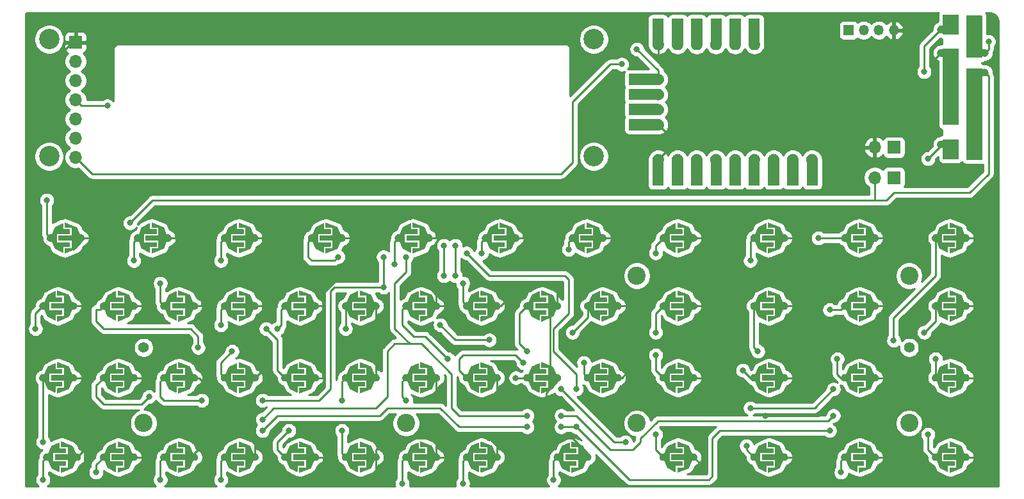
<source format=gtl>
%TF.GenerationSoftware,KiCad,Pcbnew,(5.1.8)-1*%
%TF.CreationDate,2021-11-23T00:18:44+09:00*%
%TF.ProjectId,pc1245,70633132-3435-42e6-9b69-6361645f7063,rev?*%
%TF.SameCoordinates,Original*%
%TF.FileFunction,Copper,L1,Top*%
%TF.FilePolarity,Positive*%
%FSLAX46Y46*%
G04 Gerber Fmt 4.6, Leading zero omitted, Abs format (unit mm)*
G04 Created by KiCad (PCBNEW (5.1.8)-1) date 2021-11-23 00:18:44*
%MOMM*%
%LPD*%
G01*
G04 APERTURE LIST*
%TA.AperFunction,SMDPad,CuDef*%
%ADD10C,0.100000*%
%TD*%
%TA.AperFunction,ComponentPad*%
%ADD11C,0.100000*%
%TD*%
%TA.AperFunction,ComponentPad*%
%ADD12R,1.700000X1.700000*%
%TD*%
%TA.AperFunction,ComponentPad*%
%ADD13O,1.700000X1.700000*%
%TD*%
%TA.AperFunction,ComponentPad*%
%ADD14R,1.350000X1.350000*%
%TD*%
%TA.AperFunction,ComponentPad*%
%ADD15O,1.350000X1.350000*%
%TD*%
%TA.AperFunction,ViaPad*%
%ADD16C,2.400000*%
%TD*%
%TA.AperFunction,ViaPad*%
%ADD17C,1.400000*%
%TD*%
%TA.AperFunction,ViaPad*%
%ADD18C,2.700000*%
%TD*%
%TA.AperFunction,ViaPad*%
%ADD19C,0.800000*%
%TD*%
%TA.AperFunction,Conductor*%
%ADD20C,0.250000*%
%TD*%
%TA.AperFunction,Conductor*%
%ADD21C,0.254000*%
%TD*%
%TA.AperFunction,Conductor*%
%ADD22C,0.100000*%
%TD*%
G04 APERTURE END LIST*
%TA.AperFunction,SMDPad,CuDef*%
D10*
%TO.P,Z,1*%
%TO.N,Net-(SW4-Pad1)*%
G36*
X83606254Y-122050393D02*
G01*
X83615811Y-122052566D01*
X83624762Y-122056562D01*
X83632760Y-122062227D01*
X83639500Y-122069344D01*
X83644721Y-122077639D01*
X83648224Y-122086794D01*
X83650000Y-122100000D01*
X83650000Y-122850000D01*
X84500000Y-122850000D01*
X84509755Y-122850961D01*
X84519134Y-122853806D01*
X84527779Y-122858427D01*
X84535355Y-122864645D01*
X84541573Y-122872221D01*
X84546194Y-122880866D01*
X84549039Y-122890245D01*
X84550000Y-122900000D01*
X84550000Y-123400000D01*
X84549039Y-123409755D01*
X84546194Y-123419134D01*
X84541573Y-123427779D01*
X84535355Y-123435355D01*
X84527779Y-123441573D01*
X84519134Y-123446194D01*
X84509755Y-123449039D01*
X84500000Y-123450000D01*
X82850000Y-123450000D01*
X82850000Y-124550000D01*
X84500000Y-124550000D01*
X84509755Y-124550961D01*
X84519134Y-124553806D01*
X84527779Y-124558427D01*
X84535355Y-124564645D01*
X84541573Y-124572221D01*
X84546194Y-124580866D01*
X84549039Y-124590245D01*
X84550000Y-124600000D01*
X84550000Y-125100000D01*
X84549039Y-125109755D01*
X84546194Y-125119134D01*
X84541573Y-125127779D01*
X84535355Y-125135355D01*
X84527779Y-125141573D01*
X84519134Y-125146194D01*
X84509755Y-125149039D01*
X84500000Y-125150000D01*
X83650000Y-125150000D01*
X83650000Y-125900000D01*
X83649039Y-125909755D01*
X83646194Y-125919134D01*
X83641573Y-125927779D01*
X83635355Y-125935355D01*
X83627779Y-125941573D01*
X83619134Y-125946194D01*
X83609755Y-125949039D01*
X83600000Y-125950000D01*
X83590245Y-125949039D01*
X83577639Y-125944721D01*
X82577639Y-125444721D01*
X82569344Y-125439500D01*
X82562227Y-125432760D01*
X82556562Y-125424762D01*
X82554043Y-125419696D01*
X82149787Y-124476432D01*
X82121490Y-124485016D01*
X82073365Y-124494588D01*
X82024534Y-124499398D01*
X81975466Y-124499398D01*
X81926635Y-124494588D01*
X81878510Y-124485016D01*
X81831555Y-124470772D01*
X81786222Y-124451995D01*
X81742949Y-124428864D01*
X81702150Y-124401604D01*
X81664221Y-124370476D01*
X81629524Y-124335779D01*
X81598396Y-124297850D01*
X81571136Y-124257051D01*
X81548005Y-124213778D01*
X81529228Y-124168445D01*
X81514984Y-124121490D01*
X81505412Y-124073365D01*
X81500602Y-124024534D01*
X81500602Y-123975466D01*
X81505412Y-123926635D01*
X81514984Y-123878510D01*
X81529228Y-123831555D01*
X81548005Y-123786222D01*
X81571136Y-123742949D01*
X81598396Y-123702150D01*
X81629524Y-123664221D01*
X81664221Y-123629524D01*
X81702150Y-123598396D01*
X81742949Y-123571136D01*
X81786222Y-123548005D01*
X81831555Y-123529228D01*
X81878510Y-123514984D01*
X81926635Y-123505412D01*
X81975466Y-123500602D01*
X82024534Y-123500602D01*
X82073365Y-123505412D01*
X82121490Y-123514984D01*
X82149787Y-123523568D01*
X82554043Y-122580304D01*
X82558768Y-122571717D01*
X82565078Y-122564216D01*
X82572730Y-122558091D01*
X82577639Y-122555279D01*
X83577639Y-122055279D01*
X83586794Y-122051776D01*
X83596456Y-122050126D01*
X83606254Y-122050393D01*
G37*
%TD.AperFunction*%
%TA.AperFunction,SMDPad,CuDef*%
%TO.P,Z,2*%
%TO.N,-BATT*%
G36*
X83909755Y-121950961D02*
G01*
X83918570Y-121953576D01*
X85418570Y-122553576D01*
X85427270Y-122558091D01*
X85434922Y-122564216D01*
X85441232Y-122571717D01*
X85445957Y-122580304D01*
X85850213Y-123523568D01*
X85878510Y-123514984D01*
X85926635Y-123505412D01*
X85975466Y-123500602D01*
X86024534Y-123500602D01*
X86073365Y-123505412D01*
X86121490Y-123514984D01*
X86168445Y-123529228D01*
X86213778Y-123548005D01*
X86257051Y-123571136D01*
X86297850Y-123598396D01*
X86335779Y-123629524D01*
X86370476Y-123664221D01*
X86401604Y-123702150D01*
X86428864Y-123742949D01*
X86451995Y-123786222D01*
X86470772Y-123831555D01*
X86485016Y-123878510D01*
X86494588Y-123926635D01*
X86499398Y-123975466D01*
X86499398Y-124024534D01*
X86494588Y-124073365D01*
X86485016Y-124121490D01*
X86470772Y-124168445D01*
X86451995Y-124213778D01*
X86428864Y-124257051D01*
X86401604Y-124297850D01*
X86370476Y-124335779D01*
X86335779Y-124370476D01*
X86297850Y-124401604D01*
X86257051Y-124428864D01*
X86213778Y-124451995D01*
X86168445Y-124470772D01*
X86121490Y-124485016D01*
X86073365Y-124494588D01*
X86024534Y-124499398D01*
X85975466Y-124499398D01*
X85926635Y-124494588D01*
X85878510Y-124485016D01*
X85850213Y-124476432D01*
X85445957Y-125419696D01*
X85441232Y-125428283D01*
X85434922Y-125435784D01*
X85427270Y-125441909D01*
X85418570Y-125446424D01*
X83918570Y-126046424D01*
X83909156Y-126049155D01*
X83899390Y-126049996D01*
X83889648Y-126048917D01*
X83880304Y-126045957D01*
X83871717Y-126041232D01*
X83864216Y-126034922D01*
X83858091Y-126027270D01*
X83853576Y-126018570D01*
X83850845Y-126009156D01*
X83850000Y-126000000D01*
X83850000Y-125400000D01*
X83850961Y-125390245D01*
X83853806Y-125380866D01*
X83858427Y-125372221D01*
X83864645Y-125364645D01*
X83872221Y-125358427D01*
X83880866Y-125353806D01*
X83890245Y-125350961D01*
X83900000Y-125350000D01*
X84750000Y-125350000D01*
X84750000Y-124350000D01*
X83100000Y-124350000D01*
X83090245Y-124349039D01*
X83080866Y-124346194D01*
X83072221Y-124341573D01*
X83064645Y-124335355D01*
X83058427Y-124327779D01*
X83053806Y-124319134D01*
X83050961Y-124309755D01*
X83050000Y-124300000D01*
X83050000Y-123700000D01*
X83050961Y-123690245D01*
X83053806Y-123680866D01*
X83058427Y-123672221D01*
X83064645Y-123664645D01*
X83072221Y-123658427D01*
X83080866Y-123653806D01*
X83090245Y-123650961D01*
X83100000Y-123650000D01*
X84750000Y-123650000D01*
X84750000Y-122650000D01*
X83900000Y-122650000D01*
X83890245Y-122649039D01*
X83880866Y-122646194D01*
X83872221Y-122641573D01*
X83864645Y-122635355D01*
X83858427Y-122627779D01*
X83853806Y-122619134D01*
X83850961Y-122609755D01*
X83850000Y-122600000D01*
X83850000Y-122000000D01*
X83850961Y-121990245D01*
X83853806Y-121980866D01*
X83858427Y-121972221D01*
X83864645Y-121964645D01*
X83872221Y-121958427D01*
X83880866Y-121953806D01*
X83890245Y-121950961D01*
X83900000Y-121950000D01*
X83909755Y-121950961D01*
G37*
%TD.AperFunction*%
%TD*%
%TA.AperFunction,SMDPad,CuDef*%
%TO.P,A,1*%
%TO.N,Net-(SW3-Pad1)*%
G36*
X83106254Y-111550393D02*
G01*
X83115811Y-111552566D01*
X83124762Y-111556562D01*
X83132760Y-111562227D01*
X83139500Y-111569344D01*
X83144721Y-111577639D01*
X83148224Y-111586794D01*
X83150000Y-111600000D01*
X83150000Y-112350000D01*
X84000000Y-112350000D01*
X84009755Y-112350961D01*
X84019134Y-112353806D01*
X84027779Y-112358427D01*
X84035355Y-112364645D01*
X84041573Y-112372221D01*
X84046194Y-112380866D01*
X84049039Y-112390245D01*
X84050000Y-112400000D01*
X84050000Y-112900000D01*
X84049039Y-112909755D01*
X84046194Y-112919134D01*
X84041573Y-112927779D01*
X84035355Y-112935355D01*
X84027779Y-112941573D01*
X84019134Y-112946194D01*
X84009755Y-112949039D01*
X84000000Y-112950000D01*
X82350000Y-112950000D01*
X82350000Y-114050000D01*
X84000000Y-114050000D01*
X84009755Y-114050961D01*
X84019134Y-114053806D01*
X84027779Y-114058427D01*
X84035355Y-114064645D01*
X84041573Y-114072221D01*
X84046194Y-114080866D01*
X84049039Y-114090245D01*
X84050000Y-114100000D01*
X84050000Y-114600000D01*
X84049039Y-114609755D01*
X84046194Y-114619134D01*
X84041573Y-114627779D01*
X84035355Y-114635355D01*
X84027779Y-114641573D01*
X84019134Y-114646194D01*
X84009755Y-114649039D01*
X84000000Y-114650000D01*
X83150000Y-114650000D01*
X83150000Y-115400000D01*
X83149039Y-115409755D01*
X83146194Y-115419134D01*
X83141573Y-115427779D01*
X83135355Y-115435355D01*
X83127779Y-115441573D01*
X83119134Y-115446194D01*
X83109755Y-115449039D01*
X83100000Y-115450000D01*
X83090245Y-115449039D01*
X83077639Y-115444721D01*
X82077639Y-114944721D01*
X82069344Y-114939500D01*
X82062227Y-114932760D01*
X82056562Y-114924762D01*
X82054043Y-114919696D01*
X81649787Y-113976432D01*
X81621490Y-113985016D01*
X81573365Y-113994588D01*
X81524534Y-113999398D01*
X81475466Y-113999398D01*
X81426635Y-113994588D01*
X81378510Y-113985016D01*
X81331555Y-113970772D01*
X81286222Y-113951995D01*
X81242949Y-113928864D01*
X81202150Y-113901604D01*
X81164221Y-113870476D01*
X81129524Y-113835779D01*
X81098396Y-113797850D01*
X81071136Y-113757051D01*
X81048005Y-113713778D01*
X81029228Y-113668445D01*
X81014984Y-113621490D01*
X81005412Y-113573365D01*
X81000602Y-113524534D01*
X81000602Y-113475466D01*
X81005412Y-113426635D01*
X81014984Y-113378510D01*
X81029228Y-113331555D01*
X81048005Y-113286222D01*
X81071136Y-113242949D01*
X81098396Y-113202150D01*
X81129524Y-113164221D01*
X81164221Y-113129524D01*
X81202150Y-113098396D01*
X81242949Y-113071136D01*
X81286222Y-113048005D01*
X81331555Y-113029228D01*
X81378510Y-113014984D01*
X81426635Y-113005412D01*
X81475466Y-113000602D01*
X81524534Y-113000602D01*
X81573365Y-113005412D01*
X81621490Y-113014984D01*
X81649787Y-113023568D01*
X82054043Y-112080304D01*
X82058768Y-112071717D01*
X82065078Y-112064216D01*
X82072730Y-112058091D01*
X82077639Y-112055279D01*
X83077639Y-111555279D01*
X83086794Y-111551776D01*
X83096456Y-111550126D01*
X83106254Y-111550393D01*
G37*
%TD.AperFunction*%
%TA.AperFunction,SMDPad,CuDef*%
%TO.P,A,2*%
%TO.N,-BATT*%
G36*
X83409755Y-111450961D02*
G01*
X83418570Y-111453576D01*
X84918570Y-112053576D01*
X84927270Y-112058091D01*
X84934922Y-112064216D01*
X84941232Y-112071717D01*
X84945957Y-112080304D01*
X85350213Y-113023568D01*
X85378510Y-113014984D01*
X85426635Y-113005412D01*
X85475466Y-113000602D01*
X85524534Y-113000602D01*
X85573365Y-113005412D01*
X85621490Y-113014984D01*
X85668445Y-113029228D01*
X85713778Y-113048005D01*
X85757051Y-113071136D01*
X85797850Y-113098396D01*
X85835779Y-113129524D01*
X85870476Y-113164221D01*
X85901604Y-113202150D01*
X85928864Y-113242949D01*
X85951995Y-113286222D01*
X85970772Y-113331555D01*
X85985016Y-113378510D01*
X85994588Y-113426635D01*
X85999398Y-113475466D01*
X85999398Y-113524534D01*
X85994588Y-113573365D01*
X85985016Y-113621490D01*
X85970772Y-113668445D01*
X85951995Y-113713778D01*
X85928864Y-113757051D01*
X85901604Y-113797850D01*
X85870476Y-113835779D01*
X85835779Y-113870476D01*
X85797850Y-113901604D01*
X85757051Y-113928864D01*
X85713778Y-113951995D01*
X85668445Y-113970772D01*
X85621490Y-113985016D01*
X85573365Y-113994588D01*
X85524534Y-113999398D01*
X85475466Y-113999398D01*
X85426635Y-113994588D01*
X85378510Y-113985016D01*
X85350213Y-113976432D01*
X84945957Y-114919696D01*
X84941232Y-114928283D01*
X84934922Y-114935784D01*
X84927270Y-114941909D01*
X84918570Y-114946424D01*
X83418570Y-115546424D01*
X83409156Y-115549155D01*
X83399390Y-115549996D01*
X83389648Y-115548917D01*
X83380304Y-115545957D01*
X83371717Y-115541232D01*
X83364216Y-115534922D01*
X83358091Y-115527270D01*
X83353576Y-115518570D01*
X83350845Y-115509156D01*
X83350000Y-115500000D01*
X83350000Y-114900000D01*
X83350961Y-114890245D01*
X83353806Y-114880866D01*
X83358427Y-114872221D01*
X83364645Y-114864645D01*
X83372221Y-114858427D01*
X83380866Y-114853806D01*
X83390245Y-114850961D01*
X83400000Y-114850000D01*
X84250000Y-114850000D01*
X84250000Y-113850000D01*
X82600000Y-113850000D01*
X82590245Y-113849039D01*
X82580866Y-113846194D01*
X82572221Y-113841573D01*
X82564645Y-113835355D01*
X82558427Y-113827779D01*
X82553806Y-113819134D01*
X82550961Y-113809755D01*
X82550000Y-113800000D01*
X82550000Y-113200000D01*
X82550961Y-113190245D01*
X82553806Y-113180866D01*
X82558427Y-113172221D01*
X82564645Y-113164645D01*
X82572221Y-113158427D01*
X82580866Y-113153806D01*
X82590245Y-113150961D01*
X82600000Y-113150000D01*
X84250000Y-113150000D01*
X84250000Y-112150000D01*
X83400000Y-112150000D01*
X83390245Y-112149039D01*
X83380866Y-112146194D01*
X83372221Y-112141573D01*
X83364645Y-112135355D01*
X83358427Y-112127779D01*
X83353806Y-112119134D01*
X83350961Y-112109755D01*
X83350000Y-112100000D01*
X83350000Y-111500000D01*
X83350961Y-111490245D01*
X83353806Y-111480866D01*
X83358427Y-111472221D01*
X83364645Y-111464645D01*
X83372221Y-111458427D01*
X83380866Y-111453806D01*
X83390245Y-111450961D01*
X83400000Y-111450000D01*
X83409755Y-111450961D01*
G37*
%TD.AperFunction*%
%TD*%
%TA.AperFunction,SMDPad,CuDef*%
%TO.P,Q,1*%
%TO.N,Net-(SW2-Pad1)*%
G36*
X83106254Y-102050393D02*
G01*
X83115811Y-102052566D01*
X83124762Y-102056562D01*
X83132760Y-102062227D01*
X83139500Y-102069344D01*
X83144721Y-102077639D01*
X83148224Y-102086794D01*
X83150000Y-102100000D01*
X83150000Y-102850000D01*
X84000000Y-102850000D01*
X84009755Y-102850961D01*
X84019134Y-102853806D01*
X84027779Y-102858427D01*
X84035355Y-102864645D01*
X84041573Y-102872221D01*
X84046194Y-102880866D01*
X84049039Y-102890245D01*
X84050000Y-102900000D01*
X84050000Y-103400000D01*
X84049039Y-103409755D01*
X84046194Y-103419134D01*
X84041573Y-103427779D01*
X84035355Y-103435355D01*
X84027779Y-103441573D01*
X84019134Y-103446194D01*
X84009755Y-103449039D01*
X84000000Y-103450000D01*
X82350000Y-103450000D01*
X82350000Y-104550000D01*
X84000000Y-104550000D01*
X84009755Y-104550961D01*
X84019134Y-104553806D01*
X84027779Y-104558427D01*
X84035355Y-104564645D01*
X84041573Y-104572221D01*
X84046194Y-104580866D01*
X84049039Y-104590245D01*
X84050000Y-104600000D01*
X84050000Y-105100000D01*
X84049039Y-105109755D01*
X84046194Y-105119134D01*
X84041573Y-105127779D01*
X84035355Y-105135355D01*
X84027779Y-105141573D01*
X84019134Y-105146194D01*
X84009755Y-105149039D01*
X84000000Y-105150000D01*
X83150000Y-105150000D01*
X83150000Y-105900000D01*
X83149039Y-105909755D01*
X83146194Y-105919134D01*
X83141573Y-105927779D01*
X83135355Y-105935355D01*
X83127779Y-105941573D01*
X83119134Y-105946194D01*
X83109755Y-105949039D01*
X83100000Y-105950000D01*
X83090245Y-105949039D01*
X83077639Y-105944721D01*
X82077639Y-105444721D01*
X82069344Y-105439500D01*
X82062227Y-105432760D01*
X82056562Y-105424762D01*
X82054043Y-105419696D01*
X81649787Y-104476432D01*
X81621490Y-104485016D01*
X81573365Y-104494588D01*
X81524534Y-104499398D01*
X81475466Y-104499398D01*
X81426635Y-104494588D01*
X81378510Y-104485016D01*
X81331555Y-104470772D01*
X81286222Y-104451995D01*
X81242949Y-104428864D01*
X81202150Y-104401604D01*
X81164221Y-104370476D01*
X81129524Y-104335779D01*
X81098396Y-104297850D01*
X81071136Y-104257051D01*
X81048005Y-104213778D01*
X81029228Y-104168445D01*
X81014984Y-104121490D01*
X81005412Y-104073365D01*
X81000602Y-104024534D01*
X81000602Y-103975466D01*
X81005412Y-103926635D01*
X81014984Y-103878510D01*
X81029228Y-103831555D01*
X81048005Y-103786222D01*
X81071136Y-103742949D01*
X81098396Y-103702150D01*
X81129524Y-103664221D01*
X81164221Y-103629524D01*
X81202150Y-103598396D01*
X81242949Y-103571136D01*
X81286222Y-103548005D01*
X81331555Y-103529228D01*
X81378510Y-103514984D01*
X81426635Y-103505412D01*
X81475466Y-103500602D01*
X81524534Y-103500602D01*
X81573365Y-103505412D01*
X81621490Y-103514984D01*
X81649787Y-103523568D01*
X82054043Y-102580304D01*
X82058768Y-102571717D01*
X82065078Y-102564216D01*
X82072730Y-102558091D01*
X82077639Y-102555279D01*
X83077639Y-102055279D01*
X83086794Y-102051776D01*
X83096456Y-102050126D01*
X83106254Y-102050393D01*
G37*
%TD.AperFunction*%
%TA.AperFunction,SMDPad,CuDef*%
%TO.P,Q,2*%
%TO.N,-BATT*%
G36*
X83409755Y-101950961D02*
G01*
X83418570Y-101953576D01*
X84918570Y-102553576D01*
X84927270Y-102558091D01*
X84934922Y-102564216D01*
X84941232Y-102571717D01*
X84945957Y-102580304D01*
X85350213Y-103523568D01*
X85378510Y-103514984D01*
X85426635Y-103505412D01*
X85475466Y-103500602D01*
X85524534Y-103500602D01*
X85573365Y-103505412D01*
X85621490Y-103514984D01*
X85668445Y-103529228D01*
X85713778Y-103548005D01*
X85757051Y-103571136D01*
X85797850Y-103598396D01*
X85835779Y-103629524D01*
X85870476Y-103664221D01*
X85901604Y-103702150D01*
X85928864Y-103742949D01*
X85951995Y-103786222D01*
X85970772Y-103831555D01*
X85985016Y-103878510D01*
X85994588Y-103926635D01*
X85999398Y-103975466D01*
X85999398Y-104024534D01*
X85994588Y-104073365D01*
X85985016Y-104121490D01*
X85970772Y-104168445D01*
X85951995Y-104213778D01*
X85928864Y-104257051D01*
X85901604Y-104297850D01*
X85870476Y-104335779D01*
X85835779Y-104370476D01*
X85797850Y-104401604D01*
X85757051Y-104428864D01*
X85713778Y-104451995D01*
X85668445Y-104470772D01*
X85621490Y-104485016D01*
X85573365Y-104494588D01*
X85524534Y-104499398D01*
X85475466Y-104499398D01*
X85426635Y-104494588D01*
X85378510Y-104485016D01*
X85350213Y-104476432D01*
X84945957Y-105419696D01*
X84941232Y-105428283D01*
X84934922Y-105435784D01*
X84927270Y-105441909D01*
X84918570Y-105446424D01*
X83418570Y-106046424D01*
X83409156Y-106049155D01*
X83399390Y-106049996D01*
X83389648Y-106048917D01*
X83380304Y-106045957D01*
X83371717Y-106041232D01*
X83364216Y-106034922D01*
X83358091Y-106027270D01*
X83353576Y-106018570D01*
X83350845Y-106009156D01*
X83350000Y-106000000D01*
X83350000Y-105400000D01*
X83350961Y-105390245D01*
X83353806Y-105380866D01*
X83358427Y-105372221D01*
X83364645Y-105364645D01*
X83372221Y-105358427D01*
X83380866Y-105353806D01*
X83390245Y-105350961D01*
X83400000Y-105350000D01*
X84250000Y-105350000D01*
X84250000Y-104350000D01*
X82600000Y-104350000D01*
X82590245Y-104349039D01*
X82580866Y-104346194D01*
X82572221Y-104341573D01*
X82564645Y-104335355D01*
X82558427Y-104327779D01*
X82553806Y-104319134D01*
X82550961Y-104309755D01*
X82550000Y-104300000D01*
X82550000Y-103700000D01*
X82550961Y-103690245D01*
X82553806Y-103680866D01*
X82558427Y-103672221D01*
X82564645Y-103664645D01*
X82572221Y-103658427D01*
X82580866Y-103653806D01*
X82590245Y-103650961D01*
X82600000Y-103650000D01*
X84250000Y-103650000D01*
X84250000Y-102650000D01*
X83400000Y-102650000D01*
X83390245Y-102649039D01*
X83380866Y-102646194D01*
X83372221Y-102641573D01*
X83364645Y-102635355D01*
X83358427Y-102627779D01*
X83353806Y-102619134D01*
X83350961Y-102609755D01*
X83350000Y-102600000D01*
X83350000Y-102000000D01*
X83350961Y-101990245D01*
X83353806Y-101980866D01*
X83358427Y-101972221D01*
X83364645Y-101964645D01*
X83372221Y-101958427D01*
X83380866Y-101953806D01*
X83390245Y-101950961D01*
X83400000Y-101950000D01*
X83409755Y-101950961D01*
G37*
%TD.AperFunction*%
%TD*%
%TA.AperFunction,SMDPad,CuDef*%
%TO.P,DEF,1*%
%TO.N,Net-(SW1-Pad1)*%
G36*
X84106254Y-93050393D02*
G01*
X84115811Y-93052566D01*
X84124762Y-93056562D01*
X84132760Y-93062227D01*
X84139500Y-93069344D01*
X84144721Y-93077639D01*
X84148224Y-93086794D01*
X84150000Y-93100000D01*
X84150000Y-93850000D01*
X85000000Y-93850000D01*
X85009755Y-93850961D01*
X85019134Y-93853806D01*
X85027779Y-93858427D01*
X85035355Y-93864645D01*
X85041573Y-93872221D01*
X85046194Y-93880866D01*
X85049039Y-93890245D01*
X85050000Y-93900000D01*
X85050000Y-94400000D01*
X85049039Y-94409755D01*
X85046194Y-94419134D01*
X85041573Y-94427779D01*
X85035355Y-94435355D01*
X85027779Y-94441573D01*
X85019134Y-94446194D01*
X85009755Y-94449039D01*
X85000000Y-94450000D01*
X83350000Y-94450000D01*
X83350000Y-95550000D01*
X85000000Y-95550000D01*
X85009755Y-95550961D01*
X85019134Y-95553806D01*
X85027779Y-95558427D01*
X85035355Y-95564645D01*
X85041573Y-95572221D01*
X85046194Y-95580866D01*
X85049039Y-95590245D01*
X85050000Y-95600000D01*
X85050000Y-96100000D01*
X85049039Y-96109755D01*
X85046194Y-96119134D01*
X85041573Y-96127779D01*
X85035355Y-96135355D01*
X85027779Y-96141573D01*
X85019134Y-96146194D01*
X85009755Y-96149039D01*
X85000000Y-96150000D01*
X84150000Y-96150000D01*
X84150000Y-96900000D01*
X84149039Y-96909755D01*
X84146194Y-96919134D01*
X84141573Y-96927779D01*
X84135355Y-96935355D01*
X84127779Y-96941573D01*
X84119134Y-96946194D01*
X84109755Y-96949039D01*
X84100000Y-96950000D01*
X84090245Y-96949039D01*
X84077639Y-96944721D01*
X83077639Y-96444721D01*
X83069344Y-96439500D01*
X83062227Y-96432760D01*
X83056562Y-96424762D01*
X83054043Y-96419696D01*
X82649787Y-95476432D01*
X82621490Y-95485016D01*
X82573365Y-95494588D01*
X82524534Y-95499398D01*
X82475466Y-95499398D01*
X82426635Y-95494588D01*
X82378510Y-95485016D01*
X82331555Y-95470772D01*
X82286222Y-95451995D01*
X82242949Y-95428864D01*
X82202150Y-95401604D01*
X82164221Y-95370476D01*
X82129524Y-95335779D01*
X82098396Y-95297850D01*
X82071136Y-95257051D01*
X82048005Y-95213778D01*
X82029228Y-95168445D01*
X82014984Y-95121490D01*
X82005412Y-95073365D01*
X82000602Y-95024534D01*
X82000602Y-94975466D01*
X82005412Y-94926635D01*
X82014984Y-94878510D01*
X82029228Y-94831555D01*
X82048005Y-94786222D01*
X82071136Y-94742949D01*
X82098396Y-94702150D01*
X82129524Y-94664221D01*
X82164221Y-94629524D01*
X82202150Y-94598396D01*
X82242949Y-94571136D01*
X82286222Y-94548005D01*
X82331555Y-94529228D01*
X82378510Y-94514984D01*
X82426635Y-94505412D01*
X82475466Y-94500602D01*
X82524534Y-94500602D01*
X82573365Y-94505412D01*
X82621490Y-94514984D01*
X82649787Y-94523568D01*
X83054043Y-93580304D01*
X83058768Y-93571717D01*
X83065078Y-93564216D01*
X83072730Y-93558091D01*
X83077639Y-93555279D01*
X84077639Y-93055279D01*
X84086794Y-93051776D01*
X84096456Y-93050126D01*
X84106254Y-93050393D01*
G37*
%TD.AperFunction*%
%TA.AperFunction,SMDPad,CuDef*%
%TO.P,DEF,2*%
%TO.N,-BATT*%
G36*
X84409755Y-92950961D02*
G01*
X84418570Y-92953576D01*
X85918570Y-93553576D01*
X85927270Y-93558091D01*
X85934922Y-93564216D01*
X85941232Y-93571717D01*
X85945957Y-93580304D01*
X86350213Y-94523568D01*
X86378510Y-94514984D01*
X86426635Y-94505412D01*
X86475466Y-94500602D01*
X86524534Y-94500602D01*
X86573365Y-94505412D01*
X86621490Y-94514984D01*
X86668445Y-94529228D01*
X86713778Y-94548005D01*
X86757051Y-94571136D01*
X86797850Y-94598396D01*
X86835779Y-94629524D01*
X86870476Y-94664221D01*
X86901604Y-94702150D01*
X86928864Y-94742949D01*
X86951995Y-94786222D01*
X86970772Y-94831555D01*
X86985016Y-94878510D01*
X86994588Y-94926635D01*
X86999398Y-94975466D01*
X86999398Y-95024534D01*
X86994588Y-95073365D01*
X86985016Y-95121490D01*
X86970772Y-95168445D01*
X86951995Y-95213778D01*
X86928864Y-95257051D01*
X86901604Y-95297850D01*
X86870476Y-95335779D01*
X86835779Y-95370476D01*
X86797850Y-95401604D01*
X86757051Y-95428864D01*
X86713778Y-95451995D01*
X86668445Y-95470772D01*
X86621490Y-95485016D01*
X86573365Y-95494588D01*
X86524534Y-95499398D01*
X86475466Y-95499398D01*
X86426635Y-95494588D01*
X86378510Y-95485016D01*
X86350213Y-95476432D01*
X85945957Y-96419696D01*
X85941232Y-96428283D01*
X85934922Y-96435784D01*
X85927270Y-96441909D01*
X85918570Y-96446424D01*
X84418570Y-97046424D01*
X84409156Y-97049155D01*
X84399390Y-97049996D01*
X84389648Y-97048917D01*
X84380304Y-97045957D01*
X84371717Y-97041232D01*
X84364216Y-97034922D01*
X84358091Y-97027270D01*
X84353576Y-97018570D01*
X84350845Y-97009156D01*
X84350000Y-97000000D01*
X84350000Y-96400000D01*
X84350961Y-96390245D01*
X84353806Y-96380866D01*
X84358427Y-96372221D01*
X84364645Y-96364645D01*
X84372221Y-96358427D01*
X84380866Y-96353806D01*
X84390245Y-96350961D01*
X84400000Y-96350000D01*
X85250000Y-96350000D01*
X85250000Y-95350000D01*
X83600000Y-95350000D01*
X83590245Y-95349039D01*
X83580866Y-95346194D01*
X83572221Y-95341573D01*
X83564645Y-95335355D01*
X83558427Y-95327779D01*
X83553806Y-95319134D01*
X83550961Y-95309755D01*
X83550000Y-95300000D01*
X83550000Y-94700000D01*
X83550961Y-94690245D01*
X83553806Y-94680866D01*
X83558427Y-94672221D01*
X83564645Y-94664645D01*
X83572221Y-94658427D01*
X83580866Y-94653806D01*
X83590245Y-94650961D01*
X83600000Y-94650000D01*
X85250000Y-94650000D01*
X85250000Y-93650000D01*
X84400000Y-93650000D01*
X84390245Y-93649039D01*
X84380866Y-93646194D01*
X84372221Y-93641573D01*
X84364645Y-93635355D01*
X84358427Y-93627779D01*
X84353806Y-93619134D01*
X84350961Y-93609755D01*
X84350000Y-93600000D01*
X84350000Y-93000000D01*
X84350961Y-92990245D01*
X84353806Y-92980866D01*
X84358427Y-92972221D01*
X84364645Y-92964645D01*
X84372221Y-92958427D01*
X84380866Y-92953806D01*
X84390245Y-92950961D01*
X84400000Y-92950000D01*
X84409755Y-92950961D01*
G37*
%TD.AperFunction*%
%TD*%
%TA.AperFunction,SMDPad,CuDef*%
%TO.P,W,1*%
%TO.N,Net-(SW5-Pad1)*%
G36*
X91106254Y-102050393D02*
G01*
X91115811Y-102052566D01*
X91124762Y-102056562D01*
X91132760Y-102062227D01*
X91139500Y-102069344D01*
X91144721Y-102077639D01*
X91148224Y-102086794D01*
X91150000Y-102100000D01*
X91150000Y-102850000D01*
X92000000Y-102850000D01*
X92009755Y-102850961D01*
X92019134Y-102853806D01*
X92027779Y-102858427D01*
X92035355Y-102864645D01*
X92041573Y-102872221D01*
X92046194Y-102880866D01*
X92049039Y-102890245D01*
X92050000Y-102900000D01*
X92050000Y-103400000D01*
X92049039Y-103409755D01*
X92046194Y-103419134D01*
X92041573Y-103427779D01*
X92035355Y-103435355D01*
X92027779Y-103441573D01*
X92019134Y-103446194D01*
X92009755Y-103449039D01*
X92000000Y-103450000D01*
X90350000Y-103450000D01*
X90350000Y-104550000D01*
X92000000Y-104550000D01*
X92009755Y-104550961D01*
X92019134Y-104553806D01*
X92027779Y-104558427D01*
X92035355Y-104564645D01*
X92041573Y-104572221D01*
X92046194Y-104580866D01*
X92049039Y-104590245D01*
X92050000Y-104600000D01*
X92050000Y-105100000D01*
X92049039Y-105109755D01*
X92046194Y-105119134D01*
X92041573Y-105127779D01*
X92035355Y-105135355D01*
X92027779Y-105141573D01*
X92019134Y-105146194D01*
X92009755Y-105149039D01*
X92000000Y-105150000D01*
X91150000Y-105150000D01*
X91150000Y-105900000D01*
X91149039Y-105909755D01*
X91146194Y-105919134D01*
X91141573Y-105927779D01*
X91135355Y-105935355D01*
X91127779Y-105941573D01*
X91119134Y-105946194D01*
X91109755Y-105949039D01*
X91100000Y-105950000D01*
X91090245Y-105949039D01*
X91077639Y-105944721D01*
X90077639Y-105444721D01*
X90069344Y-105439500D01*
X90062227Y-105432760D01*
X90056562Y-105424762D01*
X90054043Y-105419696D01*
X89649787Y-104476432D01*
X89621490Y-104485016D01*
X89573365Y-104494588D01*
X89524534Y-104499398D01*
X89475466Y-104499398D01*
X89426635Y-104494588D01*
X89378510Y-104485016D01*
X89331555Y-104470772D01*
X89286222Y-104451995D01*
X89242949Y-104428864D01*
X89202150Y-104401604D01*
X89164221Y-104370476D01*
X89129524Y-104335779D01*
X89098396Y-104297850D01*
X89071136Y-104257051D01*
X89048005Y-104213778D01*
X89029228Y-104168445D01*
X89014984Y-104121490D01*
X89005412Y-104073365D01*
X89000602Y-104024534D01*
X89000602Y-103975466D01*
X89005412Y-103926635D01*
X89014984Y-103878510D01*
X89029228Y-103831555D01*
X89048005Y-103786222D01*
X89071136Y-103742949D01*
X89098396Y-103702150D01*
X89129524Y-103664221D01*
X89164221Y-103629524D01*
X89202150Y-103598396D01*
X89242949Y-103571136D01*
X89286222Y-103548005D01*
X89331555Y-103529228D01*
X89378510Y-103514984D01*
X89426635Y-103505412D01*
X89475466Y-103500602D01*
X89524534Y-103500602D01*
X89573365Y-103505412D01*
X89621490Y-103514984D01*
X89649787Y-103523568D01*
X90054043Y-102580304D01*
X90058768Y-102571717D01*
X90065078Y-102564216D01*
X90072730Y-102558091D01*
X90077639Y-102555279D01*
X91077639Y-102055279D01*
X91086794Y-102051776D01*
X91096456Y-102050126D01*
X91106254Y-102050393D01*
G37*
%TD.AperFunction*%
%TA.AperFunction,SMDPad,CuDef*%
%TO.P,W,2*%
%TO.N,-BATT*%
G36*
X91409755Y-101950961D02*
G01*
X91418570Y-101953576D01*
X92918570Y-102553576D01*
X92927270Y-102558091D01*
X92934922Y-102564216D01*
X92941232Y-102571717D01*
X92945957Y-102580304D01*
X93350213Y-103523568D01*
X93378510Y-103514984D01*
X93426635Y-103505412D01*
X93475466Y-103500602D01*
X93524534Y-103500602D01*
X93573365Y-103505412D01*
X93621490Y-103514984D01*
X93668445Y-103529228D01*
X93713778Y-103548005D01*
X93757051Y-103571136D01*
X93797850Y-103598396D01*
X93835779Y-103629524D01*
X93870476Y-103664221D01*
X93901604Y-103702150D01*
X93928864Y-103742949D01*
X93951995Y-103786222D01*
X93970772Y-103831555D01*
X93985016Y-103878510D01*
X93994588Y-103926635D01*
X93999398Y-103975466D01*
X93999398Y-104024534D01*
X93994588Y-104073365D01*
X93985016Y-104121490D01*
X93970772Y-104168445D01*
X93951995Y-104213778D01*
X93928864Y-104257051D01*
X93901604Y-104297850D01*
X93870476Y-104335779D01*
X93835779Y-104370476D01*
X93797850Y-104401604D01*
X93757051Y-104428864D01*
X93713778Y-104451995D01*
X93668445Y-104470772D01*
X93621490Y-104485016D01*
X93573365Y-104494588D01*
X93524534Y-104499398D01*
X93475466Y-104499398D01*
X93426635Y-104494588D01*
X93378510Y-104485016D01*
X93350213Y-104476432D01*
X92945957Y-105419696D01*
X92941232Y-105428283D01*
X92934922Y-105435784D01*
X92927270Y-105441909D01*
X92918570Y-105446424D01*
X91418570Y-106046424D01*
X91409156Y-106049155D01*
X91399390Y-106049996D01*
X91389648Y-106048917D01*
X91380304Y-106045957D01*
X91371717Y-106041232D01*
X91364216Y-106034922D01*
X91358091Y-106027270D01*
X91353576Y-106018570D01*
X91350845Y-106009156D01*
X91350000Y-106000000D01*
X91350000Y-105400000D01*
X91350961Y-105390245D01*
X91353806Y-105380866D01*
X91358427Y-105372221D01*
X91364645Y-105364645D01*
X91372221Y-105358427D01*
X91380866Y-105353806D01*
X91390245Y-105350961D01*
X91400000Y-105350000D01*
X92250000Y-105350000D01*
X92250000Y-104350000D01*
X90600000Y-104350000D01*
X90590245Y-104349039D01*
X90580866Y-104346194D01*
X90572221Y-104341573D01*
X90564645Y-104335355D01*
X90558427Y-104327779D01*
X90553806Y-104319134D01*
X90550961Y-104309755D01*
X90550000Y-104300000D01*
X90550000Y-103700000D01*
X90550961Y-103690245D01*
X90553806Y-103680866D01*
X90558427Y-103672221D01*
X90564645Y-103664645D01*
X90572221Y-103658427D01*
X90580866Y-103653806D01*
X90590245Y-103650961D01*
X90600000Y-103650000D01*
X92250000Y-103650000D01*
X92250000Y-102650000D01*
X91400000Y-102650000D01*
X91390245Y-102649039D01*
X91380866Y-102646194D01*
X91372221Y-102641573D01*
X91364645Y-102635355D01*
X91358427Y-102627779D01*
X91353806Y-102619134D01*
X91350961Y-102609755D01*
X91350000Y-102600000D01*
X91350000Y-102000000D01*
X91350961Y-101990245D01*
X91353806Y-101980866D01*
X91358427Y-101972221D01*
X91364645Y-101964645D01*
X91372221Y-101958427D01*
X91380866Y-101953806D01*
X91390245Y-101950961D01*
X91400000Y-101950000D01*
X91409755Y-101950961D01*
G37*
%TD.AperFunction*%
%TD*%
%TA.AperFunction,SMDPad,CuDef*%
%TO.P,S,1*%
%TO.N,Net-(SW6-Pad1)*%
G36*
X91106254Y-111550393D02*
G01*
X91115811Y-111552566D01*
X91124762Y-111556562D01*
X91132760Y-111562227D01*
X91139500Y-111569344D01*
X91144721Y-111577639D01*
X91148224Y-111586794D01*
X91150000Y-111600000D01*
X91150000Y-112350000D01*
X92000000Y-112350000D01*
X92009755Y-112350961D01*
X92019134Y-112353806D01*
X92027779Y-112358427D01*
X92035355Y-112364645D01*
X92041573Y-112372221D01*
X92046194Y-112380866D01*
X92049039Y-112390245D01*
X92050000Y-112400000D01*
X92050000Y-112900000D01*
X92049039Y-112909755D01*
X92046194Y-112919134D01*
X92041573Y-112927779D01*
X92035355Y-112935355D01*
X92027779Y-112941573D01*
X92019134Y-112946194D01*
X92009755Y-112949039D01*
X92000000Y-112950000D01*
X90350000Y-112950000D01*
X90350000Y-114050000D01*
X92000000Y-114050000D01*
X92009755Y-114050961D01*
X92019134Y-114053806D01*
X92027779Y-114058427D01*
X92035355Y-114064645D01*
X92041573Y-114072221D01*
X92046194Y-114080866D01*
X92049039Y-114090245D01*
X92050000Y-114100000D01*
X92050000Y-114600000D01*
X92049039Y-114609755D01*
X92046194Y-114619134D01*
X92041573Y-114627779D01*
X92035355Y-114635355D01*
X92027779Y-114641573D01*
X92019134Y-114646194D01*
X92009755Y-114649039D01*
X92000000Y-114650000D01*
X91150000Y-114650000D01*
X91150000Y-115400000D01*
X91149039Y-115409755D01*
X91146194Y-115419134D01*
X91141573Y-115427779D01*
X91135355Y-115435355D01*
X91127779Y-115441573D01*
X91119134Y-115446194D01*
X91109755Y-115449039D01*
X91100000Y-115450000D01*
X91090245Y-115449039D01*
X91077639Y-115444721D01*
X90077639Y-114944721D01*
X90069344Y-114939500D01*
X90062227Y-114932760D01*
X90056562Y-114924762D01*
X90054043Y-114919696D01*
X89649787Y-113976432D01*
X89621490Y-113985016D01*
X89573365Y-113994588D01*
X89524534Y-113999398D01*
X89475466Y-113999398D01*
X89426635Y-113994588D01*
X89378510Y-113985016D01*
X89331555Y-113970772D01*
X89286222Y-113951995D01*
X89242949Y-113928864D01*
X89202150Y-113901604D01*
X89164221Y-113870476D01*
X89129524Y-113835779D01*
X89098396Y-113797850D01*
X89071136Y-113757051D01*
X89048005Y-113713778D01*
X89029228Y-113668445D01*
X89014984Y-113621490D01*
X89005412Y-113573365D01*
X89000602Y-113524534D01*
X89000602Y-113475466D01*
X89005412Y-113426635D01*
X89014984Y-113378510D01*
X89029228Y-113331555D01*
X89048005Y-113286222D01*
X89071136Y-113242949D01*
X89098396Y-113202150D01*
X89129524Y-113164221D01*
X89164221Y-113129524D01*
X89202150Y-113098396D01*
X89242949Y-113071136D01*
X89286222Y-113048005D01*
X89331555Y-113029228D01*
X89378510Y-113014984D01*
X89426635Y-113005412D01*
X89475466Y-113000602D01*
X89524534Y-113000602D01*
X89573365Y-113005412D01*
X89621490Y-113014984D01*
X89649787Y-113023568D01*
X90054043Y-112080304D01*
X90058768Y-112071717D01*
X90065078Y-112064216D01*
X90072730Y-112058091D01*
X90077639Y-112055279D01*
X91077639Y-111555279D01*
X91086794Y-111551776D01*
X91096456Y-111550126D01*
X91106254Y-111550393D01*
G37*
%TD.AperFunction*%
%TA.AperFunction,SMDPad,CuDef*%
%TO.P,S,2*%
%TO.N,-BATT*%
G36*
X91409755Y-111450961D02*
G01*
X91418570Y-111453576D01*
X92918570Y-112053576D01*
X92927270Y-112058091D01*
X92934922Y-112064216D01*
X92941232Y-112071717D01*
X92945957Y-112080304D01*
X93350213Y-113023568D01*
X93378510Y-113014984D01*
X93426635Y-113005412D01*
X93475466Y-113000602D01*
X93524534Y-113000602D01*
X93573365Y-113005412D01*
X93621490Y-113014984D01*
X93668445Y-113029228D01*
X93713778Y-113048005D01*
X93757051Y-113071136D01*
X93797850Y-113098396D01*
X93835779Y-113129524D01*
X93870476Y-113164221D01*
X93901604Y-113202150D01*
X93928864Y-113242949D01*
X93951995Y-113286222D01*
X93970772Y-113331555D01*
X93985016Y-113378510D01*
X93994588Y-113426635D01*
X93999398Y-113475466D01*
X93999398Y-113524534D01*
X93994588Y-113573365D01*
X93985016Y-113621490D01*
X93970772Y-113668445D01*
X93951995Y-113713778D01*
X93928864Y-113757051D01*
X93901604Y-113797850D01*
X93870476Y-113835779D01*
X93835779Y-113870476D01*
X93797850Y-113901604D01*
X93757051Y-113928864D01*
X93713778Y-113951995D01*
X93668445Y-113970772D01*
X93621490Y-113985016D01*
X93573365Y-113994588D01*
X93524534Y-113999398D01*
X93475466Y-113999398D01*
X93426635Y-113994588D01*
X93378510Y-113985016D01*
X93350213Y-113976432D01*
X92945957Y-114919696D01*
X92941232Y-114928283D01*
X92934922Y-114935784D01*
X92927270Y-114941909D01*
X92918570Y-114946424D01*
X91418570Y-115546424D01*
X91409156Y-115549155D01*
X91399390Y-115549996D01*
X91389648Y-115548917D01*
X91380304Y-115545957D01*
X91371717Y-115541232D01*
X91364216Y-115534922D01*
X91358091Y-115527270D01*
X91353576Y-115518570D01*
X91350845Y-115509156D01*
X91350000Y-115500000D01*
X91350000Y-114900000D01*
X91350961Y-114890245D01*
X91353806Y-114880866D01*
X91358427Y-114872221D01*
X91364645Y-114864645D01*
X91372221Y-114858427D01*
X91380866Y-114853806D01*
X91390245Y-114850961D01*
X91400000Y-114850000D01*
X92250000Y-114850000D01*
X92250000Y-113850000D01*
X90600000Y-113850000D01*
X90590245Y-113849039D01*
X90580866Y-113846194D01*
X90572221Y-113841573D01*
X90564645Y-113835355D01*
X90558427Y-113827779D01*
X90553806Y-113819134D01*
X90550961Y-113809755D01*
X90550000Y-113800000D01*
X90550000Y-113200000D01*
X90550961Y-113190245D01*
X90553806Y-113180866D01*
X90558427Y-113172221D01*
X90564645Y-113164645D01*
X90572221Y-113158427D01*
X90580866Y-113153806D01*
X90590245Y-113150961D01*
X90600000Y-113150000D01*
X92250000Y-113150000D01*
X92250000Y-112150000D01*
X91400000Y-112150000D01*
X91390245Y-112149039D01*
X91380866Y-112146194D01*
X91372221Y-112141573D01*
X91364645Y-112135355D01*
X91358427Y-112127779D01*
X91353806Y-112119134D01*
X91350961Y-112109755D01*
X91350000Y-112100000D01*
X91350000Y-111500000D01*
X91350961Y-111490245D01*
X91353806Y-111480866D01*
X91358427Y-111472221D01*
X91364645Y-111464645D01*
X91372221Y-111458427D01*
X91380866Y-111453806D01*
X91390245Y-111450961D01*
X91400000Y-111450000D01*
X91409755Y-111450961D01*
G37*
%TD.AperFunction*%
%TD*%
%TA.AperFunction,SMDPad,CuDef*%
%TO.P,X,1*%
%TO.N,Net-(SW7-Pad1)*%
G36*
X91106254Y-122050393D02*
G01*
X91115811Y-122052566D01*
X91124762Y-122056562D01*
X91132760Y-122062227D01*
X91139500Y-122069344D01*
X91144721Y-122077639D01*
X91148224Y-122086794D01*
X91150000Y-122100000D01*
X91150000Y-122850000D01*
X92000000Y-122850000D01*
X92009755Y-122850961D01*
X92019134Y-122853806D01*
X92027779Y-122858427D01*
X92035355Y-122864645D01*
X92041573Y-122872221D01*
X92046194Y-122880866D01*
X92049039Y-122890245D01*
X92050000Y-122900000D01*
X92050000Y-123400000D01*
X92049039Y-123409755D01*
X92046194Y-123419134D01*
X92041573Y-123427779D01*
X92035355Y-123435355D01*
X92027779Y-123441573D01*
X92019134Y-123446194D01*
X92009755Y-123449039D01*
X92000000Y-123450000D01*
X90350000Y-123450000D01*
X90350000Y-124550000D01*
X92000000Y-124550000D01*
X92009755Y-124550961D01*
X92019134Y-124553806D01*
X92027779Y-124558427D01*
X92035355Y-124564645D01*
X92041573Y-124572221D01*
X92046194Y-124580866D01*
X92049039Y-124590245D01*
X92050000Y-124600000D01*
X92050000Y-125100000D01*
X92049039Y-125109755D01*
X92046194Y-125119134D01*
X92041573Y-125127779D01*
X92035355Y-125135355D01*
X92027779Y-125141573D01*
X92019134Y-125146194D01*
X92009755Y-125149039D01*
X92000000Y-125150000D01*
X91150000Y-125150000D01*
X91150000Y-125900000D01*
X91149039Y-125909755D01*
X91146194Y-125919134D01*
X91141573Y-125927779D01*
X91135355Y-125935355D01*
X91127779Y-125941573D01*
X91119134Y-125946194D01*
X91109755Y-125949039D01*
X91100000Y-125950000D01*
X91090245Y-125949039D01*
X91077639Y-125944721D01*
X90077639Y-125444721D01*
X90069344Y-125439500D01*
X90062227Y-125432760D01*
X90056562Y-125424762D01*
X90054043Y-125419696D01*
X89649787Y-124476432D01*
X89621490Y-124485016D01*
X89573365Y-124494588D01*
X89524534Y-124499398D01*
X89475466Y-124499398D01*
X89426635Y-124494588D01*
X89378510Y-124485016D01*
X89331555Y-124470772D01*
X89286222Y-124451995D01*
X89242949Y-124428864D01*
X89202150Y-124401604D01*
X89164221Y-124370476D01*
X89129524Y-124335779D01*
X89098396Y-124297850D01*
X89071136Y-124257051D01*
X89048005Y-124213778D01*
X89029228Y-124168445D01*
X89014984Y-124121490D01*
X89005412Y-124073365D01*
X89000602Y-124024534D01*
X89000602Y-123975466D01*
X89005412Y-123926635D01*
X89014984Y-123878510D01*
X89029228Y-123831555D01*
X89048005Y-123786222D01*
X89071136Y-123742949D01*
X89098396Y-123702150D01*
X89129524Y-123664221D01*
X89164221Y-123629524D01*
X89202150Y-123598396D01*
X89242949Y-123571136D01*
X89286222Y-123548005D01*
X89331555Y-123529228D01*
X89378510Y-123514984D01*
X89426635Y-123505412D01*
X89475466Y-123500602D01*
X89524534Y-123500602D01*
X89573365Y-123505412D01*
X89621490Y-123514984D01*
X89649787Y-123523568D01*
X90054043Y-122580304D01*
X90058768Y-122571717D01*
X90065078Y-122564216D01*
X90072730Y-122558091D01*
X90077639Y-122555279D01*
X91077639Y-122055279D01*
X91086794Y-122051776D01*
X91096456Y-122050126D01*
X91106254Y-122050393D01*
G37*
%TD.AperFunction*%
%TA.AperFunction,SMDPad,CuDef*%
%TO.P,X,2*%
%TO.N,-BATT*%
G36*
X91409755Y-121950961D02*
G01*
X91418570Y-121953576D01*
X92918570Y-122553576D01*
X92927270Y-122558091D01*
X92934922Y-122564216D01*
X92941232Y-122571717D01*
X92945957Y-122580304D01*
X93350213Y-123523568D01*
X93378510Y-123514984D01*
X93426635Y-123505412D01*
X93475466Y-123500602D01*
X93524534Y-123500602D01*
X93573365Y-123505412D01*
X93621490Y-123514984D01*
X93668445Y-123529228D01*
X93713778Y-123548005D01*
X93757051Y-123571136D01*
X93797850Y-123598396D01*
X93835779Y-123629524D01*
X93870476Y-123664221D01*
X93901604Y-123702150D01*
X93928864Y-123742949D01*
X93951995Y-123786222D01*
X93970772Y-123831555D01*
X93985016Y-123878510D01*
X93994588Y-123926635D01*
X93999398Y-123975466D01*
X93999398Y-124024534D01*
X93994588Y-124073365D01*
X93985016Y-124121490D01*
X93970772Y-124168445D01*
X93951995Y-124213778D01*
X93928864Y-124257051D01*
X93901604Y-124297850D01*
X93870476Y-124335779D01*
X93835779Y-124370476D01*
X93797850Y-124401604D01*
X93757051Y-124428864D01*
X93713778Y-124451995D01*
X93668445Y-124470772D01*
X93621490Y-124485016D01*
X93573365Y-124494588D01*
X93524534Y-124499398D01*
X93475466Y-124499398D01*
X93426635Y-124494588D01*
X93378510Y-124485016D01*
X93350213Y-124476432D01*
X92945957Y-125419696D01*
X92941232Y-125428283D01*
X92934922Y-125435784D01*
X92927270Y-125441909D01*
X92918570Y-125446424D01*
X91418570Y-126046424D01*
X91409156Y-126049155D01*
X91399390Y-126049996D01*
X91389648Y-126048917D01*
X91380304Y-126045957D01*
X91371717Y-126041232D01*
X91364216Y-126034922D01*
X91358091Y-126027270D01*
X91353576Y-126018570D01*
X91350845Y-126009156D01*
X91350000Y-126000000D01*
X91350000Y-125400000D01*
X91350961Y-125390245D01*
X91353806Y-125380866D01*
X91358427Y-125372221D01*
X91364645Y-125364645D01*
X91372221Y-125358427D01*
X91380866Y-125353806D01*
X91390245Y-125350961D01*
X91400000Y-125350000D01*
X92250000Y-125350000D01*
X92250000Y-124350000D01*
X90600000Y-124350000D01*
X90590245Y-124349039D01*
X90580866Y-124346194D01*
X90572221Y-124341573D01*
X90564645Y-124335355D01*
X90558427Y-124327779D01*
X90553806Y-124319134D01*
X90550961Y-124309755D01*
X90550000Y-124300000D01*
X90550000Y-123700000D01*
X90550961Y-123690245D01*
X90553806Y-123680866D01*
X90558427Y-123672221D01*
X90564645Y-123664645D01*
X90572221Y-123658427D01*
X90580866Y-123653806D01*
X90590245Y-123650961D01*
X90600000Y-123650000D01*
X92250000Y-123650000D01*
X92250000Y-122650000D01*
X91400000Y-122650000D01*
X91390245Y-122649039D01*
X91380866Y-122646194D01*
X91372221Y-122641573D01*
X91364645Y-122635355D01*
X91358427Y-122627779D01*
X91353806Y-122619134D01*
X91350961Y-122609755D01*
X91350000Y-122600000D01*
X91350000Y-122000000D01*
X91350961Y-121990245D01*
X91353806Y-121980866D01*
X91358427Y-121972221D01*
X91364645Y-121964645D01*
X91372221Y-121958427D01*
X91380866Y-121953806D01*
X91390245Y-121950961D01*
X91400000Y-121950000D01*
X91409755Y-121950961D01*
G37*
%TD.AperFunction*%
%TD*%
%TA.AperFunction,SMDPad,CuDef*%
%TO.P,C,1*%
%TO.N,Net-(SW11-Pad1)*%
G36*
X99106254Y-122050393D02*
G01*
X99115811Y-122052566D01*
X99124762Y-122056562D01*
X99132760Y-122062227D01*
X99139500Y-122069344D01*
X99144721Y-122077639D01*
X99148224Y-122086794D01*
X99150000Y-122100000D01*
X99150000Y-122850000D01*
X100000000Y-122850000D01*
X100009755Y-122850961D01*
X100019134Y-122853806D01*
X100027779Y-122858427D01*
X100035355Y-122864645D01*
X100041573Y-122872221D01*
X100046194Y-122880866D01*
X100049039Y-122890245D01*
X100050000Y-122900000D01*
X100050000Y-123400000D01*
X100049039Y-123409755D01*
X100046194Y-123419134D01*
X100041573Y-123427779D01*
X100035355Y-123435355D01*
X100027779Y-123441573D01*
X100019134Y-123446194D01*
X100009755Y-123449039D01*
X100000000Y-123450000D01*
X98350000Y-123450000D01*
X98350000Y-124550000D01*
X100000000Y-124550000D01*
X100009755Y-124550961D01*
X100019134Y-124553806D01*
X100027779Y-124558427D01*
X100035355Y-124564645D01*
X100041573Y-124572221D01*
X100046194Y-124580866D01*
X100049039Y-124590245D01*
X100050000Y-124600000D01*
X100050000Y-125100000D01*
X100049039Y-125109755D01*
X100046194Y-125119134D01*
X100041573Y-125127779D01*
X100035355Y-125135355D01*
X100027779Y-125141573D01*
X100019134Y-125146194D01*
X100009755Y-125149039D01*
X100000000Y-125150000D01*
X99150000Y-125150000D01*
X99150000Y-125900000D01*
X99149039Y-125909755D01*
X99146194Y-125919134D01*
X99141573Y-125927779D01*
X99135355Y-125935355D01*
X99127779Y-125941573D01*
X99119134Y-125946194D01*
X99109755Y-125949039D01*
X99100000Y-125950000D01*
X99090245Y-125949039D01*
X99077639Y-125944721D01*
X98077639Y-125444721D01*
X98069344Y-125439500D01*
X98062227Y-125432760D01*
X98056562Y-125424762D01*
X98054043Y-125419696D01*
X97649787Y-124476432D01*
X97621490Y-124485016D01*
X97573365Y-124494588D01*
X97524534Y-124499398D01*
X97475466Y-124499398D01*
X97426635Y-124494588D01*
X97378510Y-124485016D01*
X97331555Y-124470772D01*
X97286222Y-124451995D01*
X97242949Y-124428864D01*
X97202150Y-124401604D01*
X97164221Y-124370476D01*
X97129524Y-124335779D01*
X97098396Y-124297850D01*
X97071136Y-124257051D01*
X97048005Y-124213778D01*
X97029228Y-124168445D01*
X97014984Y-124121490D01*
X97005412Y-124073365D01*
X97000602Y-124024534D01*
X97000602Y-123975466D01*
X97005412Y-123926635D01*
X97014984Y-123878510D01*
X97029228Y-123831555D01*
X97048005Y-123786222D01*
X97071136Y-123742949D01*
X97098396Y-123702150D01*
X97129524Y-123664221D01*
X97164221Y-123629524D01*
X97202150Y-123598396D01*
X97242949Y-123571136D01*
X97286222Y-123548005D01*
X97331555Y-123529228D01*
X97378510Y-123514984D01*
X97426635Y-123505412D01*
X97475466Y-123500602D01*
X97524534Y-123500602D01*
X97573365Y-123505412D01*
X97621490Y-123514984D01*
X97649787Y-123523568D01*
X98054043Y-122580304D01*
X98058768Y-122571717D01*
X98065078Y-122564216D01*
X98072730Y-122558091D01*
X98077639Y-122555279D01*
X99077639Y-122055279D01*
X99086794Y-122051776D01*
X99096456Y-122050126D01*
X99106254Y-122050393D01*
G37*
%TD.AperFunction*%
%TA.AperFunction,SMDPad,CuDef*%
%TO.P,C,2*%
%TO.N,-BATT*%
G36*
X99409755Y-121950961D02*
G01*
X99418570Y-121953576D01*
X100918570Y-122553576D01*
X100927270Y-122558091D01*
X100934922Y-122564216D01*
X100941232Y-122571717D01*
X100945957Y-122580304D01*
X101350213Y-123523568D01*
X101378510Y-123514984D01*
X101426635Y-123505412D01*
X101475466Y-123500602D01*
X101524534Y-123500602D01*
X101573365Y-123505412D01*
X101621490Y-123514984D01*
X101668445Y-123529228D01*
X101713778Y-123548005D01*
X101757051Y-123571136D01*
X101797850Y-123598396D01*
X101835779Y-123629524D01*
X101870476Y-123664221D01*
X101901604Y-123702150D01*
X101928864Y-123742949D01*
X101951995Y-123786222D01*
X101970772Y-123831555D01*
X101985016Y-123878510D01*
X101994588Y-123926635D01*
X101999398Y-123975466D01*
X101999398Y-124024534D01*
X101994588Y-124073365D01*
X101985016Y-124121490D01*
X101970772Y-124168445D01*
X101951995Y-124213778D01*
X101928864Y-124257051D01*
X101901604Y-124297850D01*
X101870476Y-124335779D01*
X101835779Y-124370476D01*
X101797850Y-124401604D01*
X101757051Y-124428864D01*
X101713778Y-124451995D01*
X101668445Y-124470772D01*
X101621490Y-124485016D01*
X101573365Y-124494588D01*
X101524534Y-124499398D01*
X101475466Y-124499398D01*
X101426635Y-124494588D01*
X101378510Y-124485016D01*
X101350213Y-124476432D01*
X100945957Y-125419696D01*
X100941232Y-125428283D01*
X100934922Y-125435784D01*
X100927270Y-125441909D01*
X100918570Y-125446424D01*
X99418570Y-126046424D01*
X99409156Y-126049155D01*
X99399390Y-126049996D01*
X99389648Y-126048917D01*
X99380304Y-126045957D01*
X99371717Y-126041232D01*
X99364216Y-126034922D01*
X99358091Y-126027270D01*
X99353576Y-126018570D01*
X99350845Y-126009156D01*
X99350000Y-126000000D01*
X99350000Y-125400000D01*
X99350961Y-125390245D01*
X99353806Y-125380866D01*
X99358427Y-125372221D01*
X99364645Y-125364645D01*
X99372221Y-125358427D01*
X99380866Y-125353806D01*
X99390245Y-125350961D01*
X99400000Y-125350000D01*
X100250000Y-125350000D01*
X100250000Y-124350000D01*
X98600000Y-124350000D01*
X98590245Y-124349039D01*
X98580866Y-124346194D01*
X98572221Y-124341573D01*
X98564645Y-124335355D01*
X98558427Y-124327779D01*
X98553806Y-124319134D01*
X98550961Y-124309755D01*
X98550000Y-124300000D01*
X98550000Y-123700000D01*
X98550961Y-123690245D01*
X98553806Y-123680866D01*
X98558427Y-123672221D01*
X98564645Y-123664645D01*
X98572221Y-123658427D01*
X98580866Y-123653806D01*
X98590245Y-123650961D01*
X98600000Y-123650000D01*
X100250000Y-123650000D01*
X100250000Y-122650000D01*
X99400000Y-122650000D01*
X99390245Y-122649039D01*
X99380866Y-122646194D01*
X99372221Y-122641573D01*
X99364645Y-122635355D01*
X99358427Y-122627779D01*
X99353806Y-122619134D01*
X99350961Y-122609755D01*
X99350000Y-122600000D01*
X99350000Y-122000000D01*
X99350961Y-121990245D01*
X99353806Y-121980866D01*
X99358427Y-121972221D01*
X99364645Y-121964645D01*
X99372221Y-121958427D01*
X99380866Y-121953806D01*
X99390245Y-121950961D01*
X99400000Y-121950000D01*
X99409755Y-121950961D01*
G37*
%TD.AperFunction*%
%TD*%
%TA.AperFunction,SMDPad,CuDef*%
%TO.P,D,1*%
%TO.N,Net-(SW10-Pad1)*%
G36*
X99106254Y-111550393D02*
G01*
X99115811Y-111552566D01*
X99124762Y-111556562D01*
X99132760Y-111562227D01*
X99139500Y-111569344D01*
X99144721Y-111577639D01*
X99148224Y-111586794D01*
X99150000Y-111600000D01*
X99150000Y-112350000D01*
X100000000Y-112350000D01*
X100009755Y-112350961D01*
X100019134Y-112353806D01*
X100027779Y-112358427D01*
X100035355Y-112364645D01*
X100041573Y-112372221D01*
X100046194Y-112380866D01*
X100049039Y-112390245D01*
X100050000Y-112400000D01*
X100050000Y-112900000D01*
X100049039Y-112909755D01*
X100046194Y-112919134D01*
X100041573Y-112927779D01*
X100035355Y-112935355D01*
X100027779Y-112941573D01*
X100019134Y-112946194D01*
X100009755Y-112949039D01*
X100000000Y-112950000D01*
X98350000Y-112950000D01*
X98350000Y-114050000D01*
X100000000Y-114050000D01*
X100009755Y-114050961D01*
X100019134Y-114053806D01*
X100027779Y-114058427D01*
X100035355Y-114064645D01*
X100041573Y-114072221D01*
X100046194Y-114080866D01*
X100049039Y-114090245D01*
X100050000Y-114100000D01*
X100050000Y-114600000D01*
X100049039Y-114609755D01*
X100046194Y-114619134D01*
X100041573Y-114627779D01*
X100035355Y-114635355D01*
X100027779Y-114641573D01*
X100019134Y-114646194D01*
X100009755Y-114649039D01*
X100000000Y-114650000D01*
X99150000Y-114650000D01*
X99150000Y-115400000D01*
X99149039Y-115409755D01*
X99146194Y-115419134D01*
X99141573Y-115427779D01*
X99135355Y-115435355D01*
X99127779Y-115441573D01*
X99119134Y-115446194D01*
X99109755Y-115449039D01*
X99100000Y-115450000D01*
X99090245Y-115449039D01*
X99077639Y-115444721D01*
X98077639Y-114944721D01*
X98069344Y-114939500D01*
X98062227Y-114932760D01*
X98056562Y-114924762D01*
X98054043Y-114919696D01*
X97649787Y-113976432D01*
X97621490Y-113985016D01*
X97573365Y-113994588D01*
X97524534Y-113999398D01*
X97475466Y-113999398D01*
X97426635Y-113994588D01*
X97378510Y-113985016D01*
X97331555Y-113970772D01*
X97286222Y-113951995D01*
X97242949Y-113928864D01*
X97202150Y-113901604D01*
X97164221Y-113870476D01*
X97129524Y-113835779D01*
X97098396Y-113797850D01*
X97071136Y-113757051D01*
X97048005Y-113713778D01*
X97029228Y-113668445D01*
X97014984Y-113621490D01*
X97005412Y-113573365D01*
X97000602Y-113524534D01*
X97000602Y-113475466D01*
X97005412Y-113426635D01*
X97014984Y-113378510D01*
X97029228Y-113331555D01*
X97048005Y-113286222D01*
X97071136Y-113242949D01*
X97098396Y-113202150D01*
X97129524Y-113164221D01*
X97164221Y-113129524D01*
X97202150Y-113098396D01*
X97242949Y-113071136D01*
X97286222Y-113048005D01*
X97331555Y-113029228D01*
X97378510Y-113014984D01*
X97426635Y-113005412D01*
X97475466Y-113000602D01*
X97524534Y-113000602D01*
X97573365Y-113005412D01*
X97621490Y-113014984D01*
X97649787Y-113023568D01*
X98054043Y-112080304D01*
X98058768Y-112071717D01*
X98065078Y-112064216D01*
X98072730Y-112058091D01*
X98077639Y-112055279D01*
X99077639Y-111555279D01*
X99086794Y-111551776D01*
X99096456Y-111550126D01*
X99106254Y-111550393D01*
G37*
%TD.AperFunction*%
%TA.AperFunction,SMDPad,CuDef*%
%TO.P,D,2*%
%TO.N,-BATT*%
G36*
X99409755Y-111450961D02*
G01*
X99418570Y-111453576D01*
X100918570Y-112053576D01*
X100927270Y-112058091D01*
X100934922Y-112064216D01*
X100941232Y-112071717D01*
X100945957Y-112080304D01*
X101350213Y-113023568D01*
X101378510Y-113014984D01*
X101426635Y-113005412D01*
X101475466Y-113000602D01*
X101524534Y-113000602D01*
X101573365Y-113005412D01*
X101621490Y-113014984D01*
X101668445Y-113029228D01*
X101713778Y-113048005D01*
X101757051Y-113071136D01*
X101797850Y-113098396D01*
X101835779Y-113129524D01*
X101870476Y-113164221D01*
X101901604Y-113202150D01*
X101928864Y-113242949D01*
X101951995Y-113286222D01*
X101970772Y-113331555D01*
X101985016Y-113378510D01*
X101994588Y-113426635D01*
X101999398Y-113475466D01*
X101999398Y-113524534D01*
X101994588Y-113573365D01*
X101985016Y-113621490D01*
X101970772Y-113668445D01*
X101951995Y-113713778D01*
X101928864Y-113757051D01*
X101901604Y-113797850D01*
X101870476Y-113835779D01*
X101835779Y-113870476D01*
X101797850Y-113901604D01*
X101757051Y-113928864D01*
X101713778Y-113951995D01*
X101668445Y-113970772D01*
X101621490Y-113985016D01*
X101573365Y-113994588D01*
X101524534Y-113999398D01*
X101475466Y-113999398D01*
X101426635Y-113994588D01*
X101378510Y-113985016D01*
X101350213Y-113976432D01*
X100945957Y-114919696D01*
X100941232Y-114928283D01*
X100934922Y-114935784D01*
X100927270Y-114941909D01*
X100918570Y-114946424D01*
X99418570Y-115546424D01*
X99409156Y-115549155D01*
X99399390Y-115549996D01*
X99389648Y-115548917D01*
X99380304Y-115545957D01*
X99371717Y-115541232D01*
X99364216Y-115534922D01*
X99358091Y-115527270D01*
X99353576Y-115518570D01*
X99350845Y-115509156D01*
X99350000Y-115500000D01*
X99350000Y-114900000D01*
X99350961Y-114890245D01*
X99353806Y-114880866D01*
X99358427Y-114872221D01*
X99364645Y-114864645D01*
X99372221Y-114858427D01*
X99380866Y-114853806D01*
X99390245Y-114850961D01*
X99400000Y-114850000D01*
X100250000Y-114850000D01*
X100250000Y-113850000D01*
X98600000Y-113850000D01*
X98590245Y-113849039D01*
X98580866Y-113846194D01*
X98572221Y-113841573D01*
X98564645Y-113835355D01*
X98558427Y-113827779D01*
X98553806Y-113819134D01*
X98550961Y-113809755D01*
X98550000Y-113800000D01*
X98550000Y-113200000D01*
X98550961Y-113190245D01*
X98553806Y-113180866D01*
X98558427Y-113172221D01*
X98564645Y-113164645D01*
X98572221Y-113158427D01*
X98580866Y-113153806D01*
X98590245Y-113150961D01*
X98600000Y-113150000D01*
X100250000Y-113150000D01*
X100250000Y-112150000D01*
X99400000Y-112150000D01*
X99390245Y-112149039D01*
X99380866Y-112146194D01*
X99372221Y-112141573D01*
X99364645Y-112135355D01*
X99358427Y-112127779D01*
X99353806Y-112119134D01*
X99350961Y-112109755D01*
X99350000Y-112100000D01*
X99350000Y-111500000D01*
X99350961Y-111490245D01*
X99353806Y-111480866D01*
X99358427Y-111472221D01*
X99364645Y-111464645D01*
X99372221Y-111458427D01*
X99380866Y-111453806D01*
X99390245Y-111450961D01*
X99400000Y-111450000D01*
X99409755Y-111450961D01*
G37*
%TD.AperFunction*%
%TD*%
%TA.AperFunction,SMDPad,CuDef*%
%TO.P,E,1*%
%TO.N,Net-(SW9-Pad1)*%
G36*
X99106254Y-102050393D02*
G01*
X99115811Y-102052566D01*
X99124762Y-102056562D01*
X99132760Y-102062227D01*
X99139500Y-102069344D01*
X99144721Y-102077639D01*
X99148224Y-102086794D01*
X99150000Y-102100000D01*
X99150000Y-102850000D01*
X100000000Y-102850000D01*
X100009755Y-102850961D01*
X100019134Y-102853806D01*
X100027779Y-102858427D01*
X100035355Y-102864645D01*
X100041573Y-102872221D01*
X100046194Y-102880866D01*
X100049039Y-102890245D01*
X100050000Y-102900000D01*
X100050000Y-103400000D01*
X100049039Y-103409755D01*
X100046194Y-103419134D01*
X100041573Y-103427779D01*
X100035355Y-103435355D01*
X100027779Y-103441573D01*
X100019134Y-103446194D01*
X100009755Y-103449039D01*
X100000000Y-103450000D01*
X98350000Y-103450000D01*
X98350000Y-104550000D01*
X100000000Y-104550000D01*
X100009755Y-104550961D01*
X100019134Y-104553806D01*
X100027779Y-104558427D01*
X100035355Y-104564645D01*
X100041573Y-104572221D01*
X100046194Y-104580866D01*
X100049039Y-104590245D01*
X100050000Y-104600000D01*
X100050000Y-105100000D01*
X100049039Y-105109755D01*
X100046194Y-105119134D01*
X100041573Y-105127779D01*
X100035355Y-105135355D01*
X100027779Y-105141573D01*
X100019134Y-105146194D01*
X100009755Y-105149039D01*
X100000000Y-105150000D01*
X99150000Y-105150000D01*
X99150000Y-105900000D01*
X99149039Y-105909755D01*
X99146194Y-105919134D01*
X99141573Y-105927779D01*
X99135355Y-105935355D01*
X99127779Y-105941573D01*
X99119134Y-105946194D01*
X99109755Y-105949039D01*
X99100000Y-105950000D01*
X99090245Y-105949039D01*
X99077639Y-105944721D01*
X98077639Y-105444721D01*
X98069344Y-105439500D01*
X98062227Y-105432760D01*
X98056562Y-105424762D01*
X98054043Y-105419696D01*
X97649787Y-104476432D01*
X97621490Y-104485016D01*
X97573365Y-104494588D01*
X97524534Y-104499398D01*
X97475466Y-104499398D01*
X97426635Y-104494588D01*
X97378510Y-104485016D01*
X97331555Y-104470772D01*
X97286222Y-104451995D01*
X97242949Y-104428864D01*
X97202150Y-104401604D01*
X97164221Y-104370476D01*
X97129524Y-104335779D01*
X97098396Y-104297850D01*
X97071136Y-104257051D01*
X97048005Y-104213778D01*
X97029228Y-104168445D01*
X97014984Y-104121490D01*
X97005412Y-104073365D01*
X97000602Y-104024534D01*
X97000602Y-103975466D01*
X97005412Y-103926635D01*
X97014984Y-103878510D01*
X97029228Y-103831555D01*
X97048005Y-103786222D01*
X97071136Y-103742949D01*
X97098396Y-103702150D01*
X97129524Y-103664221D01*
X97164221Y-103629524D01*
X97202150Y-103598396D01*
X97242949Y-103571136D01*
X97286222Y-103548005D01*
X97331555Y-103529228D01*
X97378510Y-103514984D01*
X97426635Y-103505412D01*
X97475466Y-103500602D01*
X97524534Y-103500602D01*
X97573365Y-103505412D01*
X97621490Y-103514984D01*
X97649787Y-103523568D01*
X98054043Y-102580304D01*
X98058768Y-102571717D01*
X98065078Y-102564216D01*
X98072730Y-102558091D01*
X98077639Y-102555279D01*
X99077639Y-102055279D01*
X99086794Y-102051776D01*
X99096456Y-102050126D01*
X99106254Y-102050393D01*
G37*
%TD.AperFunction*%
%TA.AperFunction,SMDPad,CuDef*%
%TO.P,E,2*%
%TO.N,-BATT*%
G36*
X99409755Y-101950961D02*
G01*
X99418570Y-101953576D01*
X100918570Y-102553576D01*
X100927270Y-102558091D01*
X100934922Y-102564216D01*
X100941232Y-102571717D01*
X100945957Y-102580304D01*
X101350213Y-103523568D01*
X101378510Y-103514984D01*
X101426635Y-103505412D01*
X101475466Y-103500602D01*
X101524534Y-103500602D01*
X101573365Y-103505412D01*
X101621490Y-103514984D01*
X101668445Y-103529228D01*
X101713778Y-103548005D01*
X101757051Y-103571136D01*
X101797850Y-103598396D01*
X101835779Y-103629524D01*
X101870476Y-103664221D01*
X101901604Y-103702150D01*
X101928864Y-103742949D01*
X101951995Y-103786222D01*
X101970772Y-103831555D01*
X101985016Y-103878510D01*
X101994588Y-103926635D01*
X101999398Y-103975466D01*
X101999398Y-104024534D01*
X101994588Y-104073365D01*
X101985016Y-104121490D01*
X101970772Y-104168445D01*
X101951995Y-104213778D01*
X101928864Y-104257051D01*
X101901604Y-104297850D01*
X101870476Y-104335779D01*
X101835779Y-104370476D01*
X101797850Y-104401604D01*
X101757051Y-104428864D01*
X101713778Y-104451995D01*
X101668445Y-104470772D01*
X101621490Y-104485016D01*
X101573365Y-104494588D01*
X101524534Y-104499398D01*
X101475466Y-104499398D01*
X101426635Y-104494588D01*
X101378510Y-104485016D01*
X101350213Y-104476432D01*
X100945957Y-105419696D01*
X100941232Y-105428283D01*
X100934922Y-105435784D01*
X100927270Y-105441909D01*
X100918570Y-105446424D01*
X99418570Y-106046424D01*
X99409156Y-106049155D01*
X99399390Y-106049996D01*
X99389648Y-106048917D01*
X99380304Y-106045957D01*
X99371717Y-106041232D01*
X99364216Y-106034922D01*
X99358091Y-106027270D01*
X99353576Y-106018570D01*
X99350845Y-106009156D01*
X99350000Y-106000000D01*
X99350000Y-105400000D01*
X99350961Y-105390245D01*
X99353806Y-105380866D01*
X99358427Y-105372221D01*
X99364645Y-105364645D01*
X99372221Y-105358427D01*
X99380866Y-105353806D01*
X99390245Y-105350961D01*
X99400000Y-105350000D01*
X100250000Y-105350000D01*
X100250000Y-104350000D01*
X98600000Y-104350000D01*
X98590245Y-104349039D01*
X98580866Y-104346194D01*
X98572221Y-104341573D01*
X98564645Y-104335355D01*
X98558427Y-104327779D01*
X98553806Y-104319134D01*
X98550961Y-104309755D01*
X98550000Y-104300000D01*
X98550000Y-103700000D01*
X98550961Y-103690245D01*
X98553806Y-103680866D01*
X98558427Y-103672221D01*
X98564645Y-103664645D01*
X98572221Y-103658427D01*
X98580866Y-103653806D01*
X98590245Y-103650961D01*
X98600000Y-103650000D01*
X100250000Y-103650000D01*
X100250000Y-102650000D01*
X99400000Y-102650000D01*
X99390245Y-102649039D01*
X99380866Y-102646194D01*
X99372221Y-102641573D01*
X99364645Y-102635355D01*
X99358427Y-102627779D01*
X99353806Y-102619134D01*
X99350961Y-102609755D01*
X99350000Y-102600000D01*
X99350000Y-102000000D01*
X99350961Y-101990245D01*
X99353806Y-101980866D01*
X99358427Y-101972221D01*
X99364645Y-101964645D01*
X99372221Y-101958427D01*
X99380866Y-101953806D01*
X99390245Y-101950961D01*
X99400000Y-101950000D01*
X99409755Y-101950961D01*
G37*
%TD.AperFunction*%
%TD*%
%TA.AperFunction,SMDPad,CuDef*%
%TO.P,SHIFT,1*%
%TO.N,Net-(SW8-Pad1)*%
G36*
X95606254Y-93050393D02*
G01*
X95615811Y-93052566D01*
X95624762Y-93056562D01*
X95632760Y-93062227D01*
X95639500Y-93069344D01*
X95644721Y-93077639D01*
X95648224Y-93086794D01*
X95650000Y-93100000D01*
X95650000Y-93850000D01*
X96500000Y-93850000D01*
X96509755Y-93850961D01*
X96519134Y-93853806D01*
X96527779Y-93858427D01*
X96535355Y-93864645D01*
X96541573Y-93872221D01*
X96546194Y-93880866D01*
X96549039Y-93890245D01*
X96550000Y-93900000D01*
X96550000Y-94400000D01*
X96549039Y-94409755D01*
X96546194Y-94419134D01*
X96541573Y-94427779D01*
X96535355Y-94435355D01*
X96527779Y-94441573D01*
X96519134Y-94446194D01*
X96509755Y-94449039D01*
X96500000Y-94450000D01*
X94850000Y-94450000D01*
X94850000Y-95550000D01*
X96500000Y-95550000D01*
X96509755Y-95550961D01*
X96519134Y-95553806D01*
X96527779Y-95558427D01*
X96535355Y-95564645D01*
X96541573Y-95572221D01*
X96546194Y-95580866D01*
X96549039Y-95590245D01*
X96550000Y-95600000D01*
X96550000Y-96100000D01*
X96549039Y-96109755D01*
X96546194Y-96119134D01*
X96541573Y-96127779D01*
X96535355Y-96135355D01*
X96527779Y-96141573D01*
X96519134Y-96146194D01*
X96509755Y-96149039D01*
X96500000Y-96150000D01*
X95650000Y-96150000D01*
X95650000Y-96900000D01*
X95649039Y-96909755D01*
X95646194Y-96919134D01*
X95641573Y-96927779D01*
X95635355Y-96935355D01*
X95627779Y-96941573D01*
X95619134Y-96946194D01*
X95609755Y-96949039D01*
X95600000Y-96950000D01*
X95590245Y-96949039D01*
X95577639Y-96944721D01*
X94577639Y-96444721D01*
X94569344Y-96439500D01*
X94562227Y-96432760D01*
X94556562Y-96424762D01*
X94554043Y-96419696D01*
X94149787Y-95476432D01*
X94121490Y-95485016D01*
X94073365Y-95494588D01*
X94024534Y-95499398D01*
X93975466Y-95499398D01*
X93926635Y-95494588D01*
X93878510Y-95485016D01*
X93831555Y-95470772D01*
X93786222Y-95451995D01*
X93742949Y-95428864D01*
X93702150Y-95401604D01*
X93664221Y-95370476D01*
X93629524Y-95335779D01*
X93598396Y-95297850D01*
X93571136Y-95257051D01*
X93548005Y-95213778D01*
X93529228Y-95168445D01*
X93514984Y-95121490D01*
X93505412Y-95073365D01*
X93500602Y-95024534D01*
X93500602Y-94975466D01*
X93505412Y-94926635D01*
X93514984Y-94878510D01*
X93529228Y-94831555D01*
X93548005Y-94786222D01*
X93571136Y-94742949D01*
X93598396Y-94702150D01*
X93629524Y-94664221D01*
X93664221Y-94629524D01*
X93702150Y-94598396D01*
X93742949Y-94571136D01*
X93786222Y-94548005D01*
X93831555Y-94529228D01*
X93878510Y-94514984D01*
X93926635Y-94505412D01*
X93975466Y-94500602D01*
X94024534Y-94500602D01*
X94073365Y-94505412D01*
X94121490Y-94514984D01*
X94149787Y-94523568D01*
X94554043Y-93580304D01*
X94558768Y-93571717D01*
X94565078Y-93564216D01*
X94572730Y-93558091D01*
X94577639Y-93555279D01*
X95577639Y-93055279D01*
X95586794Y-93051776D01*
X95596456Y-93050126D01*
X95606254Y-93050393D01*
G37*
%TD.AperFunction*%
%TA.AperFunction,SMDPad,CuDef*%
%TO.P,SHIFT,2*%
%TO.N,-BATT*%
G36*
X95909755Y-92950961D02*
G01*
X95918570Y-92953576D01*
X97418570Y-93553576D01*
X97427270Y-93558091D01*
X97434922Y-93564216D01*
X97441232Y-93571717D01*
X97445957Y-93580304D01*
X97850213Y-94523568D01*
X97878510Y-94514984D01*
X97926635Y-94505412D01*
X97975466Y-94500602D01*
X98024534Y-94500602D01*
X98073365Y-94505412D01*
X98121490Y-94514984D01*
X98168445Y-94529228D01*
X98213778Y-94548005D01*
X98257051Y-94571136D01*
X98297850Y-94598396D01*
X98335779Y-94629524D01*
X98370476Y-94664221D01*
X98401604Y-94702150D01*
X98428864Y-94742949D01*
X98451995Y-94786222D01*
X98470772Y-94831555D01*
X98485016Y-94878510D01*
X98494588Y-94926635D01*
X98499398Y-94975466D01*
X98499398Y-95024534D01*
X98494588Y-95073365D01*
X98485016Y-95121490D01*
X98470772Y-95168445D01*
X98451995Y-95213778D01*
X98428864Y-95257051D01*
X98401604Y-95297850D01*
X98370476Y-95335779D01*
X98335779Y-95370476D01*
X98297850Y-95401604D01*
X98257051Y-95428864D01*
X98213778Y-95451995D01*
X98168445Y-95470772D01*
X98121490Y-95485016D01*
X98073365Y-95494588D01*
X98024534Y-95499398D01*
X97975466Y-95499398D01*
X97926635Y-95494588D01*
X97878510Y-95485016D01*
X97850213Y-95476432D01*
X97445957Y-96419696D01*
X97441232Y-96428283D01*
X97434922Y-96435784D01*
X97427270Y-96441909D01*
X97418570Y-96446424D01*
X95918570Y-97046424D01*
X95909156Y-97049155D01*
X95899390Y-97049996D01*
X95889648Y-97048917D01*
X95880304Y-97045957D01*
X95871717Y-97041232D01*
X95864216Y-97034922D01*
X95858091Y-97027270D01*
X95853576Y-97018570D01*
X95850845Y-97009156D01*
X95850000Y-97000000D01*
X95850000Y-96400000D01*
X95850961Y-96390245D01*
X95853806Y-96380866D01*
X95858427Y-96372221D01*
X95864645Y-96364645D01*
X95872221Y-96358427D01*
X95880866Y-96353806D01*
X95890245Y-96350961D01*
X95900000Y-96350000D01*
X96750000Y-96350000D01*
X96750000Y-95350000D01*
X95100000Y-95350000D01*
X95090245Y-95349039D01*
X95080866Y-95346194D01*
X95072221Y-95341573D01*
X95064645Y-95335355D01*
X95058427Y-95327779D01*
X95053806Y-95319134D01*
X95050961Y-95309755D01*
X95050000Y-95300000D01*
X95050000Y-94700000D01*
X95050961Y-94690245D01*
X95053806Y-94680866D01*
X95058427Y-94672221D01*
X95064645Y-94664645D01*
X95072221Y-94658427D01*
X95080866Y-94653806D01*
X95090245Y-94650961D01*
X95100000Y-94650000D01*
X96750000Y-94650000D01*
X96750000Y-93650000D01*
X95900000Y-93650000D01*
X95890245Y-93649039D01*
X95880866Y-93646194D01*
X95872221Y-93641573D01*
X95864645Y-93635355D01*
X95858427Y-93627779D01*
X95853806Y-93619134D01*
X95850961Y-93609755D01*
X95850000Y-93600000D01*
X95850000Y-93000000D01*
X95850961Y-92990245D01*
X95853806Y-92980866D01*
X95858427Y-92972221D01*
X95864645Y-92964645D01*
X95872221Y-92958427D01*
X95880866Y-92953806D01*
X95890245Y-92950961D01*
X95900000Y-92950000D01*
X95909755Y-92950961D01*
G37*
%TD.AperFunction*%
%TD*%
%TA.AperFunction,SMDPad,CuDef*%
%TO.P,Down,1*%
%TO.N,Net-(SW12-Pad1)*%
G36*
X107106254Y-93050393D02*
G01*
X107115811Y-93052566D01*
X107124762Y-93056562D01*
X107132760Y-93062227D01*
X107139500Y-93069344D01*
X107144721Y-93077639D01*
X107148224Y-93086794D01*
X107150000Y-93100000D01*
X107150000Y-93850000D01*
X108000000Y-93850000D01*
X108009755Y-93850961D01*
X108019134Y-93853806D01*
X108027779Y-93858427D01*
X108035355Y-93864645D01*
X108041573Y-93872221D01*
X108046194Y-93880866D01*
X108049039Y-93890245D01*
X108050000Y-93900000D01*
X108050000Y-94400000D01*
X108049039Y-94409755D01*
X108046194Y-94419134D01*
X108041573Y-94427779D01*
X108035355Y-94435355D01*
X108027779Y-94441573D01*
X108019134Y-94446194D01*
X108009755Y-94449039D01*
X108000000Y-94450000D01*
X106350000Y-94450000D01*
X106350000Y-95550000D01*
X108000000Y-95550000D01*
X108009755Y-95550961D01*
X108019134Y-95553806D01*
X108027779Y-95558427D01*
X108035355Y-95564645D01*
X108041573Y-95572221D01*
X108046194Y-95580866D01*
X108049039Y-95590245D01*
X108050000Y-95600000D01*
X108050000Y-96100000D01*
X108049039Y-96109755D01*
X108046194Y-96119134D01*
X108041573Y-96127779D01*
X108035355Y-96135355D01*
X108027779Y-96141573D01*
X108019134Y-96146194D01*
X108009755Y-96149039D01*
X108000000Y-96150000D01*
X107150000Y-96150000D01*
X107150000Y-96900000D01*
X107149039Y-96909755D01*
X107146194Y-96919134D01*
X107141573Y-96927779D01*
X107135355Y-96935355D01*
X107127779Y-96941573D01*
X107119134Y-96946194D01*
X107109755Y-96949039D01*
X107100000Y-96950000D01*
X107090245Y-96949039D01*
X107077639Y-96944721D01*
X106077639Y-96444721D01*
X106069344Y-96439500D01*
X106062227Y-96432760D01*
X106056562Y-96424762D01*
X106054043Y-96419696D01*
X105649787Y-95476432D01*
X105621490Y-95485016D01*
X105573365Y-95494588D01*
X105524534Y-95499398D01*
X105475466Y-95499398D01*
X105426635Y-95494588D01*
X105378510Y-95485016D01*
X105331555Y-95470772D01*
X105286222Y-95451995D01*
X105242949Y-95428864D01*
X105202150Y-95401604D01*
X105164221Y-95370476D01*
X105129524Y-95335779D01*
X105098396Y-95297850D01*
X105071136Y-95257051D01*
X105048005Y-95213778D01*
X105029228Y-95168445D01*
X105014984Y-95121490D01*
X105005412Y-95073365D01*
X105000602Y-95024534D01*
X105000602Y-94975466D01*
X105005412Y-94926635D01*
X105014984Y-94878510D01*
X105029228Y-94831555D01*
X105048005Y-94786222D01*
X105071136Y-94742949D01*
X105098396Y-94702150D01*
X105129524Y-94664221D01*
X105164221Y-94629524D01*
X105202150Y-94598396D01*
X105242949Y-94571136D01*
X105286222Y-94548005D01*
X105331555Y-94529228D01*
X105378510Y-94514984D01*
X105426635Y-94505412D01*
X105475466Y-94500602D01*
X105524534Y-94500602D01*
X105573365Y-94505412D01*
X105621490Y-94514984D01*
X105649787Y-94523568D01*
X106054043Y-93580304D01*
X106058768Y-93571717D01*
X106065078Y-93564216D01*
X106072730Y-93558091D01*
X106077639Y-93555279D01*
X107077639Y-93055279D01*
X107086794Y-93051776D01*
X107096456Y-93050126D01*
X107106254Y-93050393D01*
G37*
%TD.AperFunction*%
%TA.AperFunction,SMDPad,CuDef*%
%TO.P,Down,2*%
%TO.N,-BATT*%
G36*
X107409755Y-92950961D02*
G01*
X107418570Y-92953576D01*
X108918570Y-93553576D01*
X108927270Y-93558091D01*
X108934922Y-93564216D01*
X108941232Y-93571717D01*
X108945957Y-93580304D01*
X109350213Y-94523568D01*
X109378510Y-94514984D01*
X109426635Y-94505412D01*
X109475466Y-94500602D01*
X109524534Y-94500602D01*
X109573365Y-94505412D01*
X109621490Y-94514984D01*
X109668445Y-94529228D01*
X109713778Y-94548005D01*
X109757051Y-94571136D01*
X109797850Y-94598396D01*
X109835779Y-94629524D01*
X109870476Y-94664221D01*
X109901604Y-94702150D01*
X109928864Y-94742949D01*
X109951995Y-94786222D01*
X109970772Y-94831555D01*
X109985016Y-94878510D01*
X109994588Y-94926635D01*
X109999398Y-94975466D01*
X109999398Y-95024534D01*
X109994588Y-95073365D01*
X109985016Y-95121490D01*
X109970772Y-95168445D01*
X109951995Y-95213778D01*
X109928864Y-95257051D01*
X109901604Y-95297850D01*
X109870476Y-95335779D01*
X109835779Y-95370476D01*
X109797850Y-95401604D01*
X109757051Y-95428864D01*
X109713778Y-95451995D01*
X109668445Y-95470772D01*
X109621490Y-95485016D01*
X109573365Y-95494588D01*
X109524534Y-95499398D01*
X109475466Y-95499398D01*
X109426635Y-95494588D01*
X109378510Y-95485016D01*
X109350213Y-95476432D01*
X108945957Y-96419696D01*
X108941232Y-96428283D01*
X108934922Y-96435784D01*
X108927270Y-96441909D01*
X108918570Y-96446424D01*
X107418570Y-97046424D01*
X107409156Y-97049155D01*
X107399390Y-97049996D01*
X107389648Y-97048917D01*
X107380304Y-97045957D01*
X107371717Y-97041232D01*
X107364216Y-97034922D01*
X107358091Y-97027270D01*
X107353576Y-97018570D01*
X107350845Y-97009156D01*
X107350000Y-97000000D01*
X107350000Y-96400000D01*
X107350961Y-96390245D01*
X107353806Y-96380866D01*
X107358427Y-96372221D01*
X107364645Y-96364645D01*
X107372221Y-96358427D01*
X107380866Y-96353806D01*
X107390245Y-96350961D01*
X107400000Y-96350000D01*
X108250000Y-96350000D01*
X108250000Y-95350000D01*
X106600000Y-95350000D01*
X106590245Y-95349039D01*
X106580866Y-95346194D01*
X106572221Y-95341573D01*
X106564645Y-95335355D01*
X106558427Y-95327779D01*
X106553806Y-95319134D01*
X106550961Y-95309755D01*
X106550000Y-95300000D01*
X106550000Y-94700000D01*
X106550961Y-94690245D01*
X106553806Y-94680866D01*
X106558427Y-94672221D01*
X106564645Y-94664645D01*
X106572221Y-94658427D01*
X106580866Y-94653806D01*
X106590245Y-94650961D01*
X106600000Y-94650000D01*
X108250000Y-94650000D01*
X108250000Y-93650000D01*
X107400000Y-93650000D01*
X107390245Y-93649039D01*
X107380866Y-93646194D01*
X107372221Y-93641573D01*
X107364645Y-93635355D01*
X107358427Y-93627779D01*
X107353806Y-93619134D01*
X107350961Y-93609755D01*
X107350000Y-93600000D01*
X107350000Y-93000000D01*
X107350961Y-92990245D01*
X107353806Y-92980866D01*
X107358427Y-92972221D01*
X107364645Y-92964645D01*
X107372221Y-92958427D01*
X107380866Y-92953806D01*
X107390245Y-92950961D01*
X107400000Y-92950000D01*
X107409755Y-92950961D01*
G37*
%TD.AperFunction*%
%TD*%
%TA.AperFunction,SMDPad,CuDef*%
%TO.P,R,1*%
%TO.N,Net-(SW13-Pad1)*%
G36*
X107106254Y-102050393D02*
G01*
X107115811Y-102052566D01*
X107124762Y-102056562D01*
X107132760Y-102062227D01*
X107139500Y-102069344D01*
X107144721Y-102077639D01*
X107148224Y-102086794D01*
X107150000Y-102100000D01*
X107150000Y-102850000D01*
X108000000Y-102850000D01*
X108009755Y-102850961D01*
X108019134Y-102853806D01*
X108027779Y-102858427D01*
X108035355Y-102864645D01*
X108041573Y-102872221D01*
X108046194Y-102880866D01*
X108049039Y-102890245D01*
X108050000Y-102900000D01*
X108050000Y-103400000D01*
X108049039Y-103409755D01*
X108046194Y-103419134D01*
X108041573Y-103427779D01*
X108035355Y-103435355D01*
X108027779Y-103441573D01*
X108019134Y-103446194D01*
X108009755Y-103449039D01*
X108000000Y-103450000D01*
X106350000Y-103450000D01*
X106350000Y-104550000D01*
X108000000Y-104550000D01*
X108009755Y-104550961D01*
X108019134Y-104553806D01*
X108027779Y-104558427D01*
X108035355Y-104564645D01*
X108041573Y-104572221D01*
X108046194Y-104580866D01*
X108049039Y-104590245D01*
X108050000Y-104600000D01*
X108050000Y-105100000D01*
X108049039Y-105109755D01*
X108046194Y-105119134D01*
X108041573Y-105127779D01*
X108035355Y-105135355D01*
X108027779Y-105141573D01*
X108019134Y-105146194D01*
X108009755Y-105149039D01*
X108000000Y-105150000D01*
X107150000Y-105150000D01*
X107150000Y-105900000D01*
X107149039Y-105909755D01*
X107146194Y-105919134D01*
X107141573Y-105927779D01*
X107135355Y-105935355D01*
X107127779Y-105941573D01*
X107119134Y-105946194D01*
X107109755Y-105949039D01*
X107100000Y-105950000D01*
X107090245Y-105949039D01*
X107077639Y-105944721D01*
X106077639Y-105444721D01*
X106069344Y-105439500D01*
X106062227Y-105432760D01*
X106056562Y-105424762D01*
X106054043Y-105419696D01*
X105649787Y-104476432D01*
X105621490Y-104485016D01*
X105573365Y-104494588D01*
X105524534Y-104499398D01*
X105475466Y-104499398D01*
X105426635Y-104494588D01*
X105378510Y-104485016D01*
X105331555Y-104470772D01*
X105286222Y-104451995D01*
X105242949Y-104428864D01*
X105202150Y-104401604D01*
X105164221Y-104370476D01*
X105129524Y-104335779D01*
X105098396Y-104297850D01*
X105071136Y-104257051D01*
X105048005Y-104213778D01*
X105029228Y-104168445D01*
X105014984Y-104121490D01*
X105005412Y-104073365D01*
X105000602Y-104024534D01*
X105000602Y-103975466D01*
X105005412Y-103926635D01*
X105014984Y-103878510D01*
X105029228Y-103831555D01*
X105048005Y-103786222D01*
X105071136Y-103742949D01*
X105098396Y-103702150D01*
X105129524Y-103664221D01*
X105164221Y-103629524D01*
X105202150Y-103598396D01*
X105242949Y-103571136D01*
X105286222Y-103548005D01*
X105331555Y-103529228D01*
X105378510Y-103514984D01*
X105426635Y-103505412D01*
X105475466Y-103500602D01*
X105524534Y-103500602D01*
X105573365Y-103505412D01*
X105621490Y-103514984D01*
X105649787Y-103523568D01*
X106054043Y-102580304D01*
X106058768Y-102571717D01*
X106065078Y-102564216D01*
X106072730Y-102558091D01*
X106077639Y-102555279D01*
X107077639Y-102055279D01*
X107086794Y-102051776D01*
X107096456Y-102050126D01*
X107106254Y-102050393D01*
G37*
%TD.AperFunction*%
%TA.AperFunction,SMDPad,CuDef*%
%TO.P,R,2*%
%TO.N,-BATT*%
G36*
X107409755Y-101950961D02*
G01*
X107418570Y-101953576D01*
X108918570Y-102553576D01*
X108927270Y-102558091D01*
X108934922Y-102564216D01*
X108941232Y-102571717D01*
X108945957Y-102580304D01*
X109350213Y-103523568D01*
X109378510Y-103514984D01*
X109426635Y-103505412D01*
X109475466Y-103500602D01*
X109524534Y-103500602D01*
X109573365Y-103505412D01*
X109621490Y-103514984D01*
X109668445Y-103529228D01*
X109713778Y-103548005D01*
X109757051Y-103571136D01*
X109797850Y-103598396D01*
X109835779Y-103629524D01*
X109870476Y-103664221D01*
X109901604Y-103702150D01*
X109928864Y-103742949D01*
X109951995Y-103786222D01*
X109970772Y-103831555D01*
X109985016Y-103878510D01*
X109994588Y-103926635D01*
X109999398Y-103975466D01*
X109999398Y-104024534D01*
X109994588Y-104073365D01*
X109985016Y-104121490D01*
X109970772Y-104168445D01*
X109951995Y-104213778D01*
X109928864Y-104257051D01*
X109901604Y-104297850D01*
X109870476Y-104335779D01*
X109835779Y-104370476D01*
X109797850Y-104401604D01*
X109757051Y-104428864D01*
X109713778Y-104451995D01*
X109668445Y-104470772D01*
X109621490Y-104485016D01*
X109573365Y-104494588D01*
X109524534Y-104499398D01*
X109475466Y-104499398D01*
X109426635Y-104494588D01*
X109378510Y-104485016D01*
X109350213Y-104476432D01*
X108945957Y-105419696D01*
X108941232Y-105428283D01*
X108934922Y-105435784D01*
X108927270Y-105441909D01*
X108918570Y-105446424D01*
X107418570Y-106046424D01*
X107409156Y-106049155D01*
X107399390Y-106049996D01*
X107389648Y-106048917D01*
X107380304Y-106045957D01*
X107371717Y-106041232D01*
X107364216Y-106034922D01*
X107358091Y-106027270D01*
X107353576Y-106018570D01*
X107350845Y-106009156D01*
X107350000Y-106000000D01*
X107350000Y-105400000D01*
X107350961Y-105390245D01*
X107353806Y-105380866D01*
X107358427Y-105372221D01*
X107364645Y-105364645D01*
X107372221Y-105358427D01*
X107380866Y-105353806D01*
X107390245Y-105350961D01*
X107400000Y-105350000D01*
X108250000Y-105350000D01*
X108250000Y-104350000D01*
X106600000Y-104350000D01*
X106590245Y-104349039D01*
X106580866Y-104346194D01*
X106572221Y-104341573D01*
X106564645Y-104335355D01*
X106558427Y-104327779D01*
X106553806Y-104319134D01*
X106550961Y-104309755D01*
X106550000Y-104300000D01*
X106550000Y-103700000D01*
X106550961Y-103690245D01*
X106553806Y-103680866D01*
X106558427Y-103672221D01*
X106564645Y-103664645D01*
X106572221Y-103658427D01*
X106580866Y-103653806D01*
X106590245Y-103650961D01*
X106600000Y-103650000D01*
X108250000Y-103650000D01*
X108250000Y-102650000D01*
X107400000Y-102650000D01*
X107390245Y-102649039D01*
X107380866Y-102646194D01*
X107372221Y-102641573D01*
X107364645Y-102635355D01*
X107358427Y-102627779D01*
X107353806Y-102619134D01*
X107350961Y-102609755D01*
X107350000Y-102600000D01*
X107350000Y-102000000D01*
X107350961Y-101990245D01*
X107353806Y-101980866D01*
X107358427Y-101972221D01*
X107364645Y-101964645D01*
X107372221Y-101958427D01*
X107380866Y-101953806D01*
X107390245Y-101950961D01*
X107400000Y-101950000D01*
X107409755Y-101950961D01*
G37*
%TD.AperFunction*%
%TD*%
%TA.AperFunction,SMDPad,CuDef*%
%TO.P,F,1*%
%TO.N,Net-(SW14-Pad1)*%
G36*
X107106254Y-111550393D02*
G01*
X107115811Y-111552566D01*
X107124762Y-111556562D01*
X107132760Y-111562227D01*
X107139500Y-111569344D01*
X107144721Y-111577639D01*
X107148224Y-111586794D01*
X107150000Y-111600000D01*
X107150000Y-112350000D01*
X108000000Y-112350000D01*
X108009755Y-112350961D01*
X108019134Y-112353806D01*
X108027779Y-112358427D01*
X108035355Y-112364645D01*
X108041573Y-112372221D01*
X108046194Y-112380866D01*
X108049039Y-112390245D01*
X108050000Y-112400000D01*
X108050000Y-112900000D01*
X108049039Y-112909755D01*
X108046194Y-112919134D01*
X108041573Y-112927779D01*
X108035355Y-112935355D01*
X108027779Y-112941573D01*
X108019134Y-112946194D01*
X108009755Y-112949039D01*
X108000000Y-112950000D01*
X106350000Y-112950000D01*
X106350000Y-114050000D01*
X108000000Y-114050000D01*
X108009755Y-114050961D01*
X108019134Y-114053806D01*
X108027779Y-114058427D01*
X108035355Y-114064645D01*
X108041573Y-114072221D01*
X108046194Y-114080866D01*
X108049039Y-114090245D01*
X108050000Y-114100000D01*
X108050000Y-114600000D01*
X108049039Y-114609755D01*
X108046194Y-114619134D01*
X108041573Y-114627779D01*
X108035355Y-114635355D01*
X108027779Y-114641573D01*
X108019134Y-114646194D01*
X108009755Y-114649039D01*
X108000000Y-114650000D01*
X107150000Y-114650000D01*
X107150000Y-115400000D01*
X107149039Y-115409755D01*
X107146194Y-115419134D01*
X107141573Y-115427779D01*
X107135355Y-115435355D01*
X107127779Y-115441573D01*
X107119134Y-115446194D01*
X107109755Y-115449039D01*
X107100000Y-115450000D01*
X107090245Y-115449039D01*
X107077639Y-115444721D01*
X106077639Y-114944721D01*
X106069344Y-114939500D01*
X106062227Y-114932760D01*
X106056562Y-114924762D01*
X106054043Y-114919696D01*
X105649787Y-113976432D01*
X105621490Y-113985016D01*
X105573365Y-113994588D01*
X105524534Y-113999398D01*
X105475466Y-113999398D01*
X105426635Y-113994588D01*
X105378510Y-113985016D01*
X105331555Y-113970772D01*
X105286222Y-113951995D01*
X105242949Y-113928864D01*
X105202150Y-113901604D01*
X105164221Y-113870476D01*
X105129524Y-113835779D01*
X105098396Y-113797850D01*
X105071136Y-113757051D01*
X105048005Y-113713778D01*
X105029228Y-113668445D01*
X105014984Y-113621490D01*
X105005412Y-113573365D01*
X105000602Y-113524534D01*
X105000602Y-113475466D01*
X105005412Y-113426635D01*
X105014984Y-113378510D01*
X105029228Y-113331555D01*
X105048005Y-113286222D01*
X105071136Y-113242949D01*
X105098396Y-113202150D01*
X105129524Y-113164221D01*
X105164221Y-113129524D01*
X105202150Y-113098396D01*
X105242949Y-113071136D01*
X105286222Y-113048005D01*
X105331555Y-113029228D01*
X105378510Y-113014984D01*
X105426635Y-113005412D01*
X105475466Y-113000602D01*
X105524534Y-113000602D01*
X105573365Y-113005412D01*
X105621490Y-113014984D01*
X105649787Y-113023568D01*
X106054043Y-112080304D01*
X106058768Y-112071717D01*
X106065078Y-112064216D01*
X106072730Y-112058091D01*
X106077639Y-112055279D01*
X107077639Y-111555279D01*
X107086794Y-111551776D01*
X107096456Y-111550126D01*
X107106254Y-111550393D01*
G37*
%TD.AperFunction*%
%TA.AperFunction,SMDPad,CuDef*%
%TO.P,F,2*%
%TO.N,-BATT*%
G36*
X107409755Y-111450961D02*
G01*
X107418570Y-111453576D01*
X108918570Y-112053576D01*
X108927270Y-112058091D01*
X108934922Y-112064216D01*
X108941232Y-112071717D01*
X108945957Y-112080304D01*
X109350213Y-113023568D01*
X109378510Y-113014984D01*
X109426635Y-113005412D01*
X109475466Y-113000602D01*
X109524534Y-113000602D01*
X109573365Y-113005412D01*
X109621490Y-113014984D01*
X109668445Y-113029228D01*
X109713778Y-113048005D01*
X109757051Y-113071136D01*
X109797850Y-113098396D01*
X109835779Y-113129524D01*
X109870476Y-113164221D01*
X109901604Y-113202150D01*
X109928864Y-113242949D01*
X109951995Y-113286222D01*
X109970772Y-113331555D01*
X109985016Y-113378510D01*
X109994588Y-113426635D01*
X109999398Y-113475466D01*
X109999398Y-113524534D01*
X109994588Y-113573365D01*
X109985016Y-113621490D01*
X109970772Y-113668445D01*
X109951995Y-113713778D01*
X109928864Y-113757051D01*
X109901604Y-113797850D01*
X109870476Y-113835779D01*
X109835779Y-113870476D01*
X109797850Y-113901604D01*
X109757051Y-113928864D01*
X109713778Y-113951995D01*
X109668445Y-113970772D01*
X109621490Y-113985016D01*
X109573365Y-113994588D01*
X109524534Y-113999398D01*
X109475466Y-113999398D01*
X109426635Y-113994588D01*
X109378510Y-113985016D01*
X109350213Y-113976432D01*
X108945957Y-114919696D01*
X108941232Y-114928283D01*
X108934922Y-114935784D01*
X108927270Y-114941909D01*
X108918570Y-114946424D01*
X107418570Y-115546424D01*
X107409156Y-115549155D01*
X107399390Y-115549996D01*
X107389648Y-115548917D01*
X107380304Y-115545957D01*
X107371717Y-115541232D01*
X107364216Y-115534922D01*
X107358091Y-115527270D01*
X107353576Y-115518570D01*
X107350845Y-115509156D01*
X107350000Y-115500000D01*
X107350000Y-114900000D01*
X107350961Y-114890245D01*
X107353806Y-114880866D01*
X107358427Y-114872221D01*
X107364645Y-114864645D01*
X107372221Y-114858427D01*
X107380866Y-114853806D01*
X107390245Y-114850961D01*
X107400000Y-114850000D01*
X108250000Y-114850000D01*
X108250000Y-113850000D01*
X106600000Y-113850000D01*
X106590245Y-113849039D01*
X106580866Y-113846194D01*
X106572221Y-113841573D01*
X106564645Y-113835355D01*
X106558427Y-113827779D01*
X106553806Y-113819134D01*
X106550961Y-113809755D01*
X106550000Y-113800000D01*
X106550000Y-113200000D01*
X106550961Y-113190245D01*
X106553806Y-113180866D01*
X106558427Y-113172221D01*
X106564645Y-113164645D01*
X106572221Y-113158427D01*
X106580866Y-113153806D01*
X106590245Y-113150961D01*
X106600000Y-113150000D01*
X108250000Y-113150000D01*
X108250000Y-112150000D01*
X107400000Y-112150000D01*
X107390245Y-112149039D01*
X107380866Y-112146194D01*
X107372221Y-112141573D01*
X107364645Y-112135355D01*
X107358427Y-112127779D01*
X107353806Y-112119134D01*
X107350961Y-112109755D01*
X107350000Y-112100000D01*
X107350000Y-111500000D01*
X107350961Y-111490245D01*
X107353806Y-111480866D01*
X107358427Y-111472221D01*
X107364645Y-111464645D01*
X107372221Y-111458427D01*
X107380866Y-111453806D01*
X107390245Y-111450961D01*
X107400000Y-111450000D01*
X107409755Y-111450961D01*
G37*
%TD.AperFunction*%
%TD*%
%TA.AperFunction,SMDPad,CuDef*%
%TO.P,V,1*%
%TO.N,Net-(SW15-Pad1)*%
G36*
X107106254Y-122050393D02*
G01*
X107115811Y-122052566D01*
X107124762Y-122056562D01*
X107132760Y-122062227D01*
X107139500Y-122069344D01*
X107144721Y-122077639D01*
X107148224Y-122086794D01*
X107150000Y-122100000D01*
X107150000Y-122850000D01*
X108000000Y-122850000D01*
X108009755Y-122850961D01*
X108019134Y-122853806D01*
X108027779Y-122858427D01*
X108035355Y-122864645D01*
X108041573Y-122872221D01*
X108046194Y-122880866D01*
X108049039Y-122890245D01*
X108050000Y-122900000D01*
X108050000Y-123400000D01*
X108049039Y-123409755D01*
X108046194Y-123419134D01*
X108041573Y-123427779D01*
X108035355Y-123435355D01*
X108027779Y-123441573D01*
X108019134Y-123446194D01*
X108009755Y-123449039D01*
X108000000Y-123450000D01*
X106350000Y-123450000D01*
X106350000Y-124550000D01*
X108000000Y-124550000D01*
X108009755Y-124550961D01*
X108019134Y-124553806D01*
X108027779Y-124558427D01*
X108035355Y-124564645D01*
X108041573Y-124572221D01*
X108046194Y-124580866D01*
X108049039Y-124590245D01*
X108050000Y-124600000D01*
X108050000Y-125100000D01*
X108049039Y-125109755D01*
X108046194Y-125119134D01*
X108041573Y-125127779D01*
X108035355Y-125135355D01*
X108027779Y-125141573D01*
X108019134Y-125146194D01*
X108009755Y-125149039D01*
X108000000Y-125150000D01*
X107150000Y-125150000D01*
X107150000Y-125900000D01*
X107149039Y-125909755D01*
X107146194Y-125919134D01*
X107141573Y-125927779D01*
X107135355Y-125935355D01*
X107127779Y-125941573D01*
X107119134Y-125946194D01*
X107109755Y-125949039D01*
X107100000Y-125950000D01*
X107090245Y-125949039D01*
X107077639Y-125944721D01*
X106077639Y-125444721D01*
X106069344Y-125439500D01*
X106062227Y-125432760D01*
X106056562Y-125424762D01*
X106054043Y-125419696D01*
X105649787Y-124476432D01*
X105621490Y-124485016D01*
X105573365Y-124494588D01*
X105524534Y-124499398D01*
X105475466Y-124499398D01*
X105426635Y-124494588D01*
X105378510Y-124485016D01*
X105331555Y-124470772D01*
X105286222Y-124451995D01*
X105242949Y-124428864D01*
X105202150Y-124401604D01*
X105164221Y-124370476D01*
X105129524Y-124335779D01*
X105098396Y-124297850D01*
X105071136Y-124257051D01*
X105048005Y-124213778D01*
X105029228Y-124168445D01*
X105014984Y-124121490D01*
X105005412Y-124073365D01*
X105000602Y-124024534D01*
X105000602Y-123975466D01*
X105005412Y-123926635D01*
X105014984Y-123878510D01*
X105029228Y-123831555D01*
X105048005Y-123786222D01*
X105071136Y-123742949D01*
X105098396Y-123702150D01*
X105129524Y-123664221D01*
X105164221Y-123629524D01*
X105202150Y-123598396D01*
X105242949Y-123571136D01*
X105286222Y-123548005D01*
X105331555Y-123529228D01*
X105378510Y-123514984D01*
X105426635Y-123505412D01*
X105475466Y-123500602D01*
X105524534Y-123500602D01*
X105573365Y-123505412D01*
X105621490Y-123514984D01*
X105649787Y-123523568D01*
X106054043Y-122580304D01*
X106058768Y-122571717D01*
X106065078Y-122564216D01*
X106072730Y-122558091D01*
X106077639Y-122555279D01*
X107077639Y-122055279D01*
X107086794Y-122051776D01*
X107096456Y-122050126D01*
X107106254Y-122050393D01*
G37*
%TD.AperFunction*%
%TA.AperFunction,SMDPad,CuDef*%
%TO.P,V,2*%
%TO.N,-BATT*%
G36*
X107409755Y-121950961D02*
G01*
X107418570Y-121953576D01*
X108918570Y-122553576D01*
X108927270Y-122558091D01*
X108934922Y-122564216D01*
X108941232Y-122571717D01*
X108945957Y-122580304D01*
X109350213Y-123523568D01*
X109378510Y-123514984D01*
X109426635Y-123505412D01*
X109475466Y-123500602D01*
X109524534Y-123500602D01*
X109573365Y-123505412D01*
X109621490Y-123514984D01*
X109668445Y-123529228D01*
X109713778Y-123548005D01*
X109757051Y-123571136D01*
X109797850Y-123598396D01*
X109835779Y-123629524D01*
X109870476Y-123664221D01*
X109901604Y-123702150D01*
X109928864Y-123742949D01*
X109951995Y-123786222D01*
X109970772Y-123831555D01*
X109985016Y-123878510D01*
X109994588Y-123926635D01*
X109999398Y-123975466D01*
X109999398Y-124024534D01*
X109994588Y-124073365D01*
X109985016Y-124121490D01*
X109970772Y-124168445D01*
X109951995Y-124213778D01*
X109928864Y-124257051D01*
X109901604Y-124297850D01*
X109870476Y-124335779D01*
X109835779Y-124370476D01*
X109797850Y-124401604D01*
X109757051Y-124428864D01*
X109713778Y-124451995D01*
X109668445Y-124470772D01*
X109621490Y-124485016D01*
X109573365Y-124494588D01*
X109524534Y-124499398D01*
X109475466Y-124499398D01*
X109426635Y-124494588D01*
X109378510Y-124485016D01*
X109350213Y-124476432D01*
X108945957Y-125419696D01*
X108941232Y-125428283D01*
X108934922Y-125435784D01*
X108927270Y-125441909D01*
X108918570Y-125446424D01*
X107418570Y-126046424D01*
X107409156Y-126049155D01*
X107399390Y-126049996D01*
X107389648Y-126048917D01*
X107380304Y-126045957D01*
X107371717Y-126041232D01*
X107364216Y-126034922D01*
X107358091Y-126027270D01*
X107353576Y-126018570D01*
X107350845Y-126009156D01*
X107350000Y-126000000D01*
X107350000Y-125400000D01*
X107350961Y-125390245D01*
X107353806Y-125380866D01*
X107358427Y-125372221D01*
X107364645Y-125364645D01*
X107372221Y-125358427D01*
X107380866Y-125353806D01*
X107390245Y-125350961D01*
X107400000Y-125350000D01*
X108250000Y-125350000D01*
X108250000Y-124350000D01*
X106600000Y-124350000D01*
X106590245Y-124349039D01*
X106580866Y-124346194D01*
X106572221Y-124341573D01*
X106564645Y-124335355D01*
X106558427Y-124327779D01*
X106553806Y-124319134D01*
X106550961Y-124309755D01*
X106550000Y-124300000D01*
X106550000Y-123700000D01*
X106550961Y-123690245D01*
X106553806Y-123680866D01*
X106558427Y-123672221D01*
X106564645Y-123664645D01*
X106572221Y-123658427D01*
X106580866Y-123653806D01*
X106590245Y-123650961D01*
X106600000Y-123650000D01*
X108250000Y-123650000D01*
X108250000Y-122650000D01*
X107400000Y-122650000D01*
X107390245Y-122649039D01*
X107380866Y-122646194D01*
X107372221Y-122641573D01*
X107364645Y-122635355D01*
X107358427Y-122627779D01*
X107353806Y-122619134D01*
X107350961Y-122609755D01*
X107350000Y-122600000D01*
X107350000Y-122000000D01*
X107350961Y-121990245D01*
X107353806Y-121980866D01*
X107358427Y-121972221D01*
X107364645Y-121964645D01*
X107372221Y-121958427D01*
X107380866Y-121953806D01*
X107390245Y-121950961D01*
X107400000Y-121950000D01*
X107409755Y-121950961D01*
G37*
%TD.AperFunction*%
%TD*%
%TA.AperFunction,SMDPad,CuDef*%
%TO.P,B,1*%
%TO.N,Net-(SW18-Pad1)*%
G36*
X115106254Y-122050393D02*
G01*
X115115811Y-122052566D01*
X115124762Y-122056562D01*
X115132760Y-122062227D01*
X115139500Y-122069344D01*
X115144721Y-122077639D01*
X115148224Y-122086794D01*
X115150000Y-122100000D01*
X115150000Y-122850000D01*
X116000000Y-122850000D01*
X116009755Y-122850961D01*
X116019134Y-122853806D01*
X116027779Y-122858427D01*
X116035355Y-122864645D01*
X116041573Y-122872221D01*
X116046194Y-122880866D01*
X116049039Y-122890245D01*
X116050000Y-122900000D01*
X116050000Y-123400000D01*
X116049039Y-123409755D01*
X116046194Y-123419134D01*
X116041573Y-123427779D01*
X116035355Y-123435355D01*
X116027779Y-123441573D01*
X116019134Y-123446194D01*
X116009755Y-123449039D01*
X116000000Y-123450000D01*
X114350000Y-123450000D01*
X114350000Y-124550000D01*
X116000000Y-124550000D01*
X116009755Y-124550961D01*
X116019134Y-124553806D01*
X116027779Y-124558427D01*
X116035355Y-124564645D01*
X116041573Y-124572221D01*
X116046194Y-124580866D01*
X116049039Y-124590245D01*
X116050000Y-124600000D01*
X116050000Y-125100000D01*
X116049039Y-125109755D01*
X116046194Y-125119134D01*
X116041573Y-125127779D01*
X116035355Y-125135355D01*
X116027779Y-125141573D01*
X116019134Y-125146194D01*
X116009755Y-125149039D01*
X116000000Y-125150000D01*
X115150000Y-125150000D01*
X115150000Y-125900000D01*
X115149039Y-125909755D01*
X115146194Y-125919134D01*
X115141573Y-125927779D01*
X115135355Y-125935355D01*
X115127779Y-125941573D01*
X115119134Y-125946194D01*
X115109755Y-125949039D01*
X115100000Y-125950000D01*
X115090245Y-125949039D01*
X115077639Y-125944721D01*
X114077639Y-125444721D01*
X114069344Y-125439500D01*
X114062227Y-125432760D01*
X114056562Y-125424762D01*
X114054043Y-125419696D01*
X113649787Y-124476432D01*
X113621490Y-124485016D01*
X113573365Y-124494588D01*
X113524534Y-124499398D01*
X113475466Y-124499398D01*
X113426635Y-124494588D01*
X113378510Y-124485016D01*
X113331555Y-124470772D01*
X113286222Y-124451995D01*
X113242949Y-124428864D01*
X113202150Y-124401604D01*
X113164221Y-124370476D01*
X113129524Y-124335779D01*
X113098396Y-124297850D01*
X113071136Y-124257051D01*
X113048005Y-124213778D01*
X113029228Y-124168445D01*
X113014984Y-124121490D01*
X113005412Y-124073365D01*
X113000602Y-124024534D01*
X113000602Y-123975466D01*
X113005412Y-123926635D01*
X113014984Y-123878510D01*
X113029228Y-123831555D01*
X113048005Y-123786222D01*
X113071136Y-123742949D01*
X113098396Y-123702150D01*
X113129524Y-123664221D01*
X113164221Y-123629524D01*
X113202150Y-123598396D01*
X113242949Y-123571136D01*
X113286222Y-123548005D01*
X113331555Y-123529228D01*
X113378510Y-123514984D01*
X113426635Y-123505412D01*
X113475466Y-123500602D01*
X113524534Y-123500602D01*
X113573365Y-123505412D01*
X113621490Y-123514984D01*
X113649787Y-123523568D01*
X114054043Y-122580304D01*
X114058768Y-122571717D01*
X114065078Y-122564216D01*
X114072730Y-122558091D01*
X114077639Y-122555279D01*
X115077639Y-122055279D01*
X115086794Y-122051776D01*
X115096456Y-122050126D01*
X115106254Y-122050393D01*
G37*
%TD.AperFunction*%
%TA.AperFunction,SMDPad,CuDef*%
%TO.P,B,2*%
%TO.N,-BATT*%
G36*
X115409755Y-121950961D02*
G01*
X115418570Y-121953576D01*
X116918570Y-122553576D01*
X116927270Y-122558091D01*
X116934922Y-122564216D01*
X116941232Y-122571717D01*
X116945957Y-122580304D01*
X117350213Y-123523568D01*
X117378510Y-123514984D01*
X117426635Y-123505412D01*
X117475466Y-123500602D01*
X117524534Y-123500602D01*
X117573365Y-123505412D01*
X117621490Y-123514984D01*
X117668445Y-123529228D01*
X117713778Y-123548005D01*
X117757051Y-123571136D01*
X117797850Y-123598396D01*
X117835779Y-123629524D01*
X117870476Y-123664221D01*
X117901604Y-123702150D01*
X117928864Y-123742949D01*
X117951995Y-123786222D01*
X117970772Y-123831555D01*
X117985016Y-123878510D01*
X117994588Y-123926635D01*
X117999398Y-123975466D01*
X117999398Y-124024534D01*
X117994588Y-124073365D01*
X117985016Y-124121490D01*
X117970772Y-124168445D01*
X117951995Y-124213778D01*
X117928864Y-124257051D01*
X117901604Y-124297850D01*
X117870476Y-124335779D01*
X117835779Y-124370476D01*
X117797850Y-124401604D01*
X117757051Y-124428864D01*
X117713778Y-124451995D01*
X117668445Y-124470772D01*
X117621490Y-124485016D01*
X117573365Y-124494588D01*
X117524534Y-124499398D01*
X117475466Y-124499398D01*
X117426635Y-124494588D01*
X117378510Y-124485016D01*
X117350213Y-124476432D01*
X116945957Y-125419696D01*
X116941232Y-125428283D01*
X116934922Y-125435784D01*
X116927270Y-125441909D01*
X116918570Y-125446424D01*
X115418570Y-126046424D01*
X115409156Y-126049155D01*
X115399390Y-126049996D01*
X115389648Y-126048917D01*
X115380304Y-126045957D01*
X115371717Y-126041232D01*
X115364216Y-126034922D01*
X115358091Y-126027270D01*
X115353576Y-126018570D01*
X115350845Y-126009156D01*
X115350000Y-126000000D01*
X115350000Y-125400000D01*
X115350961Y-125390245D01*
X115353806Y-125380866D01*
X115358427Y-125372221D01*
X115364645Y-125364645D01*
X115372221Y-125358427D01*
X115380866Y-125353806D01*
X115390245Y-125350961D01*
X115400000Y-125350000D01*
X116250000Y-125350000D01*
X116250000Y-124350000D01*
X114600000Y-124350000D01*
X114590245Y-124349039D01*
X114580866Y-124346194D01*
X114572221Y-124341573D01*
X114564645Y-124335355D01*
X114558427Y-124327779D01*
X114553806Y-124319134D01*
X114550961Y-124309755D01*
X114550000Y-124300000D01*
X114550000Y-123700000D01*
X114550961Y-123690245D01*
X114553806Y-123680866D01*
X114558427Y-123672221D01*
X114564645Y-123664645D01*
X114572221Y-123658427D01*
X114580866Y-123653806D01*
X114590245Y-123650961D01*
X114600000Y-123650000D01*
X116250000Y-123650000D01*
X116250000Y-122650000D01*
X115400000Y-122650000D01*
X115390245Y-122649039D01*
X115380866Y-122646194D01*
X115372221Y-122641573D01*
X115364645Y-122635355D01*
X115358427Y-122627779D01*
X115353806Y-122619134D01*
X115350961Y-122609755D01*
X115350000Y-122600000D01*
X115350000Y-122000000D01*
X115350961Y-121990245D01*
X115353806Y-121980866D01*
X115358427Y-121972221D01*
X115364645Y-121964645D01*
X115372221Y-121958427D01*
X115380866Y-121953806D01*
X115390245Y-121950961D01*
X115400000Y-121950000D01*
X115409755Y-121950961D01*
G37*
%TD.AperFunction*%
%TD*%
%TA.AperFunction,SMDPad,CuDef*%
%TO.P,G,1*%
%TO.N,Net-(SW17-Pad1)*%
G36*
X115106254Y-111550393D02*
G01*
X115115811Y-111552566D01*
X115124762Y-111556562D01*
X115132760Y-111562227D01*
X115139500Y-111569344D01*
X115144721Y-111577639D01*
X115148224Y-111586794D01*
X115150000Y-111600000D01*
X115150000Y-112350000D01*
X116000000Y-112350000D01*
X116009755Y-112350961D01*
X116019134Y-112353806D01*
X116027779Y-112358427D01*
X116035355Y-112364645D01*
X116041573Y-112372221D01*
X116046194Y-112380866D01*
X116049039Y-112390245D01*
X116050000Y-112400000D01*
X116050000Y-112900000D01*
X116049039Y-112909755D01*
X116046194Y-112919134D01*
X116041573Y-112927779D01*
X116035355Y-112935355D01*
X116027779Y-112941573D01*
X116019134Y-112946194D01*
X116009755Y-112949039D01*
X116000000Y-112950000D01*
X114350000Y-112950000D01*
X114350000Y-114050000D01*
X116000000Y-114050000D01*
X116009755Y-114050961D01*
X116019134Y-114053806D01*
X116027779Y-114058427D01*
X116035355Y-114064645D01*
X116041573Y-114072221D01*
X116046194Y-114080866D01*
X116049039Y-114090245D01*
X116050000Y-114100000D01*
X116050000Y-114600000D01*
X116049039Y-114609755D01*
X116046194Y-114619134D01*
X116041573Y-114627779D01*
X116035355Y-114635355D01*
X116027779Y-114641573D01*
X116019134Y-114646194D01*
X116009755Y-114649039D01*
X116000000Y-114650000D01*
X115150000Y-114650000D01*
X115150000Y-115400000D01*
X115149039Y-115409755D01*
X115146194Y-115419134D01*
X115141573Y-115427779D01*
X115135355Y-115435355D01*
X115127779Y-115441573D01*
X115119134Y-115446194D01*
X115109755Y-115449039D01*
X115100000Y-115450000D01*
X115090245Y-115449039D01*
X115077639Y-115444721D01*
X114077639Y-114944721D01*
X114069344Y-114939500D01*
X114062227Y-114932760D01*
X114056562Y-114924762D01*
X114054043Y-114919696D01*
X113649787Y-113976432D01*
X113621490Y-113985016D01*
X113573365Y-113994588D01*
X113524534Y-113999398D01*
X113475466Y-113999398D01*
X113426635Y-113994588D01*
X113378510Y-113985016D01*
X113331555Y-113970772D01*
X113286222Y-113951995D01*
X113242949Y-113928864D01*
X113202150Y-113901604D01*
X113164221Y-113870476D01*
X113129524Y-113835779D01*
X113098396Y-113797850D01*
X113071136Y-113757051D01*
X113048005Y-113713778D01*
X113029228Y-113668445D01*
X113014984Y-113621490D01*
X113005412Y-113573365D01*
X113000602Y-113524534D01*
X113000602Y-113475466D01*
X113005412Y-113426635D01*
X113014984Y-113378510D01*
X113029228Y-113331555D01*
X113048005Y-113286222D01*
X113071136Y-113242949D01*
X113098396Y-113202150D01*
X113129524Y-113164221D01*
X113164221Y-113129524D01*
X113202150Y-113098396D01*
X113242949Y-113071136D01*
X113286222Y-113048005D01*
X113331555Y-113029228D01*
X113378510Y-113014984D01*
X113426635Y-113005412D01*
X113475466Y-113000602D01*
X113524534Y-113000602D01*
X113573365Y-113005412D01*
X113621490Y-113014984D01*
X113649787Y-113023568D01*
X114054043Y-112080304D01*
X114058768Y-112071717D01*
X114065078Y-112064216D01*
X114072730Y-112058091D01*
X114077639Y-112055279D01*
X115077639Y-111555279D01*
X115086794Y-111551776D01*
X115096456Y-111550126D01*
X115106254Y-111550393D01*
G37*
%TD.AperFunction*%
%TA.AperFunction,SMDPad,CuDef*%
%TO.P,G,2*%
%TO.N,-BATT*%
G36*
X115409755Y-111450961D02*
G01*
X115418570Y-111453576D01*
X116918570Y-112053576D01*
X116927270Y-112058091D01*
X116934922Y-112064216D01*
X116941232Y-112071717D01*
X116945957Y-112080304D01*
X117350213Y-113023568D01*
X117378510Y-113014984D01*
X117426635Y-113005412D01*
X117475466Y-113000602D01*
X117524534Y-113000602D01*
X117573365Y-113005412D01*
X117621490Y-113014984D01*
X117668445Y-113029228D01*
X117713778Y-113048005D01*
X117757051Y-113071136D01*
X117797850Y-113098396D01*
X117835779Y-113129524D01*
X117870476Y-113164221D01*
X117901604Y-113202150D01*
X117928864Y-113242949D01*
X117951995Y-113286222D01*
X117970772Y-113331555D01*
X117985016Y-113378510D01*
X117994588Y-113426635D01*
X117999398Y-113475466D01*
X117999398Y-113524534D01*
X117994588Y-113573365D01*
X117985016Y-113621490D01*
X117970772Y-113668445D01*
X117951995Y-113713778D01*
X117928864Y-113757051D01*
X117901604Y-113797850D01*
X117870476Y-113835779D01*
X117835779Y-113870476D01*
X117797850Y-113901604D01*
X117757051Y-113928864D01*
X117713778Y-113951995D01*
X117668445Y-113970772D01*
X117621490Y-113985016D01*
X117573365Y-113994588D01*
X117524534Y-113999398D01*
X117475466Y-113999398D01*
X117426635Y-113994588D01*
X117378510Y-113985016D01*
X117350213Y-113976432D01*
X116945957Y-114919696D01*
X116941232Y-114928283D01*
X116934922Y-114935784D01*
X116927270Y-114941909D01*
X116918570Y-114946424D01*
X115418570Y-115546424D01*
X115409156Y-115549155D01*
X115399390Y-115549996D01*
X115389648Y-115548917D01*
X115380304Y-115545957D01*
X115371717Y-115541232D01*
X115364216Y-115534922D01*
X115358091Y-115527270D01*
X115353576Y-115518570D01*
X115350845Y-115509156D01*
X115350000Y-115500000D01*
X115350000Y-114900000D01*
X115350961Y-114890245D01*
X115353806Y-114880866D01*
X115358427Y-114872221D01*
X115364645Y-114864645D01*
X115372221Y-114858427D01*
X115380866Y-114853806D01*
X115390245Y-114850961D01*
X115400000Y-114850000D01*
X116250000Y-114850000D01*
X116250000Y-113850000D01*
X114600000Y-113850000D01*
X114590245Y-113849039D01*
X114580866Y-113846194D01*
X114572221Y-113841573D01*
X114564645Y-113835355D01*
X114558427Y-113827779D01*
X114553806Y-113819134D01*
X114550961Y-113809755D01*
X114550000Y-113800000D01*
X114550000Y-113200000D01*
X114550961Y-113190245D01*
X114553806Y-113180866D01*
X114558427Y-113172221D01*
X114564645Y-113164645D01*
X114572221Y-113158427D01*
X114580866Y-113153806D01*
X114590245Y-113150961D01*
X114600000Y-113150000D01*
X116250000Y-113150000D01*
X116250000Y-112150000D01*
X115400000Y-112150000D01*
X115390245Y-112149039D01*
X115380866Y-112146194D01*
X115372221Y-112141573D01*
X115364645Y-112135355D01*
X115358427Y-112127779D01*
X115353806Y-112119134D01*
X115350961Y-112109755D01*
X115350000Y-112100000D01*
X115350000Y-111500000D01*
X115350961Y-111490245D01*
X115353806Y-111480866D01*
X115358427Y-111472221D01*
X115364645Y-111464645D01*
X115372221Y-111458427D01*
X115380866Y-111453806D01*
X115390245Y-111450961D01*
X115400000Y-111450000D01*
X115409755Y-111450961D01*
G37*
%TD.AperFunction*%
%TD*%
%TA.AperFunction,SMDPad,CuDef*%
%TO.P,T,1*%
%TO.N,Net-(SW16-Pad1)*%
G36*
X115106254Y-102050393D02*
G01*
X115115811Y-102052566D01*
X115124762Y-102056562D01*
X115132760Y-102062227D01*
X115139500Y-102069344D01*
X115144721Y-102077639D01*
X115148224Y-102086794D01*
X115150000Y-102100000D01*
X115150000Y-102850000D01*
X116000000Y-102850000D01*
X116009755Y-102850961D01*
X116019134Y-102853806D01*
X116027779Y-102858427D01*
X116035355Y-102864645D01*
X116041573Y-102872221D01*
X116046194Y-102880866D01*
X116049039Y-102890245D01*
X116050000Y-102900000D01*
X116050000Y-103400000D01*
X116049039Y-103409755D01*
X116046194Y-103419134D01*
X116041573Y-103427779D01*
X116035355Y-103435355D01*
X116027779Y-103441573D01*
X116019134Y-103446194D01*
X116009755Y-103449039D01*
X116000000Y-103450000D01*
X114350000Y-103450000D01*
X114350000Y-104550000D01*
X116000000Y-104550000D01*
X116009755Y-104550961D01*
X116019134Y-104553806D01*
X116027779Y-104558427D01*
X116035355Y-104564645D01*
X116041573Y-104572221D01*
X116046194Y-104580866D01*
X116049039Y-104590245D01*
X116050000Y-104600000D01*
X116050000Y-105100000D01*
X116049039Y-105109755D01*
X116046194Y-105119134D01*
X116041573Y-105127779D01*
X116035355Y-105135355D01*
X116027779Y-105141573D01*
X116019134Y-105146194D01*
X116009755Y-105149039D01*
X116000000Y-105150000D01*
X115150000Y-105150000D01*
X115150000Y-105900000D01*
X115149039Y-105909755D01*
X115146194Y-105919134D01*
X115141573Y-105927779D01*
X115135355Y-105935355D01*
X115127779Y-105941573D01*
X115119134Y-105946194D01*
X115109755Y-105949039D01*
X115100000Y-105950000D01*
X115090245Y-105949039D01*
X115077639Y-105944721D01*
X114077639Y-105444721D01*
X114069344Y-105439500D01*
X114062227Y-105432760D01*
X114056562Y-105424762D01*
X114054043Y-105419696D01*
X113649787Y-104476432D01*
X113621490Y-104485016D01*
X113573365Y-104494588D01*
X113524534Y-104499398D01*
X113475466Y-104499398D01*
X113426635Y-104494588D01*
X113378510Y-104485016D01*
X113331555Y-104470772D01*
X113286222Y-104451995D01*
X113242949Y-104428864D01*
X113202150Y-104401604D01*
X113164221Y-104370476D01*
X113129524Y-104335779D01*
X113098396Y-104297850D01*
X113071136Y-104257051D01*
X113048005Y-104213778D01*
X113029228Y-104168445D01*
X113014984Y-104121490D01*
X113005412Y-104073365D01*
X113000602Y-104024534D01*
X113000602Y-103975466D01*
X113005412Y-103926635D01*
X113014984Y-103878510D01*
X113029228Y-103831555D01*
X113048005Y-103786222D01*
X113071136Y-103742949D01*
X113098396Y-103702150D01*
X113129524Y-103664221D01*
X113164221Y-103629524D01*
X113202150Y-103598396D01*
X113242949Y-103571136D01*
X113286222Y-103548005D01*
X113331555Y-103529228D01*
X113378510Y-103514984D01*
X113426635Y-103505412D01*
X113475466Y-103500602D01*
X113524534Y-103500602D01*
X113573365Y-103505412D01*
X113621490Y-103514984D01*
X113649787Y-103523568D01*
X114054043Y-102580304D01*
X114058768Y-102571717D01*
X114065078Y-102564216D01*
X114072730Y-102558091D01*
X114077639Y-102555279D01*
X115077639Y-102055279D01*
X115086794Y-102051776D01*
X115096456Y-102050126D01*
X115106254Y-102050393D01*
G37*
%TD.AperFunction*%
%TA.AperFunction,SMDPad,CuDef*%
%TO.P,T,2*%
%TO.N,-BATT*%
G36*
X115409755Y-101950961D02*
G01*
X115418570Y-101953576D01*
X116918570Y-102553576D01*
X116927270Y-102558091D01*
X116934922Y-102564216D01*
X116941232Y-102571717D01*
X116945957Y-102580304D01*
X117350213Y-103523568D01*
X117378510Y-103514984D01*
X117426635Y-103505412D01*
X117475466Y-103500602D01*
X117524534Y-103500602D01*
X117573365Y-103505412D01*
X117621490Y-103514984D01*
X117668445Y-103529228D01*
X117713778Y-103548005D01*
X117757051Y-103571136D01*
X117797850Y-103598396D01*
X117835779Y-103629524D01*
X117870476Y-103664221D01*
X117901604Y-103702150D01*
X117928864Y-103742949D01*
X117951995Y-103786222D01*
X117970772Y-103831555D01*
X117985016Y-103878510D01*
X117994588Y-103926635D01*
X117999398Y-103975466D01*
X117999398Y-104024534D01*
X117994588Y-104073365D01*
X117985016Y-104121490D01*
X117970772Y-104168445D01*
X117951995Y-104213778D01*
X117928864Y-104257051D01*
X117901604Y-104297850D01*
X117870476Y-104335779D01*
X117835779Y-104370476D01*
X117797850Y-104401604D01*
X117757051Y-104428864D01*
X117713778Y-104451995D01*
X117668445Y-104470772D01*
X117621490Y-104485016D01*
X117573365Y-104494588D01*
X117524534Y-104499398D01*
X117475466Y-104499398D01*
X117426635Y-104494588D01*
X117378510Y-104485016D01*
X117350213Y-104476432D01*
X116945957Y-105419696D01*
X116941232Y-105428283D01*
X116934922Y-105435784D01*
X116927270Y-105441909D01*
X116918570Y-105446424D01*
X115418570Y-106046424D01*
X115409156Y-106049155D01*
X115399390Y-106049996D01*
X115389648Y-106048917D01*
X115380304Y-106045957D01*
X115371717Y-106041232D01*
X115364216Y-106034922D01*
X115358091Y-106027270D01*
X115353576Y-106018570D01*
X115350845Y-106009156D01*
X115350000Y-106000000D01*
X115350000Y-105400000D01*
X115350961Y-105390245D01*
X115353806Y-105380866D01*
X115358427Y-105372221D01*
X115364645Y-105364645D01*
X115372221Y-105358427D01*
X115380866Y-105353806D01*
X115390245Y-105350961D01*
X115400000Y-105350000D01*
X116250000Y-105350000D01*
X116250000Y-104350000D01*
X114600000Y-104350000D01*
X114590245Y-104349039D01*
X114580866Y-104346194D01*
X114572221Y-104341573D01*
X114564645Y-104335355D01*
X114558427Y-104327779D01*
X114553806Y-104319134D01*
X114550961Y-104309755D01*
X114550000Y-104300000D01*
X114550000Y-103700000D01*
X114550961Y-103690245D01*
X114553806Y-103680866D01*
X114558427Y-103672221D01*
X114564645Y-103664645D01*
X114572221Y-103658427D01*
X114580866Y-103653806D01*
X114590245Y-103650961D01*
X114600000Y-103650000D01*
X116250000Y-103650000D01*
X116250000Y-102650000D01*
X115400000Y-102650000D01*
X115390245Y-102649039D01*
X115380866Y-102646194D01*
X115372221Y-102641573D01*
X115364645Y-102635355D01*
X115358427Y-102627779D01*
X115353806Y-102619134D01*
X115350961Y-102609755D01*
X115350000Y-102600000D01*
X115350000Y-102000000D01*
X115350961Y-101990245D01*
X115353806Y-101980866D01*
X115358427Y-101972221D01*
X115364645Y-101964645D01*
X115372221Y-101958427D01*
X115380866Y-101953806D01*
X115390245Y-101950961D01*
X115400000Y-101950000D01*
X115409755Y-101950961D01*
G37*
%TD.AperFunction*%
%TD*%
%TA.AperFunction,SMDPad,CuDef*%
%TO.P,Up,1*%
%TO.N,Net-(SW19-Pad1)*%
G36*
X118606254Y-93050393D02*
G01*
X118615811Y-93052566D01*
X118624762Y-93056562D01*
X118632760Y-93062227D01*
X118639500Y-93069344D01*
X118644721Y-93077639D01*
X118648224Y-93086794D01*
X118650000Y-93100000D01*
X118650000Y-93850000D01*
X119500000Y-93850000D01*
X119509755Y-93850961D01*
X119519134Y-93853806D01*
X119527779Y-93858427D01*
X119535355Y-93864645D01*
X119541573Y-93872221D01*
X119546194Y-93880866D01*
X119549039Y-93890245D01*
X119550000Y-93900000D01*
X119550000Y-94400000D01*
X119549039Y-94409755D01*
X119546194Y-94419134D01*
X119541573Y-94427779D01*
X119535355Y-94435355D01*
X119527779Y-94441573D01*
X119519134Y-94446194D01*
X119509755Y-94449039D01*
X119500000Y-94450000D01*
X117850000Y-94450000D01*
X117850000Y-95550000D01*
X119500000Y-95550000D01*
X119509755Y-95550961D01*
X119519134Y-95553806D01*
X119527779Y-95558427D01*
X119535355Y-95564645D01*
X119541573Y-95572221D01*
X119546194Y-95580866D01*
X119549039Y-95590245D01*
X119550000Y-95600000D01*
X119550000Y-96100000D01*
X119549039Y-96109755D01*
X119546194Y-96119134D01*
X119541573Y-96127779D01*
X119535355Y-96135355D01*
X119527779Y-96141573D01*
X119519134Y-96146194D01*
X119509755Y-96149039D01*
X119500000Y-96150000D01*
X118650000Y-96150000D01*
X118650000Y-96900000D01*
X118649039Y-96909755D01*
X118646194Y-96919134D01*
X118641573Y-96927779D01*
X118635355Y-96935355D01*
X118627779Y-96941573D01*
X118619134Y-96946194D01*
X118609755Y-96949039D01*
X118600000Y-96950000D01*
X118590245Y-96949039D01*
X118577639Y-96944721D01*
X117577639Y-96444721D01*
X117569344Y-96439500D01*
X117562227Y-96432760D01*
X117556562Y-96424762D01*
X117554043Y-96419696D01*
X117149787Y-95476432D01*
X117121490Y-95485016D01*
X117073365Y-95494588D01*
X117024534Y-95499398D01*
X116975466Y-95499398D01*
X116926635Y-95494588D01*
X116878510Y-95485016D01*
X116831555Y-95470772D01*
X116786222Y-95451995D01*
X116742949Y-95428864D01*
X116702150Y-95401604D01*
X116664221Y-95370476D01*
X116629524Y-95335779D01*
X116598396Y-95297850D01*
X116571136Y-95257051D01*
X116548005Y-95213778D01*
X116529228Y-95168445D01*
X116514984Y-95121490D01*
X116505412Y-95073365D01*
X116500602Y-95024534D01*
X116500602Y-94975466D01*
X116505412Y-94926635D01*
X116514984Y-94878510D01*
X116529228Y-94831555D01*
X116548005Y-94786222D01*
X116571136Y-94742949D01*
X116598396Y-94702150D01*
X116629524Y-94664221D01*
X116664221Y-94629524D01*
X116702150Y-94598396D01*
X116742949Y-94571136D01*
X116786222Y-94548005D01*
X116831555Y-94529228D01*
X116878510Y-94514984D01*
X116926635Y-94505412D01*
X116975466Y-94500602D01*
X117024534Y-94500602D01*
X117073365Y-94505412D01*
X117121490Y-94514984D01*
X117149787Y-94523568D01*
X117554043Y-93580304D01*
X117558768Y-93571717D01*
X117565078Y-93564216D01*
X117572730Y-93558091D01*
X117577639Y-93555279D01*
X118577639Y-93055279D01*
X118586794Y-93051776D01*
X118596456Y-93050126D01*
X118606254Y-93050393D01*
G37*
%TD.AperFunction*%
%TA.AperFunction,SMDPad,CuDef*%
%TO.P,Up,2*%
%TO.N,-BATT*%
G36*
X118909755Y-92950961D02*
G01*
X118918570Y-92953576D01*
X120418570Y-93553576D01*
X120427270Y-93558091D01*
X120434922Y-93564216D01*
X120441232Y-93571717D01*
X120445957Y-93580304D01*
X120850213Y-94523568D01*
X120878510Y-94514984D01*
X120926635Y-94505412D01*
X120975466Y-94500602D01*
X121024534Y-94500602D01*
X121073365Y-94505412D01*
X121121490Y-94514984D01*
X121168445Y-94529228D01*
X121213778Y-94548005D01*
X121257051Y-94571136D01*
X121297850Y-94598396D01*
X121335779Y-94629524D01*
X121370476Y-94664221D01*
X121401604Y-94702150D01*
X121428864Y-94742949D01*
X121451995Y-94786222D01*
X121470772Y-94831555D01*
X121485016Y-94878510D01*
X121494588Y-94926635D01*
X121499398Y-94975466D01*
X121499398Y-95024534D01*
X121494588Y-95073365D01*
X121485016Y-95121490D01*
X121470772Y-95168445D01*
X121451995Y-95213778D01*
X121428864Y-95257051D01*
X121401604Y-95297850D01*
X121370476Y-95335779D01*
X121335779Y-95370476D01*
X121297850Y-95401604D01*
X121257051Y-95428864D01*
X121213778Y-95451995D01*
X121168445Y-95470772D01*
X121121490Y-95485016D01*
X121073365Y-95494588D01*
X121024534Y-95499398D01*
X120975466Y-95499398D01*
X120926635Y-95494588D01*
X120878510Y-95485016D01*
X120850213Y-95476432D01*
X120445957Y-96419696D01*
X120441232Y-96428283D01*
X120434922Y-96435784D01*
X120427270Y-96441909D01*
X120418570Y-96446424D01*
X118918570Y-97046424D01*
X118909156Y-97049155D01*
X118899390Y-97049996D01*
X118889648Y-97048917D01*
X118880304Y-97045957D01*
X118871717Y-97041232D01*
X118864216Y-97034922D01*
X118858091Y-97027270D01*
X118853576Y-97018570D01*
X118850845Y-97009156D01*
X118850000Y-97000000D01*
X118850000Y-96400000D01*
X118850961Y-96390245D01*
X118853806Y-96380866D01*
X118858427Y-96372221D01*
X118864645Y-96364645D01*
X118872221Y-96358427D01*
X118880866Y-96353806D01*
X118890245Y-96350961D01*
X118900000Y-96350000D01*
X119750000Y-96350000D01*
X119750000Y-95350000D01*
X118100000Y-95350000D01*
X118090245Y-95349039D01*
X118080866Y-95346194D01*
X118072221Y-95341573D01*
X118064645Y-95335355D01*
X118058427Y-95327779D01*
X118053806Y-95319134D01*
X118050961Y-95309755D01*
X118050000Y-95300000D01*
X118050000Y-94700000D01*
X118050961Y-94690245D01*
X118053806Y-94680866D01*
X118058427Y-94672221D01*
X118064645Y-94664645D01*
X118072221Y-94658427D01*
X118080866Y-94653806D01*
X118090245Y-94650961D01*
X118100000Y-94650000D01*
X119750000Y-94650000D01*
X119750000Y-93650000D01*
X118900000Y-93650000D01*
X118890245Y-93649039D01*
X118880866Y-93646194D01*
X118872221Y-93641573D01*
X118864645Y-93635355D01*
X118858427Y-93627779D01*
X118853806Y-93619134D01*
X118850961Y-93609755D01*
X118850000Y-93600000D01*
X118850000Y-93000000D01*
X118850961Y-92990245D01*
X118853806Y-92980866D01*
X118858427Y-92972221D01*
X118864645Y-92964645D01*
X118872221Y-92958427D01*
X118880866Y-92953806D01*
X118890245Y-92950961D01*
X118900000Y-92950000D01*
X118909755Y-92950961D01*
G37*
%TD.AperFunction*%
%TD*%
%TA.AperFunction,SMDPad,CuDef*%
%TO.P,N,1*%
%TO.N,Net-(SW22-Pad1)*%
G36*
X123106254Y-122050393D02*
G01*
X123115811Y-122052566D01*
X123124762Y-122056562D01*
X123132760Y-122062227D01*
X123139500Y-122069344D01*
X123144721Y-122077639D01*
X123148224Y-122086794D01*
X123150000Y-122100000D01*
X123150000Y-122850000D01*
X124000000Y-122850000D01*
X124009755Y-122850961D01*
X124019134Y-122853806D01*
X124027779Y-122858427D01*
X124035355Y-122864645D01*
X124041573Y-122872221D01*
X124046194Y-122880866D01*
X124049039Y-122890245D01*
X124050000Y-122900000D01*
X124050000Y-123400000D01*
X124049039Y-123409755D01*
X124046194Y-123419134D01*
X124041573Y-123427779D01*
X124035355Y-123435355D01*
X124027779Y-123441573D01*
X124019134Y-123446194D01*
X124009755Y-123449039D01*
X124000000Y-123450000D01*
X122350000Y-123450000D01*
X122350000Y-124550000D01*
X124000000Y-124550000D01*
X124009755Y-124550961D01*
X124019134Y-124553806D01*
X124027779Y-124558427D01*
X124035355Y-124564645D01*
X124041573Y-124572221D01*
X124046194Y-124580866D01*
X124049039Y-124590245D01*
X124050000Y-124600000D01*
X124050000Y-125100000D01*
X124049039Y-125109755D01*
X124046194Y-125119134D01*
X124041573Y-125127779D01*
X124035355Y-125135355D01*
X124027779Y-125141573D01*
X124019134Y-125146194D01*
X124009755Y-125149039D01*
X124000000Y-125150000D01*
X123150000Y-125150000D01*
X123150000Y-125900000D01*
X123149039Y-125909755D01*
X123146194Y-125919134D01*
X123141573Y-125927779D01*
X123135355Y-125935355D01*
X123127779Y-125941573D01*
X123119134Y-125946194D01*
X123109755Y-125949039D01*
X123100000Y-125950000D01*
X123090245Y-125949039D01*
X123077639Y-125944721D01*
X122077639Y-125444721D01*
X122069344Y-125439500D01*
X122062227Y-125432760D01*
X122056562Y-125424762D01*
X122054043Y-125419696D01*
X121649787Y-124476432D01*
X121621490Y-124485016D01*
X121573365Y-124494588D01*
X121524534Y-124499398D01*
X121475466Y-124499398D01*
X121426635Y-124494588D01*
X121378510Y-124485016D01*
X121331555Y-124470772D01*
X121286222Y-124451995D01*
X121242949Y-124428864D01*
X121202150Y-124401604D01*
X121164221Y-124370476D01*
X121129524Y-124335779D01*
X121098396Y-124297850D01*
X121071136Y-124257051D01*
X121048005Y-124213778D01*
X121029228Y-124168445D01*
X121014984Y-124121490D01*
X121005412Y-124073365D01*
X121000602Y-124024534D01*
X121000602Y-123975466D01*
X121005412Y-123926635D01*
X121014984Y-123878510D01*
X121029228Y-123831555D01*
X121048005Y-123786222D01*
X121071136Y-123742949D01*
X121098396Y-123702150D01*
X121129524Y-123664221D01*
X121164221Y-123629524D01*
X121202150Y-123598396D01*
X121242949Y-123571136D01*
X121286222Y-123548005D01*
X121331555Y-123529228D01*
X121378510Y-123514984D01*
X121426635Y-123505412D01*
X121475466Y-123500602D01*
X121524534Y-123500602D01*
X121573365Y-123505412D01*
X121621490Y-123514984D01*
X121649787Y-123523568D01*
X122054043Y-122580304D01*
X122058768Y-122571717D01*
X122065078Y-122564216D01*
X122072730Y-122558091D01*
X122077639Y-122555279D01*
X123077639Y-122055279D01*
X123086794Y-122051776D01*
X123096456Y-122050126D01*
X123106254Y-122050393D01*
G37*
%TD.AperFunction*%
%TA.AperFunction,SMDPad,CuDef*%
%TO.P,N,2*%
%TO.N,-BATT*%
G36*
X123409755Y-121950961D02*
G01*
X123418570Y-121953576D01*
X124918570Y-122553576D01*
X124927270Y-122558091D01*
X124934922Y-122564216D01*
X124941232Y-122571717D01*
X124945957Y-122580304D01*
X125350213Y-123523568D01*
X125378510Y-123514984D01*
X125426635Y-123505412D01*
X125475466Y-123500602D01*
X125524534Y-123500602D01*
X125573365Y-123505412D01*
X125621490Y-123514984D01*
X125668445Y-123529228D01*
X125713778Y-123548005D01*
X125757051Y-123571136D01*
X125797850Y-123598396D01*
X125835779Y-123629524D01*
X125870476Y-123664221D01*
X125901604Y-123702150D01*
X125928864Y-123742949D01*
X125951995Y-123786222D01*
X125970772Y-123831555D01*
X125985016Y-123878510D01*
X125994588Y-123926635D01*
X125999398Y-123975466D01*
X125999398Y-124024534D01*
X125994588Y-124073365D01*
X125985016Y-124121490D01*
X125970772Y-124168445D01*
X125951995Y-124213778D01*
X125928864Y-124257051D01*
X125901604Y-124297850D01*
X125870476Y-124335779D01*
X125835779Y-124370476D01*
X125797850Y-124401604D01*
X125757051Y-124428864D01*
X125713778Y-124451995D01*
X125668445Y-124470772D01*
X125621490Y-124485016D01*
X125573365Y-124494588D01*
X125524534Y-124499398D01*
X125475466Y-124499398D01*
X125426635Y-124494588D01*
X125378510Y-124485016D01*
X125350213Y-124476432D01*
X124945957Y-125419696D01*
X124941232Y-125428283D01*
X124934922Y-125435784D01*
X124927270Y-125441909D01*
X124918570Y-125446424D01*
X123418570Y-126046424D01*
X123409156Y-126049155D01*
X123399390Y-126049996D01*
X123389648Y-126048917D01*
X123380304Y-126045957D01*
X123371717Y-126041232D01*
X123364216Y-126034922D01*
X123358091Y-126027270D01*
X123353576Y-126018570D01*
X123350845Y-126009156D01*
X123350000Y-126000000D01*
X123350000Y-125400000D01*
X123350961Y-125390245D01*
X123353806Y-125380866D01*
X123358427Y-125372221D01*
X123364645Y-125364645D01*
X123372221Y-125358427D01*
X123380866Y-125353806D01*
X123390245Y-125350961D01*
X123400000Y-125350000D01*
X124250000Y-125350000D01*
X124250000Y-124350000D01*
X122600000Y-124350000D01*
X122590245Y-124349039D01*
X122580866Y-124346194D01*
X122572221Y-124341573D01*
X122564645Y-124335355D01*
X122558427Y-124327779D01*
X122553806Y-124319134D01*
X122550961Y-124309755D01*
X122550000Y-124300000D01*
X122550000Y-123700000D01*
X122550961Y-123690245D01*
X122553806Y-123680866D01*
X122558427Y-123672221D01*
X122564645Y-123664645D01*
X122572221Y-123658427D01*
X122580866Y-123653806D01*
X122590245Y-123650961D01*
X122600000Y-123650000D01*
X124250000Y-123650000D01*
X124250000Y-122650000D01*
X123400000Y-122650000D01*
X123390245Y-122649039D01*
X123380866Y-122646194D01*
X123372221Y-122641573D01*
X123364645Y-122635355D01*
X123358427Y-122627779D01*
X123353806Y-122619134D01*
X123350961Y-122609755D01*
X123350000Y-122600000D01*
X123350000Y-122000000D01*
X123350961Y-121990245D01*
X123353806Y-121980866D01*
X123358427Y-121972221D01*
X123364645Y-121964645D01*
X123372221Y-121958427D01*
X123380866Y-121953806D01*
X123390245Y-121950961D01*
X123400000Y-121950000D01*
X123409755Y-121950961D01*
G37*
%TD.AperFunction*%
%TD*%
%TA.AperFunction,SMDPad,CuDef*%
%TO.P,H,1*%
%TO.N,Net-(SW21-Pad1)*%
G36*
X123106254Y-111550393D02*
G01*
X123115811Y-111552566D01*
X123124762Y-111556562D01*
X123132760Y-111562227D01*
X123139500Y-111569344D01*
X123144721Y-111577639D01*
X123148224Y-111586794D01*
X123150000Y-111600000D01*
X123150000Y-112350000D01*
X124000000Y-112350000D01*
X124009755Y-112350961D01*
X124019134Y-112353806D01*
X124027779Y-112358427D01*
X124035355Y-112364645D01*
X124041573Y-112372221D01*
X124046194Y-112380866D01*
X124049039Y-112390245D01*
X124050000Y-112400000D01*
X124050000Y-112900000D01*
X124049039Y-112909755D01*
X124046194Y-112919134D01*
X124041573Y-112927779D01*
X124035355Y-112935355D01*
X124027779Y-112941573D01*
X124019134Y-112946194D01*
X124009755Y-112949039D01*
X124000000Y-112950000D01*
X122350000Y-112950000D01*
X122350000Y-114050000D01*
X124000000Y-114050000D01*
X124009755Y-114050961D01*
X124019134Y-114053806D01*
X124027779Y-114058427D01*
X124035355Y-114064645D01*
X124041573Y-114072221D01*
X124046194Y-114080866D01*
X124049039Y-114090245D01*
X124050000Y-114100000D01*
X124050000Y-114600000D01*
X124049039Y-114609755D01*
X124046194Y-114619134D01*
X124041573Y-114627779D01*
X124035355Y-114635355D01*
X124027779Y-114641573D01*
X124019134Y-114646194D01*
X124009755Y-114649039D01*
X124000000Y-114650000D01*
X123150000Y-114650000D01*
X123150000Y-115400000D01*
X123149039Y-115409755D01*
X123146194Y-115419134D01*
X123141573Y-115427779D01*
X123135355Y-115435355D01*
X123127779Y-115441573D01*
X123119134Y-115446194D01*
X123109755Y-115449039D01*
X123100000Y-115450000D01*
X123090245Y-115449039D01*
X123077639Y-115444721D01*
X122077639Y-114944721D01*
X122069344Y-114939500D01*
X122062227Y-114932760D01*
X122056562Y-114924762D01*
X122054043Y-114919696D01*
X121649787Y-113976432D01*
X121621490Y-113985016D01*
X121573365Y-113994588D01*
X121524534Y-113999398D01*
X121475466Y-113999398D01*
X121426635Y-113994588D01*
X121378510Y-113985016D01*
X121331555Y-113970772D01*
X121286222Y-113951995D01*
X121242949Y-113928864D01*
X121202150Y-113901604D01*
X121164221Y-113870476D01*
X121129524Y-113835779D01*
X121098396Y-113797850D01*
X121071136Y-113757051D01*
X121048005Y-113713778D01*
X121029228Y-113668445D01*
X121014984Y-113621490D01*
X121005412Y-113573365D01*
X121000602Y-113524534D01*
X121000602Y-113475466D01*
X121005412Y-113426635D01*
X121014984Y-113378510D01*
X121029228Y-113331555D01*
X121048005Y-113286222D01*
X121071136Y-113242949D01*
X121098396Y-113202150D01*
X121129524Y-113164221D01*
X121164221Y-113129524D01*
X121202150Y-113098396D01*
X121242949Y-113071136D01*
X121286222Y-113048005D01*
X121331555Y-113029228D01*
X121378510Y-113014984D01*
X121426635Y-113005412D01*
X121475466Y-113000602D01*
X121524534Y-113000602D01*
X121573365Y-113005412D01*
X121621490Y-113014984D01*
X121649787Y-113023568D01*
X122054043Y-112080304D01*
X122058768Y-112071717D01*
X122065078Y-112064216D01*
X122072730Y-112058091D01*
X122077639Y-112055279D01*
X123077639Y-111555279D01*
X123086794Y-111551776D01*
X123096456Y-111550126D01*
X123106254Y-111550393D01*
G37*
%TD.AperFunction*%
%TA.AperFunction,SMDPad,CuDef*%
%TO.P,H,2*%
%TO.N,-BATT*%
G36*
X123409755Y-111450961D02*
G01*
X123418570Y-111453576D01*
X124918570Y-112053576D01*
X124927270Y-112058091D01*
X124934922Y-112064216D01*
X124941232Y-112071717D01*
X124945957Y-112080304D01*
X125350213Y-113023568D01*
X125378510Y-113014984D01*
X125426635Y-113005412D01*
X125475466Y-113000602D01*
X125524534Y-113000602D01*
X125573365Y-113005412D01*
X125621490Y-113014984D01*
X125668445Y-113029228D01*
X125713778Y-113048005D01*
X125757051Y-113071136D01*
X125797850Y-113098396D01*
X125835779Y-113129524D01*
X125870476Y-113164221D01*
X125901604Y-113202150D01*
X125928864Y-113242949D01*
X125951995Y-113286222D01*
X125970772Y-113331555D01*
X125985016Y-113378510D01*
X125994588Y-113426635D01*
X125999398Y-113475466D01*
X125999398Y-113524534D01*
X125994588Y-113573365D01*
X125985016Y-113621490D01*
X125970772Y-113668445D01*
X125951995Y-113713778D01*
X125928864Y-113757051D01*
X125901604Y-113797850D01*
X125870476Y-113835779D01*
X125835779Y-113870476D01*
X125797850Y-113901604D01*
X125757051Y-113928864D01*
X125713778Y-113951995D01*
X125668445Y-113970772D01*
X125621490Y-113985016D01*
X125573365Y-113994588D01*
X125524534Y-113999398D01*
X125475466Y-113999398D01*
X125426635Y-113994588D01*
X125378510Y-113985016D01*
X125350213Y-113976432D01*
X124945957Y-114919696D01*
X124941232Y-114928283D01*
X124934922Y-114935784D01*
X124927270Y-114941909D01*
X124918570Y-114946424D01*
X123418570Y-115546424D01*
X123409156Y-115549155D01*
X123399390Y-115549996D01*
X123389648Y-115548917D01*
X123380304Y-115545957D01*
X123371717Y-115541232D01*
X123364216Y-115534922D01*
X123358091Y-115527270D01*
X123353576Y-115518570D01*
X123350845Y-115509156D01*
X123350000Y-115500000D01*
X123350000Y-114900000D01*
X123350961Y-114890245D01*
X123353806Y-114880866D01*
X123358427Y-114872221D01*
X123364645Y-114864645D01*
X123372221Y-114858427D01*
X123380866Y-114853806D01*
X123390245Y-114850961D01*
X123400000Y-114850000D01*
X124250000Y-114850000D01*
X124250000Y-113850000D01*
X122600000Y-113850000D01*
X122590245Y-113849039D01*
X122580866Y-113846194D01*
X122572221Y-113841573D01*
X122564645Y-113835355D01*
X122558427Y-113827779D01*
X122553806Y-113819134D01*
X122550961Y-113809755D01*
X122550000Y-113800000D01*
X122550000Y-113200000D01*
X122550961Y-113190245D01*
X122553806Y-113180866D01*
X122558427Y-113172221D01*
X122564645Y-113164645D01*
X122572221Y-113158427D01*
X122580866Y-113153806D01*
X122590245Y-113150961D01*
X122600000Y-113150000D01*
X124250000Y-113150000D01*
X124250000Y-112150000D01*
X123400000Y-112150000D01*
X123390245Y-112149039D01*
X123380866Y-112146194D01*
X123372221Y-112141573D01*
X123364645Y-112135355D01*
X123358427Y-112127779D01*
X123353806Y-112119134D01*
X123350961Y-112109755D01*
X123350000Y-112100000D01*
X123350000Y-111500000D01*
X123350961Y-111490245D01*
X123353806Y-111480866D01*
X123358427Y-111472221D01*
X123364645Y-111464645D01*
X123372221Y-111458427D01*
X123380866Y-111453806D01*
X123390245Y-111450961D01*
X123400000Y-111450000D01*
X123409755Y-111450961D01*
G37*
%TD.AperFunction*%
%TD*%
%TA.AperFunction,SMDPad,CuDef*%
%TO.P,Y,1*%
%TO.N,Net-(SW20-Pad1)*%
G36*
X123106254Y-102050393D02*
G01*
X123115811Y-102052566D01*
X123124762Y-102056562D01*
X123132760Y-102062227D01*
X123139500Y-102069344D01*
X123144721Y-102077639D01*
X123148224Y-102086794D01*
X123150000Y-102100000D01*
X123150000Y-102850000D01*
X124000000Y-102850000D01*
X124009755Y-102850961D01*
X124019134Y-102853806D01*
X124027779Y-102858427D01*
X124035355Y-102864645D01*
X124041573Y-102872221D01*
X124046194Y-102880866D01*
X124049039Y-102890245D01*
X124050000Y-102900000D01*
X124050000Y-103400000D01*
X124049039Y-103409755D01*
X124046194Y-103419134D01*
X124041573Y-103427779D01*
X124035355Y-103435355D01*
X124027779Y-103441573D01*
X124019134Y-103446194D01*
X124009755Y-103449039D01*
X124000000Y-103450000D01*
X122350000Y-103450000D01*
X122350000Y-104550000D01*
X124000000Y-104550000D01*
X124009755Y-104550961D01*
X124019134Y-104553806D01*
X124027779Y-104558427D01*
X124035355Y-104564645D01*
X124041573Y-104572221D01*
X124046194Y-104580866D01*
X124049039Y-104590245D01*
X124050000Y-104600000D01*
X124050000Y-105100000D01*
X124049039Y-105109755D01*
X124046194Y-105119134D01*
X124041573Y-105127779D01*
X124035355Y-105135355D01*
X124027779Y-105141573D01*
X124019134Y-105146194D01*
X124009755Y-105149039D01*
X124000000Y-105150000D01*
X123150000Y-105150000D01*
X123150000Y-105900000D01*
X123149039Y-105909755D01*
X123146194Y-105919134D01*
X123141573Y-105927779D01*
X123135355Y-105935355D01*
X123127779Y-105941573D01*
X123119134Y-105946194D01*
X123109755Y-105949039D01*
X123100000Y-105950000D01*
X123090245Y-105949039D01*
X123077639Y-105944721D01*
X122077639Y-105444721D01*
X122069344Y-105439500D01*
X122062227Y-105432760D01*
X122056562Y-105424762D01*
X122054043Y-105419696D01*
X121649787Y-104476432D01*
X121621490Y-104485016D01*
X121573365Y-104494588D01*
X121524534Y-104499398D01*
X121475466Y-104499398D01*
X121426635Y-104494588D01*
X121378510Y-104485016D01*
X121331555Y-104470772D01*
X121286222Y-104451995D01*
X121242949Y-104428864D01*
X121202150Y-104401604D01*
X121164221Y-104370476D01*
X121129524Y-104335779D01*
X121098396Y-104297850D01*
X121071136Y-104257051D01*
X121048005Y-104213778D01*
X121029228Y-104168445D01*
X121014984Y-104121490D01*
X121005412Y-104073365D01*
X121000602Y-104024534D01*
X121000602Y-103975466D01*
X121005412Y-103926635D01*
X121014984Y-103878510D01*
X121029228Y-103831555D01*
X121048005Y-103786222D01*
X121071136Y-103742949D01*
X121098396Y-103702150D01*
X121129524Y-103664221D01*
X121164221Y-103629524D01*
X121202150Y-103598396D01*
X121242949Y-103571136D01*
X121286222Y-103548005D01*
X121331555Y-103529228D01*
X121378510Y-103514984D01*
X121426635Y-103505412D01*
X121475466Y-103500602D01*
X121524534Y-103500602D01*
X121573365Y-103505412D01*
X121621490Y-103514984D01*
X121649787Y-103523568D01*
X122054043Y-102580304D01*
X122058768Y-102571717D01*
X122065078Y-102564216D01*
X122072730Y-102558091D01*
X122077639Y-102555279D01*
X123077639Y-102055279D01*
X123086794Y-102051776D01*
X123096456Y-102050126D01*
X123106254Y-102050393D01*
G37*
%TD.AperFunction*%
%TA.AperFunction,SMDPad,CuDef*%
%TO.P,Y,2*%
%TO.N,-BATT*%
G36*
X123409755Y-101950961D02*
G01*
X123418570Y-101953576D01*
X124918570Y-102553576D01*
X124927270Y-102558091D01*
X124934922Y-102564216D01*
X124941232Y-102571717D01*
X124945957Y-102580304D01*
X125350213Y-103523568D01*
X125378510Y-103514984D01*
X125426635Y-103505412D01*
X125475466Y-103500602D01*
X125524534Y-103500602D01*
X125573365Y-103505412D01*
X125621490Y-103514984D01*
X125668445Y-103529228D01*
X125713778Y-103548005D01*
X125757051Y-103571136D01*
X125797850Y-103598396D01*
X125835779Y-103629524D01*
X125870476Y-103664221D01*
X125901604Y-103702150D01*
X125928864Y-103742949D01*
X125951995Y-103786222D01*
X125970772Y-103831555D01*
X125985016Y-103878510D01*
X125994588Y-103926635D01*
X125999398Y-103975466D01*
X125999398Y-104024534D01*
X125994588Y-104073365D01*
X125985016Y-104121490D01*
X125970772Y-104168445D01*
X125951995Y-104213778D01*
X125928864Y-104257051D01*
X125901604Y-104297850D01*
X125870476Y-104335779D01*
X125835779Y-104370476D01*
X125797850Y-104401604D01*
X125757051Y-104428864D01*
X125713778Y-104451995D01*
X125668445Y-104470772D01*
X125621490Y-104485016D01*
X125573365Y-104494588D01*
X125524534Y-104499398D01*
X125475466Y-104499398D01*
X125426635Y-104494588D01*
X125378510Y-104485016D01*
X125350213Y-104476432D01*
X124945957Y-105419696D01*
X124941232Y-105428283D01*
X124934922Y-105435784D01*
X124927270Y-105441909D01*
X124918570Y-105446424D01*
X123418570Y-106046424D01*
X123409156Y-106049155D01*
X123399390Y-106049996D01*
X123389648Y-106048917D01*
X123380304Y-106045957D01*
X123371717Y-106041232D01*
X123364216Y-106034922D01*
X123358091Y-106027270D01*
X123353576Y-106018570D01*
X123350845Y-106009156D01*
X123350000Y-106000000D01*
X123350000Y-105400000D01*
X123350961Y-105390245D01*
X123353806Y-105380866D01*
X123358427Y-105372221D01*
X123364645Y-105364645D01*
X123372221Y-105358427D01*
X123380866Y-105353806D01*
X123390245Y-105350961D01*
X123400000Y-105350000D01*
X124250000Y-105350000D01*
X124250000Y-104350000D01*
X122600000Y-104350000D01*
X122590245Y-104349039D01*
X122580866Y-104346194D01*
X122572221Y-104341573D01*
X122564645Y-104335355D01*
X122558427Y-104327779D01*
X122553806Y-104319134D01*
X122550961Y-104309755D01*
X122550000Y-104300000D01*
X122550000Y-103700000D01*
X122550961Y-103690245D01*
X122553806Y-103680866D01*
X122558427Y-103672221D01*
X122564645Y-103664645D01*
X122572221Y-103658427D01*
X122580866Y-103653806D01*
X122590245Y-103650961D01*
X122600000Y-103650000D01*
X124250000Y-103650000D01*
X124250000Y-102650000D01*
X123400000Y-102650000D01*
X123390245Y-102649039D01*
X123380866Y-102646194D01*
X123372221Y-102641573D01*
X123364645Y-102635355D01*
X123358427Y-102627779D01*
X123353806Y-102619134D01*
X123350961Y-102609755D01*
X123350000Y-102600000D01*
X123350000Y-102000000D01*
X123350961Y-101990245D01*
X123353806Y-101980866D01*
X123358427Y-101972221D01*
X123364645Y-101964645D01*
X123372221Y-101958427D01*
X123380866Y-101953806D01*
X123390245Y-101950961D01*
X123400000Y-101950000D01*
X123409755Y-101950961D01*
G37*
%TD.AperFunction*%
%TD*%
%TA.AperFunction,SMDPad,CuDef*%
%TO.P,Left,1*%
%TO.N,Net-(SW23-Pad1)*%
G36*
X130106254Y-93050393D02*
G01*
X130115811Y-93052566D01*
X130124762Y-93056562D01*
X130132760Y-93062227D01*
X130139500Y-93069344D01*
X130144721Y-93077639D01*
X130148224Y-93086794D01*
X130150000Y-93100000D01*
X130150000Y-93850000D01*
X131000000Y-93850000D01*
X131009755Y-93850961D01*
X131019134Y-93853806D01*
X131027779Y-93858427D01*
X131035355Y-93864645D01*
X131041573Y-93872221D01*
X131046194Y-93880866D01*
X131049039Y-93890245D01*
X131050000Y-93900000D01*
X131050000Y-94400000D01*
X131049039Y-94409755D01*
X131046194Y-94419134D01*
X131041573Y-94427779D01*
X131035355Y-94435355D01*
X131027779Y-94441573D01*
X131019134Y-94446194D01*
X131009755Y-94449039D01*
X131000000Y-94450000D01*
X129350000Y-94450000D01*
X129350000Y-95550000D01*
X131000000Y-95550000D01*
X131009755Y-95550961D01*
X131019134Y-95553806D01*
X131027779Y-95558427D01*
X131035355Y-95564645D01*
X131041573Y-95572221D01*
X131046194Y-95580866D01*
X131049039Y-95590245D01*
X131050000Y-95600000D01*
X131050000Y-96100000D01*
X131049039Y-96109755D01*
X131046194Y-96119134D01*
X131041573Y-96127779D01*
X131035355Y-96135355D01*
X131027779Y-96141573D01*
X131019134Y-96146194D01*
X131009755Y-96149039D01*
X131000000Y-96150000D01*
X130150000Y-96150000D01*
X130150000Y-96900000D01*
X130149039Y-96909755D01*
X130146194Y-96919134D01*
X130141573Y-96927779D01*
X130135355Y-96935355D01*
X130127779Y-96941573D01*
X130119134Y-96946194D01*
X130109755Y-96949039D01*
X130100000Y-96950000D01*
X130090245Y-96949039D01*
X130077639Y-96944721D01*
X129077639Y-96444721D01*
X129069344Y-96439500D01*
X129062227Y-96432760D01*
X129056562Y-96424762D01*
X129054043Y-96419696D01*
X128649787Y-95476432D01*
X128621490Y-95485016D01*
X128573365Y-95494588D01*
X128524534Y-95499398D01*
X128475466Y-95499398D01*
X128426635Y-95494588D01*
X128378510Y-95485016D01*
X128331555Y-95470772D01*
X128286222Y-95451995D01*
X128242949Y-95428864D01*
X128202150Y-95401604D01*
X128164221Y-95370476D01*
X128129524Y-95335779D01*
X128098396Y-95297850D01*
X128071136Y-95257051D01*
X128048005Y-95213778D01*
X128029228Y-95168445D01*
X128014984Y-95121490D01*
X128005412Y-95073365D01*
X128000602Y-95024534D01*
X128000602Y-94975466D01*
X128005412Y-94926635D01*
X128014984Y-94878510D01*
X128029228Y-94831555D01*
X128048005Y-94786222D01*
X128071136Y-94742949D01*
X128098396Y-94702150D01*
X128129524Y-94664221D01*
X128164221Y-94629524D01*
X128202150Y-94598396D01*
X128242949Y-94571136D01*
X128286222Y-94548005D01*
X128331555Y-94529228D01*
X128378510Y-94514984D01*
X128426635Y-94505412D01*
X128475466Y-94500602D01*
X128524534Y-94500602D01*
X128573365Y-94505412D01*
X128621490Y-94514984D01*
X128649787Y-94523568D01*
X129054043Y-93580304D01*
X129058768Y-93571717D01*
X129065078Y-93564216D01*
X129072730Y-93558091D01*
X129077639Y-93555279D01*
X130077639Y-93055279D01*
X130086794Y-93051776D01*
X130096456Y-93050126D01*
X130106254Y-93050393D01*
G37*
%TD.AperFunction*%
%TA.AperFunction,SMDPad,CuDef*%
%TO.P,Left,2*%
%TO.N,-BATT*%
G36*
X130409755Y-92950961D02*
G01*
X130418570Y-92953576D01*
X131918570Y-93553576D01*
X131927270Y-93558091D01*
X131934922Y-93564216D01*
X131941232Y-93571717D01*
X131945957Y-93580304D01*
X132350213Y-94523568D01*
X132378510Y-94514984D01*
X132426635Y-94505412D01*
X132475466Y-94500602D01*
X132524534Y-94500602D01*
X132573365Y-94505412D01*
X132621490Y-94514984D01*
X132668445Y-94529228D01*
X132713778Y-94548005D01*
X132757051Y-94571136D01*
X132797850Y-94598396D01*
X132835779Y-94629524D01*
X132870476Y-94664221D01*
X132901604Y-94702150D01*
X132928864Y-94742949D01*
X132951995Y-94786222D01*
X132970772Y-94831555D01*
X132985016Y-94878510D01*
X132994588Y-94926635D01*
X132999398Y-94975466D01*
X132999398Y-95024534D01*
X132994588Y-95073365D01*
X132985016Y-95121490D01*
X132970772Y-95168445D01*
X132951995Y-95213778D01*
X132928864Y-95257051D01*
X132901604Y-95297850D01*
X132870476Y-95335779D01*
X132835779Y-95370476D01*
X132797850Y-95401604D01*
X132757051Y-95428864D01*
X132713778Y-95451995D01*
X132668445Y-95470772D01*
X132621490Y-95485016D01*
X132573365Y-95494588D01*
X132524534Y-95499398D01*
X132475466Y-95499398D01*
X132426635Y-95494588D01*
X132378510Y-95485016D01*
X132350213Y-95476432D01*
X131945957Y-96419696D01*
X131941232Y-96428283D01*
X131934922Y-96435784D01*
X131927270Y-96441909D01*
X131918570Y-96446424D01*
X130418570Y-97046424D01*
X130409156Y-97049155D01*
X130399390Y-97049996D01*
X130389648Y-97048917D01*
X130380304Y-97045957D01*
X130371717Y-97041232D01*
X130364216Y-97034922D01*
X130358091Y-97027270D01*
X130353576Y-97018570D01*
X130350845Y-97009156D01*
X130350000Y-97000000D01*
X130350000Y-96400000D01*
X130350961Y-96390245D01*
X130353806Y-96380866D01*
X130358427Y-96372221D01*
X130364645Y-96364645D01*
X130372221Y-96358427D01*
X130380866Y-96353806D01*
X130390245Y-96350961D01*
X130400000Y-96350000D01*
X131250000Y-96350000D01*
X131250000Y-95350000D01*
X129600000Y-95350000D01*
X129590245Y-95349039D01*
X129580866Y-95346194D01*
X129572221Y-95341573D01*
X129564645Y-95335355D01*
X129558427Y-95327779D01*
X129553806Y-95319134D01*
X129550961Y-95309755D01*
X129550000Y-95300000D01*
X129550000Y-94700000D01*
X129550961Y-94690245D01*
X129553806Y-94680866D01*
X129558427Y-94672221D01*
X129564645Y-94664645D01*
X129572221Y-94658427D01*
X129580866Y-94653806D01*
X129590245Y-94650961D01*
X129600000Y-94650000D01*
X131250000Y-94650000D01*
X131250000Y-93650000D01*
X130400000Y-93650000D01*
X130390245Y-93649039D01*
X130380866Y-93646194D01*
X130372221Y-93641573D01*
X130364645Y-93635355D01*
X130358427Y-93627779D01*
X130353806Y-93619134D01*
X130350961Y-93609755D01*
X130350000Y-93600000D01*
X130350000Y-93000000D01*
X130350961Y-92990245D01*
X130353806Y-92980866D01*
X130358427Y-92972221D01*
X130364645Y-92964645D01*
X130372221Y-92958427D01*
X130380866Y-92953806D01*
X130390245Y-92950961D01*
X130400000Y-92950000D01*
X130409755Y-92950961D01*
G37*
%TD.AperFunction*%
%TD*%
%TA.AperFunction,SMDPad,CuDef*%
%TO.P,U,1*%
%TO.N,Net-(SW24-Pad1)*%
G36*
X131106254Y-102050393D02*
G01*
X131115811Y-102052566D01*
X131124762Y-102056562D01*
X131132760Y-102062227D01*
X131139500Y-102069344D01*
X131144721Y-102077639D01*
X131148224Y-102086794D01*
X131150000Y-102100000D01*
X131150000Y-102850000D01*
X132000000Y-102850000D01*
X132009755Y-102850961D01*
X132019134Y-102853806D01*
X132027779Y-102858427D01*
X132035355Y-102864645D01*
X132041573Y-102872221D01*
X132046194Y-102880866D01*
X132049039Y-102890245D01*
X132050000Y-102900000D01*
X132050000Y-103400000D01*
X132049039Y-103409755D01*
X132046194Y-103419134D01*
X132041573Y-103427779D01*
X132035355Y-103435355D01*
X132027779Y-103441573D01*
X132019134Y-103446194D01*
X132009755Y-103449039D01*
X132000000Y-103450000D01*
X130350000Y-103450000D01*
X130350000Y-104550000D01*
X132000000Y-104550000D01*
X132009755Y-104550961D01*
X132019134Y-104553806D01*
X132027779Y-104558427D01*
X132035355Y-104564645D01*
X132041573Y-104572221D01*
X132046194Y-104580866D01*
X132049039Y-104590245D01*
X132050000Y-104600000D01*
X132050000Y-105100000D01*
X132049039Y-105109755D01*
X132046194Y-105119134D01*
X132041573Y-105127779D01*
X132035355Y-105135355D01*
X132027779Y-105141573D01*
X132019134Y-105146194D01*
X132009755Y-105149039D01*
X132000000Y-105150000D01*
X131150000Y-105150000D01*
X131150000Y-105900000D01*
X131149039Y-105909755D01*
X131146194Y-105919134D01*
X131141573Y-105927779D01*
X131135355Y-105935355D01*
X131127779Y-105941573D01*
X131119134Y-105946194D01*
X131109755Y-105949039D01*
X131100000Y-105950000D01*
X131090245Y-105949039D01*
X131077639Y-105944721D01*
X130077639Y-105444721D01*
X130069344Y-105439500D01*
X130062227Y-105432760D01*
X130056562Y-105424762D01*
X130054043Y-105419696D01*
X129649787Y-104476432D01*
X129621490Y-104485016D01*
X129573365Y-104494588D01*
X129524534Y-104499398D01*
X129475466Y-104499398D01*
X129426635Y-104494588D01*
X129378510Y-104485016D01*
X129331555Y-104470772D01*
X129286222Y-104451995D01*
X129242949Y-104428864D01*
X129202150Y-104401604D01*
X129164221Y-104370476D01*
X129129524Y-104335779D01*
X129098396Y-104297850D01*
X129071136Y-104257051D01*
X129048005Y-104213778D01*
X129029228Y-104168445D01*
X129014984Y-104121490D01*
X129005412Y-104073365D01*
X129000602Y-104024534D01*
X129000602Y-103975466D01*
X129005412Y-103926635D01*
X129014984Y-103878510D01*
X129029228Y-103831555D01*
X129048005Y-103786222D01*
X129071136Y-103742949D01*
X129098396Y-103702150D01*
X129129524Y-103664221D01*
X129164221Y-103629524D01*
X129202150Y-103598396D01*
X129242949Y-103571136D01*
X129286222Y-103548005D01*
X129331555Y-103529228D01*
X129378510Y-103514984D01*
X129426635Y-103505412D01*
X129475466Y-103500602D01*
X129524534Y-103500602D01*
X129573365Y-103505412D01*
X129621490Y-103514984D01*
X129649787Y-103523568D01*
X130054043Y-102580304D01*
X130058768Y-102571717D01*
X130065078Y-102564216D01*
X130072730Y-102558091D01*
X130077639Y-102555279D01*
X131077639Y-102055279D01*
X131086794Y-102051776D01*
X131096456Y-102050126D01*
X131106254Y-102050393D01*
G37*
%TD.AperFunction*%
%TA.AperFunction,SMDPad,CuDef*%
%TO.P,U,2*%
%TO.N,-BATT*%
G36*
X131409755Y-101950961D02*
G01*
X131418570Y-101953576D01*
X132918570Y-102553576D01*
X132927270Y-102558091D01*
X132934922Y-102564216D01*
X132941232Y-102571717D01*
X132945957Y-102580304D01*
X133350213Y-103523568D01*
X133378510Y-103514984D01*
X133426635Y-103505412D01*
X133475466Y-103500602D01*
X133524534Y-103500602D01*
X133573365Y-103505412D01*
X133621490Y-103514984D01*
X133668445Y-103529228D01*
X133713778Y-103548005D01*
X133757051Y-103571136D01*
X133797850Y-103598396D01*
X133835779Y-103629524D01*
X133870476Y-103664221D01*
X133901604Y-103702150D01*
X133928864Y-103742949D01*
X133951995Y-103786222D01*
X133970772Y-103831555D01*
X133985016Y-103878510D01*
X133994588Y-103926635D01*
X133999398Y-103975466D01*
X133999398Y-104024534D01*
X133994588Y-104073365D01*
X133985016Y-104121490D01*
X133970772Y-104168445D01*
X133951995Y-104213778D01*
X133928864Y-104257051D01*
X133901604Y-104297850D01*
X133870476Y-104335779D01*
X133835779Y-104370476D01*
X133797850Y-104401604D01*
X133757051Y-104428864D01*
X133713778Y-104451995D01*
X133668445Y-104470772D01*
X133621490Y-104485016D01*
X133573365Y-104494588D01*
X133524534Y-104499398D01*
X133475466Y-104499398D01*
X133426635Y-104494588D01*
X133378510Y-104485016D01*
X133350213Y-104476432D01*
X132945957Y-105419696D01*
X132941232Y-105428283D01*
X132934922Y-105435784D01*
X132927270Y-105441909D01*
X132918570Y-105446424D01*
X131418570Y-106046424D01*
X131409156Y-106049155D01*
X131399390Y-106049996D01*
X131389648Y-106048917D01*
X131380304Y-106045957D01*
X131371717Y-106041232D01*
X131364216Y-106034922D01*
X131358091Y-106027270D01*
X131353576Y-106018570D01*
X131350845Y-106009156D01*
X131350000Y-106000000D01*
X131350000Y-105400000D01*
X131350961Y-105390245D01*
X131353806Y-105380866D01*
X131358427Y-105372221D01*
X131364645Y-105364645D01*
X131372221Y-105358427D01*
X131380866Y-105353806D01*
X131390245Y-105350961D01*
X131400000Y-105350000D01*
X132250000Y-105350000D01*
X132250000Y-104350000D01*
X130600000Y-104350000D01*
X130590245Y-104349039D01*
X130580866Y-104346194D01*
X130572221Y-104341573D01*
X130564645Y-104335355D01*
X130558427Y-104327779D01*
X130553806Y-104319134D01*
X130550961Y-104309755D01*
X130550000Y-104300000D01*
X130550000Y-103700000D01*
X130550961Y-103690245D01*
X130553806Y-103680866D01*
X130558427Y-103672221D01*
X130564645Y-103664645D01*
X130572221Y-103658427D01*
X130580866Y-103653806D01*
X130590245Y-103650961D01*
X130600000Y-103650000D01*
X132250000Y-103650000D01*
X132250000Y-102650000D01*
X131400000Y-102650000D01*
X131390245Y-102649039D01*
X131380866Y-102646194D01*
X131372221Y-102641573D01*
X131364645Y-102635355D01*
X131358427Y-102627779D01*
X131353806Y-102619134D01*
X131350961Y-102609755D01*
X131350000Y-102600000D01*
X131350000Y-102000000D01*
X131350961Y-101990245D01*
X131353806Y-101980866D01*
X131358427Y-101972221D01*
X131364645Y-101964645D01*
X131372221Y-101958427D01*
X131380866Y-101953806D01*
X131390245Y-101950961D01*
X131400000Y-101950000D01*
X131409755Y-101950961D01*
G37*
%TD.AperFunction*%
%TD*%
%TA.AperFunction,SMDPad,CuDef*%
%TO.P,J,1*%
%TO.N,Net-(SW25-Pad1)*%
G36*
X131106254Y-111550393D02*
G01*
X131115811Y-111552566D01*
X131124762Y-111556562D01*
X131132760Y-111562227D01*
X131139500Y-111569344D01*
X131144721Y-111577639D01*
X131148224Y-111586794D01*
X131150000Y-111600000D01*
X131150000Y-112350000D01*
X132000000Y-112350000D01*
X132009755Y-112350961D01*
X132019134Y-112353806D01*
X132027779Y-112358427D01*
X132035355Y-112364645D01*
X132041573Y-112372221D01*
X132046194Y-112380866D01*
X132049039Y-112390245D01*
X132050000Y-112400000D01*
X132050000Y-112900000D01*
X132049039Y-112909755D01*
X132046194Y-112919134D01*
X132041573Y-112927779D01*
X132035355Y-112935355D01*
X132027779Y-112941573D01*
X132019134Y-112946194D01*
X132009755Y-112949039D01*
X132000000Y-112950000D01*
X130350000Y-112950000D01*
X130350000Y-114050000D01*
X132000000Y-114050000D01*
X132009755Y-114050961D01*
X132019134Y-114053806D01*
X132027779Y-114058427D01*
X132035355Y-114064645D01*
X132041573Y-114072221D01*
X132046194Y-114080866D01*
X132049039Y-114090245D01*
X132050000Y-114100000D01*
X132050000Y-114600000D01*
X132049039Y-114609755D01*
X132046194Y-114619134D01*
X132041573Y-114627779D01*
X132035355Y-114635355D01*
X132027779Y-114641573D01*
X132019134Y-114646194D01*
X132009755Y-114649039D01*
X132000000Y-114650000D01*
X131150000Y-114650000D01*
X131150000Y-115400000D01*
X131149039Y-115409755D01*
X131146194Y-115419134D01*
X131141573Y-115427779D01*
X131135355Y-115435355D01*
X131127779Y-115441573D01*
X131119134Y-115446194D01*
X131109755Y-115449039D01*
X131100000Y-115450000D01*
X131090245Y-115449039D01*
X131077639Y-115444721D01*
X130077639Y-114944721D01*
X130069344Y-114939500D01*
X130062227Y-114932760D01*
X130056562Y-114924762D01*
X130054043Y-114919696D01*
X129649787Y-113976432D01*
X129621490Y-113985016D01*
X129573365Y-113994588D01*
X129524534Y-113999398D01*
X129475466Y-113999398D01*
X129426635Y-113994588D01*
X129378510Y-113985016D01*
X129331555Y-113970772D01*
X129286222Y-113951995D01*
X129242949Y-113928864D01*
X129202150Y-113901604D01*
X129164221Y-113870476D01*
X129129524Y-113835779D01*
X129098396Y-113797850D01*
X129071136Y-113757051D01*
X129048005Y-113713778D01*
X129029228Y-113668445D01*
X129014984Y-113621490D01*
X129005412Y-113573365D01*
X129000602Y-113524534D01*
X129000602Y-113475466D01*
X129005412Y-113426635D01*
X129014984Y-113378510D01*
X129029228Y-113331555D01*
X129048005Y-113286222D01*
X129071136Y-113242949D01*
X129098396Y-113202150D01*
X129129524Y-113164221D01*
X129164221Y-113129524D01*
X129202150Y-113098396D01*
X129242949Y-113071136D01*
X129286222Y-113048005D01*
X129331555Y-113029228D01*
X129378510Y-113014984D01*
X129426635Y-113005412D01*
X129475466Y-113000602D01*
X129524534Y-113000602D01*
X129573365Y-113005412D01*
X129621490Y-113014984D01*
X129649787Y-113023568D01*
X130054043Y-112080304D01*
X130058768Y-112071717D01*
X130065078Y-112064216D01*
X130072730Y-112058091D01*
X130077639Y-112055279D01*
X131077639Y-111555279D01*
X131086794Y-111551776D01*
X131096456Y-111550126D01*
X131106254Y-111550393D01*
G37*
%TD.AperFunction*%
%TA.AperFunction,SMDPad,CuDef*%
%TO.P,J,2*%
%TO.N,-BATT*%
G36*
X131409755Y-111450961D02*
G01*
X131418570Y-111453576D01*
X132918570Y-112053576D01*
X132927270Y-112058091D01*
X132934922Y-112064216D01*
X132941232Y-112071717D01*
X132945957Y-112080304D01*
X133350213Y-113023568D01*
X133378510Y-113014984D01*
X133426635Y-113005412D01*
X133475466Y-113000602D01*
X133524534Y-113000602D01*
X133573365Y-113005412D01*
X133621490Y-113014984D01*
X133668445Y-113029228D01*
X133713778Y-113048005D01*
X133757051Y-113071136D01*
X133797850Y-113098396D01*
X133835779Y-113129524D01*
X133870476Y-113164221D01*
X133901604Y-113202150D01*
X133928864Y-113242949D01*
X133951995Y-113286222D01*
X133970772Y-113331555D01*
X133985016Y-113378510D01*
X133994588Y-113426635D01*
X133999398Y-113475466D01*
X133999398Y-113524534D01*
X133994588Y-113573365D01*
X133985016Y-113621490D01*
X133970772Y-113668445D01*
X133951995Y-113713778D01*
X133928864Y-113757051D01*
X133901604Y-113797850D01*
X133870476Y-113835779D01*
X133835779Y-113870476D01*
X133797850Y-113901604D01*
X133757051Y-113928864D01*
X133713778Y-113951995D01*
X133668445Y-113970772D01*
X133621490Y-113985016D01*
X133573365Y-113994588D01*
X133524534Y-113999398D01*
X133475466Y-113999398D01*
X133426635Y-113994588D01*
X133378510Y-113985016D01*
X133350213Y-113976432D01*
X132945957Y-114919696D01*
X132941232Y-114928283D01*
X132934922Y-114935784D01*
X132927270Y-114941909D01*
X132918570Y-114946424D01*
X131418570Y-115546424D01*
X131409156Y-115549155D01*
X131399390Y-115549996D01*
X131389648Y-115548917D01*
X131380304Y-115545957D01*
X131371717Y-115541232D01*
X131364216Y-115534922D01*
X131358091Y-115527270D01*
X131353576Y-115518570D01*
X131350845Y-115509156D01*
X131350000Y-115500000D01*
X131350000Y-114900000D01*
X131350961Y-114890245D01*
X131353806Y-114880866D01*
X131358427Y-114872221D01*
X131364645Y-114864645D01*
X131372221Y-114858427D01*
X131380866Y-114853806D01*
X131390245Y-114850961D01*
X131400000Y-114850000D01*
X132250000Y-114850000D01*
X132250000Y-113850000D01*
X130600000Y-113850000D01*
X130590245Y-113849039D01*
X130580866Y-113846194D01*
X130572221Y-113841573D01*
X130564645Y-113835355D01*
X130558427Y-113827779D01*
X130553806Y-113819134D01*
X130550961Y-113809755D01*
X130550000Y-113800000D01*
X130550000Y-113200000D01*
X130550961Y-113190245D01*
X130553806Y-113180866D01*
X130558427Y-113172221D01*
X130564645Y-113164645D01*
X130572221Y-113158427D01*
X130580866Y-113153806D01*
X130590245Y-113150961D01*
X130600000Y-113150000D01*
X132250000Y-113150000D01*
X132250000Y-112150000D01*
X131400000Y-112150000D01*
X131390245Y-112149039D01*
X131380866Y-112146194D01*
X131372221Y-112141573D01*
X131364645Y-112135355D01*
X131358427Y-112127779D01*
X131353806Y-112119134D01*
X131350961Y-112109755D01*
X131350000Y-112100000D01*
X131350000Y-111500000D01*
X131350961Y-111490245D01*
X131353806Y-111480866D01*
X131358427Y-111472221D01*
X131364645Y-111464645D01*
X131372221Y-111458427D01*
X131380866Y-111453806D01*
X131390245Y-111450961D01*
X131400000Y-111450000D01*
X131409755Y-111450961D01*
G37*
%TD.AperFunction*%
%TD*%
%TA.AperFunction,SMDPad,CuDef*%
%TO.P,M,1*%
%TO.N,Net-(SW26-Pad1)*%
G36*
X131106254Y-122050393D02*
G01*
X131115811Y-122052566D01*
X131124762Y-122056562D01*
X131132760Y-122062227D01*
X131139500Y-122069344D01*
X131144721Y-122077639D01*
X131148224Y-122086794D01*
X131150000Y-122100000D01*
X131150000Y-122850000D01*
X132000000Y-122850000D01*
X132009755Y-122850961D01*
X132019134Y-122853806D01*
X132027779Y-122858427D01*
X132035355Y-122864645D01*
X132041573Y-122872221D01*
X132046194Y-122880866D01*
X132049039Y-122890245D01*
X132050000Y-122900000D01*
X132050000Y-123400000D01*
X132049039Y-123409755D01*
X132046194Y-123419134D01*
X132041573Y-123427779D01*
X132035355Y-123435355D01*
X132027779Y-123441573D01*
X132019134Y-123446194D01*
X132009755Y-123449039D01*
X132000000Y-123450000D01*
X130350000Y-123450000D01*
X130350000Y-124550000D01*
X132000000Y-124550000D01*
X132009755Y-124550961D01*
X132019134Y-124553806D01*
X132027779Y-124558427D01*
X132035355Y-124564645D01*
X132041573Y-124572221D01*
X132046194Y-124580866D01*
X132049039Y-124590245D01*
X132050000Y-124600000D01*
X132050000Y-125100000D01*
X132049039Y-125109755D01*
X132046194Y-125119134D01*
X132041573Y-125127779D01*
X132035355Y-125135355D01*
X132027779Y-125141573D01*
X132019134Y-125146194D01*
X132009755Y-125149039D01*
X132000000Y-125150000D01*
X131150000Y-125150000D01*
X131150000Y-125900000D01*
X131149039Y-125909755D01*
X131146194Y-125919134D01*
X131141573Y-125927779D01*
X131135355Y-125935355D01*
X131127779Y-125941573D01*
X131119134Y-125946194D01*
X131109755Y-125949039D01*
X131100000Y-125950000D01*
X131090245Y-125949039D01*
X131077639Y-125944721D01*
X130077639Y-125444721D01*
X130069344Y-125439500D01*
X130062227Y-125432760D01*
X130056562Y-125424762D01*
X130054043Y-125419696D01*
X129649787Y-124476432D01*
X129621490Y-124485016D01*
X129573365Y-124494588D01*
X129524534Y-124499398D01*
X129475466Y-124499398D01*
X129426635Y-124494588D01*
X129378510Y-124485016D01*
X129331555Y-124470772D01*
X129286222Y-124451995D01*
X129242949Y-124428864D01*
X129202150Y-124401604D01*
X129164221Y-124370476D01*
X129129524Y-124335779D01*
X129098396Y-124297850D01*
X129071136Y-124257051D01*
X129048005Y-124213778D01*
X129029228Y-124168445D01*
X129014984Y-124121490D01*
X129005412Y-124073365D01*
X129000602Y-124024534D01*
X129000602Y-123975466D01*
X129005412Y-123926635D01*
X129014984Y-123878510D01*
X129029228Y-123831555D01*
X129048005Y-123786222D01*
X129071136Y-123742949D01*
X129098396Y-123702150D01*
X129129524Y-123664221D01*
X129164221Y-123629524D01*
X129202150Y-123598396D01*
X129242949Y-123571136D01*
X129286222Y-123548005D01*
X129331555Y-123529228D01*
X129378510Y-123514984D01*
X129426635Y-123505412D01*
X129475466Y-123500602D01*
X129524534Y-123500602D01*
X129573365Y-123505412D01*
X129621490Y-123514984D01*
X129649787Y-123523568D01*
X130054043Y-122580304D01*
X130058768Y-122571717D01*
X130065078Y-122564216D01*
X130072730Y-122558091D01*
X130077639Y-122555279D01*
X131077639Y-122055279D01*
X131086794Y-122051776D01*
X131096456Y-122050126D01*
X131106254Y-122050393D01*
G37*
%TD.AperFunction*%
%TA.AperFunction,SMDPad,CuDef*%
%TO.P,M,2*%
%TO.N,-BATT*%
G36*
X131409755Y-121950961D02*
G01*
X131418570Y-121953576D01*
X132918570Y-122553576D01*
X132927270Y-122558091D01*
X132934922Y-122564216D01*
X132941232Y-122571717D01*
X132945957Y-122580304D01*
X133350213Y-123523568D01*
X133378510Y-123514984D01*
X133426635Y-123505412D01*
X133475466Y-123500602D01*
X133524534Y-123500602D01*
X133573365Y-123505412D01*
X133621490Y-123514984D01*
X133668445Y-123529228D01*
X133713778Y-123548005D01*
X133757051Y-123571136D01*
X133797850Y-123598396D01*
X133835779Y-123629524D01*
X133870476Y-123664221D01*
X133901604Y-123702150D01*
X133928864Y-123742949D01*
X133951995Y-123786222D01*
X133970772Y-123831555D01*
X133985016Y-123878510D01*
X133994588Y-123926635D01*
X133999398Y-123975466D01*
X133999398Y-124024534D01*
X133994588Y-124073365D01*
X133985016Y-124121490D01*
X133970772Y-124168445D01*
X133951995Y-124213778D01*
X133928864Y-124257051D01*
X133901604Y-124297850D01*
X133870476Y-124335779D01*
X133835779Y-124370476D01*
X133797850Y-124401604D01*
X133757051Y-124428864D01*
X133713778Y-124451995D01*
X133668445Y-124470772D01*
X133621490Y-124485016D01*
X133573365Y-124494588D01*
X133524534Y-124499398D01*
X133475466Y-124499398D01*
X133426635Y-124494588D01*
X133378510Y-124485016D01*
X133350213Y-124476432D01*
X132945957Y-125419696D01*
X132941232Y-125428283D01*
X132934922Y-125435784D01*
X132927270Y-125441909D01*
X132918570Y-125446424D01*
X131418570Y-126046424D01*
X131409156Y-126049155D01*
X131399390Y-126049996D01*
X131389648Y-126048917D01*
X131380304Y-126045957D01*
X131371717Y-126041232D01*
X131364216Y-126034922D01*
X131358091Y-126027270D01*
X131353576Y-126018570D01*
X131350845Y-126009156D01*
X131350000Y-126000000D01*
X131350000Y-125400000D01*
X131350961Y-125390245D01*
X131353806Y-125380866D01*
X131358427Y-125372221D01*
X131364645Y-125364645D01*
X131372221Y-125358427D01*
X131380866Y-125353806D01*
X131390245Y-125350961D01*
X131400000Y-125350000D01*
X132250000Y-125350000D01*
X132250000Y-124350000D01*
X130600000Y-124350000D01*
X130590245Y-124349039D01*
X130580866Y-124346194D01*
X130572221Y-124341573D01*
X130564645Y-124335355D01*
X130558427Y-124327779D01*
X130553806Y-124319134D01*
X130550961Y-124309755D01*
X130550000Y-124300000D01*
X130550000Y-123700000D01*
X130550961Y-123690245D01*
X130553806Y-123680866D01*
X130558427Y-123672221D01*
X130564645Y-123664645D01*
X130572221Y-123658427D01*
X130580866Y-123653806D01*
X130590245Y-123650961D01*
X130600000Y-123650000D01*
X132250000Y-123650000D01*
X132250000Y-122650000D01*
X131400000Y-122650000D01*
X131390245Y-122649039D01*
X131380866Y-122646194D01*
X131372221Y-122641573D01*
X131364645Y-122635355D01*
X131358427Y-122627779D01*
X131353806Y-122619134D01*
X131350961Y-122609755D01*
X131350000Y-122600000D01*
X131350000Y-122000000D01*
X131350961Y-121990245D01*
X131353806Y-121980866D01*
X131358427Y-121972221D01*
X131364645Y-121964645D01*
X131372221Y-121958427D01*
X131380866Y-121953806D01*
X131390245Y-121950961D01*
X131400000Y-121950000D01*
X131409755Y-121950961D01*
G37*
%TD.AperFunction*%
%TD*%
%TA.AperFunction,SMDPad,CuDef*%
%TO.P,SPC,1*%
%TO.N,Net-(SW30-Pad1)*%
G36*
X139106254Y-122050393D02*
G01*
X139115811Y-122052566D01*
X139124762Y-122056562D01*
X139132760Y-122062227D01*
X139139500Y-122069344D01*
X139144721Y-122077639D01*
X139148224Y-122086794D01*
X139150000Y-122100000D01*
X139150000Y-122850000D01*
X140000000Y-122850000D01*
X140009755Y-122850961D01*
X140019134Y-122853806D01*
X140027779Y-122858427D01*
X140035355Y-122864645D01*
X140041573Y-122872221D01*
X140046194Y-122880866D01*
X140049039Y-122890245D01*
X140050000Y-122900000D01*
X140050000Y-123400000D01*
X140049039Y-123409755D01*
X140046194Y-123419134D01*
X140041573Y-123427779D01*
X140035355Y-123435355D01*
X140027779Y-123441573D01*
X140019134Y-123446194D01*
X140009755Y-123449039D01*
X140000000Y-123450000D01*
X138350000Y-123450000D01*
X138350000Y-124550000D01*
X140000000Y-124550000D01*
X140009755Y-124550961D01*
X140019134Y-124553806D01*
X140027779Y-124558427D01*
X140035355Y-124564645D01*
X140041573Y-124572221D01*
X140046194Y-124580866D01*
X140049039Y-124590245D01*
X140050000Y-124600000D01*
X140050000Y-125100000D01*
X140049039Y-125109755D01*
X140046194Y-125119134D01*
X140041573Y-125127779D01*
X140035355Y-125135355D01*
X140027779Y-125141573D01*
X140019134Y-125146194D01*
X140009755Y-125149039D01*
X140000000Y-125150000D01*
X139150000Y-125150000D01*
X139150000Y-125900000D01*
X139149039Y-125909755D01*
X139146194Y-125919134D01*
X139141573Y-125927779D01*
X139135355Y-125935355D01*
X139127779Y-125941573D01*
X139119134Y-125946194D01*
X139109755Y-125949039D01*
X139100000Y-125950000D01*
X139090245Y-125949039D01*
X139077639Y-125944721D01*
X138077639Y-125444721D01*
X138069344Y-125439500D01*
X138062227Y-125432760D01*
X138056562Y-125424762D01*
X138054043Y-125419696D01*
X137649787Y-124476432D01*
X137621490Y-124485016D01*
X137573365Y-124494588D01*
X137524534Y-124499398D01*
X137475466Y-124499398D01*
X137426635Y-124494588D01*
X137378510Y-124485016D01*
X137331555Y-124470772D01*
X137286222Y-124451995D01*
X137242949Y-124428864D01*
X137202150Y-124401604D01*
X137164221Y-124370476D01*
X137129524Y-124335779D01*
X137098396Y-124297850D01*
X137071136Y-124257051D01*
X137048005Y-124213778D01*
X137029228Y-124168445D01*
X137014984Y-124121490D01*
X137005412Y-124073365D01*
X137000602Y-124024534D01*
X137000602Y-123975466D01*
X137005412Y-123926635D01*
X137014984Y-123878510D01*
X137029228Y-123831555D01*
X137048005Y-123786222D01*
X137071136Y-123742949D01*
X137098396Y-123702150D01*
X137129524Y-123664221D01*
X137164221Y-123629524D01*
X137202150Y-123598396D01*
X137242949Y-123571136D01*
X137286222Y-123548005D01*
X137331555Y-123529228D01*
X137378510Y-123514984D01*
X137426635Y-123505412D01*
X137475466Y-123500602D01*
X137524534Y-123500602D01*
X137573365Y-123505412D01*
X137621490Y-123514984D01*
X137649787Y-123523568D01*
X138054043Y-122580304D01*
X138058768Y-122571717D01*
X138065078Y-122564216D01*
X138072730Y-122558091D01*
X138077639Y-122555279D01*
X139077639Y-122055279D01*
X139086794Y-122051776D01*
X139096456Y-122050126D01*
X139106254Y-122050393D01*
G37*
%TD.AperFunction*%
%TA.AperFunction,SMDPad,CuDef*%
%TO.P,SPC,2*%
%TO.N,-BATT*%
G36*
X139409755Y-121950961D02*
G01*
X139418570Y-121953576D01*
X140918570Y-122553576D01*
X140927270Y-122558091D01*
X140934922Y-122564216D01*
X140941232Y-122571717D01*
X140945957Y-122580304D01*
X141350213Y-123523568D01*
X141378510Y-123514984D01*
X141426635Y-123505412D01*
X141475466Y-123500602D01*
X141524534Y-123500602D01*
X141573365Y-123505412D01*
X141621490Y-123514984D01*
X141668445Y-123529228D01*
X141713778Y-123548005D01*
X141757051Y-123571136D01*
X141797850Y-123598396D01*
X141835779Y-123629524D01*
X141870476Y-123664221D01*
X141901604Y-123702150D01*
X141928864Y-123742949D01*
X141951995Y-123786222D01*
X141970772Y-123831555D01*
X141985016Y-123878510D01*
X141994588Y-123926635D01*
X141999398Y-123975466D01*
X141999398Y-124024534D01*
X141994588Y-124073365D01*
X141985016Y-124121490D01*
X141970772Y-124168445D01*
X141951995Y-124213778D01*
X141928864Y-124257051D01*
X141901604Y-124297850D01*
X141870476Y-124335779D01*
X141835779Y-124370476D01*
X141797850Y-124401604D01*
X141757051Y-124428864D01*
X141713778Y-124451995D01*
X141668445Y-124470772D01*
X141621490Y-124485016D01*
X141573365Y-124494588D01*
X141524534Y-124499398D01*
X141475466Y-124499398D01*
X141426635Y-124494588D01*
X141378510Y-124485016D01*
X141350213Y-124476432D01*
X140945957Y-125419696D01*
X140941232Y-125428283D01*
X140934922Y-125435784D01*
X140927270Y-125441909D01*
X140918570Y-125446424D01*
X139418570Y-126046424D01*
X139409156Y-126049155D01*
X139399390Y-126049996D01*
X139389648Y-126048917D01*
X139380304Y-126045957D01*
X139371717Y-126041232D01*
X139364216Y-126034922D01*
X139358091Y-126027270D01*
X139353576Y-126018570D01*
X139350845Y-126009156D01*
X139350000Y-126000000D01*
X139350000Y-125400000D01*
X139350961Y-125390245D01*
X139353806Y-125380866D01*
X139358427Y-125372221D01*
X139364645Y-125364645D01*
X139372221Y-125358427D01*
X139380866Y-125353806D01*
X139390245Y-125350961D01*
X139400000Y-125350000D01*
X140250000Y-125350000D01*
X140250000Y-124350000D01*
X138600000Y-124350000D01*
X138590245Y-124349039D01*
X138580866Y-124346194D01*
X138572221Y-124341573D01*
X138564645Y-124335355D01*
X138558427Y-124327779D01*
X138553806Y-124319134D01*
X138550961Y-124309755D01*
X138550000Y-124300000D01*
X138550000Y-123700000D01*
X138550961Y-123690245D01*
X138553806Y-123680866D01*
X138558427Y-123672221D01*
X138564645Y-123664645D01*
X138572221Y-123658427D01*
X138580866Y-123653806D01*
X138590245Y-123650961D01*
X138600000Y-123650000D01*
X140250000Y-123650000D01*
X140250000Y-122650000D01*
X139400000Y-122650000D01*
X139390245Y-122649039D01*
X139380866Y-122646194D01*
X139372221Y-122641573D01*
X139364645Y-122635355D01*
X139358427Y-122627779D01*
X139353806Y-122619134D01*
X139350961Y-122609755D01*
X139350000Y-122600000D01*
X139350000Y-122000000D01*
X139350961Y-121990245D01*
X139353806Y-121980866D01*
X139358427Y-121972221D01*
X139364645Y-121964645D01*
X139372221Y-121958427D01*
X139380866Y-121953806D01*
X139390245Y-121950961D01*
X139400000Y-121950000D01*
X139409755Y-121950961D01*
G37*
%TD.AperFunction*%
%TD*%
%TA.AperFunction,SMDPad,CuDef*%
%TO.P,K,1*%
%TO.N,Net-(SW29-Pad1)*%
G36*
X139106254Y-111550393D02*
G01*
X139115811Y-111552566D01*
X139124762Y-111556562D01*
X139132760Y-111562227D01*
X139139500Y-111569344D01*
X139144721Y-111577639D01*
X139148224Y-111586794D01*
X139150000Y-111600000D01*
X139150000Y-112350000D01*
X140000000Y-112350000D01*
X140009755Y-112350961D01*
X140019134Y-112353806D01*
X140027779Y-112358427D01*
X140035355Y-112364645D01*
X140041573Y-112372221D01*
X140046194Y-112380866D01*
X140049039Y-112390245D01*
X140050000Y-112400000D01*
X140050000Y-112900000D01*
X140049039Y-112909755D01*
X140046194Y-112919134D01*
X140041573Y-112927779D01*
X140035355Y-112935355D01*
X140027779Y-112941573D01*
X140019134Y-112946194D01*
X140009755Y-112949039D01*
X140000000Y-112950000D01*
X138350000Y-112950000D01*
X138350000Y-114050000D01*
X140000000Y-114050000D01*
X140009755Y-114050961D01*
X140019134Y-114053806D01*
X140027779Y-114058427D01*
X140035355Y-114064645D01*
X140041573Y-114072221D01*
X140046194Y-114080866D01*
X140049039Y-114090245D01*
X140050000Y-114100000D01*
X140050000Y-114600000D01*
X140049039Y-114609755D01*
X140046194Y-114619134D01*
X140041573Y-114627779D01*
X140035355Y-114635355D01*
X140027779Y-114641573D01*
X140019134Y-114646194D01*
X140009755Y-114649039D01*
X140000000Y-114650000D01*
X139150000Y-114650000D01*
X139150000Y-115400000D01*
X139149039Y-115409755D01*
X139146194Y-115419134D01*
X139141573Y-115427779D01*
X139135355Y-115435355D01*
X139127779Y-115441573D01*
X139119134Y-115446194D01*
X139109755Y-115449039D01*
X139100000Y-115450000D01*
X139090245Y-115449039D01*
X139077639Y-115444721D01*
X138077639Y-114944721D01*
X138069344Y-114939500D01*
X138062227Y-114932760D01*
X138056562Y-114924762D01*
X138054043Y-114919696D01*
X137649787Y-113976432D01*
X137621490Y-113985016D01*
X137573365Y-113994588D01*
X137524534Y-113999398D01*
X137475466Y-113999398D01*
X137426635Y-113994588D01*
X137378510Y-113985016D01*
X137331555Y-113970772D01*
X137286222Y-113951995D01*
X137242949Y-113928864D01*
X137202150Y-113901604D01*
X137164221Y-113870476D01*
X137129524Y-113835779D01*
X137098396Y-113797850D01*
X137071136Y-113757051D01*
X137048005Y-113713778D01*
X137029228Y-113668445D01*
X137014984Y-113621490D01*
X137005412Y-113573365D01*
X137000602Y-113524534D01*
X137000602Y-113475466D01*
X137005412Y-113426635D01*
X137014984Y-113378510D01*
X137029228Y-113331555D01*
X137048005Y-113286222D01*
X137071136Y-113242949D01*
X137098396Y-113202150D01*
X137129524Y-113164221D01*
X137164221Y-113129524D01*
X137202150Y-113098396D01*
X137242949Y-113071136D01*
X137286222Y-113048005D01*
X137331555Y-113029228D01*
X137378510Y-113014984D01*
X137426635Y-113005412D01*
X137475466Y-113000602D01*
X137524534Y-113000602D01*
X137573365Y-113005412D01*
X137621490Y-113014984D01*
X137649787Y-113023568D01*
X138054043Y-112080304D01*
X138058768Y-112071717D01*
X138065078Y-112064216D01*
X138072730Y-112058091D01*
X138077639Y-112055279D01*
X139077639Y-111555279D01*
X139086794Y-111551776D01*
X139096456Y-111550126D01*
X139106254Y-111550393D01*
G37*
%TD.AperFunction*%
%TA.AperFunction,SMDPad,CuDef*%
%TO.P,K,2*%
%TO.N,-BATT*%
G36*
X139409755Y-111450961D02*
G01*
X139418570Y-111453576D01*
X140918570Y-112053576D01*
X140927270Y-112058091D01*
X140934922Y-112064216D01*
X140941232Y-112071717D01*
X140945957Y-112080304D01*
X141350213Y-113023568D01*
X141378510Y-113014984D01*
X141426635Y-113005412D01*
X141475466Y-113000602D01*
X141524534Y-113000602D01*
X141573365Y-113005412D01*
X141621490Y-113014984D01*
X141668445Y-113029228D01*
X141713778Y-113048005D01*
X141757051Y-113071136D01*
X141797850Y-113098396D01*
X141835779Y-113129524D01*
X141870476Y-113164221D01*
X141901604Y-113202150D01*
X141928864Y-113242949D01*
X141951995Y-113286222D01*
X141970772Y-113331555D01*
X141985016Y-113378510D01*
X141994588Y-113426635D01*
X141999398Y-113475466D01*
X141999398Y-113524534D01*
X141994588Y-113573365D01*
X141985016Y-113621490D01*
X141970772Y-113668445D01*
X141951995Y-113713778D01*
X141928864Y-113757051D01*
X141901604Y-113797850D01*
X141870476Y-113835779D01*
X141835779Y-113870476D01*
X141797850Y-113901604D01*
X141757051Y-113928864D01*
X141713778Y-113951995D01*
X141668445Y-113970772D01*
X141621490Y-113985016D01*
X141573365Y-113994588D01*
X141524534Y-113999398D01*
X141475466Y-113999398D01*
X141426635Y-113994588D01*
X141378510Y-113985016D01*
X141350213Y-113976432D01*
X140945957Y-114919696D01*
X140941232Y-114928283D01*
X140934922Y-114935784D01*
X140927270Y-114941909D01*
X140918570Y-114946424D01*
X139418570Y-115546424D01*
X139409156Y-115549155D01*
X139399390Y-115549996D01*
X139389648Y-115548917D01*
X139380304Y-115545957D01*
X139371717Y-115541232D01*
X139364216Y-115534922D01*
X139358091Y-115527270D01*
X139353576Y-115518570D01*
X139350845Y-115509156D01*
X139350000Y-115500000D01*
X139350000Y-114900000D01*
X139350961Y-114890245D01*
X139353806Y-114880866D01*
X139358427Y-114872221D01*
X139364645Y-114864645D01*
X139372221Y-114858427D01*
X139380866Y-114853806D01*
X139390245Y-114850961D01*
X139400000Y-114850000D01*
X140250000Y-114850000D01*
X140250000Y-113850000D01*
X138600000Y-113850000D01*
X138590245Y-113849039D01*
X138580866Y-113846194D01*
X138572221Y-113841573D01*
X138564645Y-113835355D01*
X138558427Y-113827779D01*
X138553806Y-113819134D01*
X138550961Y-113809755D01*
X138550000Y-113800000D01*
X138550000Y-113200000D01*
X138550961Y-113190245D01*
X138553806Y-113180866D01*
X138558427Y-113172221D01*
X138564645Y-113164645D01*
X138572221Y-113158427D01*
X138580866Y-113153806D01*
X138590245Y-113150961D01*
X138600000Y-113150000D01*
X140250000Y-113150000D01*
X140250000Y-112150000D01*
X139400000Y-112150000D01*
X139390245Y-112149039D01*
X139380866Y-112146194D01*
X139372221Y-112141573D01*
X139364645Y-112135355D01*
X139358427Y-112127779D01*
X139353806Y-112119134D01*
X139350961Y-112109755D01*
X139350000Y-112100000D01*
X139350000Y-111500000D01*
X139350961Y-111490245D01*
X139353806Y-111480866D01*
X139358427Y-111472221D01*
X139364645Y-111464645D01*
X139372221Y-111458427D01*
X139380866Y-111453806D01*
X139390245Y-111450961D01*
X139400000Y-111450000D01*
X139409755Y-111450961D01*
G37*
%TD.AperFunction*%
%TD*%
%TA.AperFunction,SMDPad,CuDef*%
%TO.P,I,1*%
%TO.N,Net-(SW28-Pad1)*%
G36*
X139106254Y-102050393D02*
G01*
X139115811Y-102052566D01*
X139124762Y-102056562D01*
X139132760Y-102062227D01*
X139139500Y-102069344D01*
X139144721Y-102077639D01*
X139148224Y-102086794D01*
X139150000Y-102100000D01*
X139150000Y-102850000D01*
X140000000Y-102850000D01*
X140009755Y-102850961D01*
X140019134Y-102853806D01*
X140027779Y-102858427D01*
X140035355Y-102864645D01*
X140041573Y-102872221D01*
X140046194Y-102880866D01*
X140049039Y-102890245D01*
X140050000Y-102900000D01*
X140050000Y-103400000D01*
X140049039Y-103409755D01*
X140046194Y-103419134D01*
X140041573Y-103427779D01*
X140035355Y-103435355D01*
X140027779Y-103441573D01*
X140019134Y-103446194D01*
X140009755Y-103449039D01*
X140000000Y-103450000D01*
X138350000Y-103450000D01*
X138350000Y-104550000D01*
X140000000Y-104550000D01*
X140009755Y-104550961D01*
X140019134Y-104553806D01*
X140027779Y-104558427D01*
X140035355Y-104564645D01*
X140041573Y-104572221D01*
X140046194Y-104580866D01*
X140049039Y-104590245D01*
X140050000Y-104600000D01*
X140050000Y-105100000D01*
X140049039Y-105109755D01*
X140046194Y-105119134D01*
X140041573Y-105127779D01*
X140035355Y-105135355D01*
X140027779Y-105141573D01*
X140019134Y-105146194D01*
X140009755Y-105149039D01*
X140000000Y-105150000D01*
X139150000Y-105150000D01*
X139150000Y-105900000D01*
X139149039Y-105909755D01*
X139146194Y-105919134D01*
X139141573Y-105927779D01*
X139135355Y-105935355D01*
X139127779Y-105941573D01*
X139119134Y-105946194D01*
X139109755Y-105949039D01*
X139100000Y-105950000D01*
X139090245Y-105949039D01*
X139077639Y-105944721D01*
X138077639Y-105444721D01*
X138069344Y-105439500D01*
X138062227Y-105432760D01*
X138056562Y-105424762D01*
X138054043Y-105419696D01*
X137649787Y-104476432D01*
X137621490Y-104485016D01*
X137573365Y-104494588D01*
X137524534Y-104499398D01*
X137475466Y-104499398D01*
X137426635Y-104494588D01*
X137378510Y-104485016D01*
X137331555Y-104470772D01*
X137286222Y-104451995D01*
X137242949Y-104428864D01*
X137202150Y-104401604D01*
X137164221Y-104370476D01*
X137129524Y-104335779D01*
X137098396Y-104297850D01*
X137071136Y-104257051D01*
X137048005Y-104213778D01*
X137029228Y-104168445D01*
X137014984Y-104121490D01*
X137005412Y-104073365D01*
X137000602Y-104024534D01*
X137000602Y-103975466D01*
X137005412Y-103926635D01*
X137014984Y-103878510D01*
X137029228Y-103831555D01*
X137048005Y-103786222D01*
X137071136Y-103742949D01*
X137098396Y-103702150D01*
X137129524Y-103664221D01*
X137164221Y-103629524D01*
X137202150Y-103598396D01*
X137242949Y-103571136D01*
X137286222Y-103548005D01*
X137331555Y-103529228D01*
X137378510Y-103514984D01*
X137426635Y-103505412D01*
X137475466Y-103500602D01*
X137524534Y-103500602D01*
X137573365Y-103505412D01*
X137621490Y-103514984D01*
X137649787Y-103523568D01*
X138054043Y-102580304D01*
X138058768Y-102571717D01*
X138065078Y-102564216D01*
X138072730Y-102558091D01*
X138077639Y-102555279D01*
X139077639Y-102055279D01*
X139086794Y-102051776D01*
X139096456Y-102050126D01*
X139106254Y-102050393D01*
G37*
%TD.AperFunction*%
%TA.AperFunction,SMDPad,CuDef*%
%TO.P,I,2*%
%TO.N,-BATT*%
G36*
X139409755Y-101950961D02*
G01*
X139418570Y-101953576D01*
X140918570Y-102553576D01*
X140927270Y-102558091D01*
X140934922Y-102564216D01*
X140941232Y-102571717D01*
X140945957Y-102580304D01*
X141350213Y-103523568D01*
X141378510Y-103514984D01*
X141426635Y-103505412D01*
X141475466Y-103500602D01*
X141524534Y-103500602D01*
X141573365Y-103505412D01*
X141621490Y-103514984D01*
X141668445Y-103529228D01*
X141713778Y-103548005D01*
X141757051Y-103571136D01*
X141797850Y-103598396D01*
X141835779Y-103629524D01*
X141870476Y-103664221D01*
X141901604Y-103702150D01*
X141928864Y-103742949D01*
X141951995Y-103786222D01*
X141970772Y-103831555D01*
X141985016Y-103878510D01*
X141994588Y-103926635D01*
X141999398Y-103975466D01*
X141999398Y-104024534D01*
X141994588Y-104073365D01*
X141985016Y-104121490D01*
X141970772Y-104168445D01*
X141951995Y-104213778D01*
X141928864Y-104257051D01*
X141901604Y-104297850D01*
X141870476Y-104335779D01*
X141835779Y-104370476D01*
X141797850Y-104401604D01*
X141757051Y-104428864D01*
X141713778Y-104451995D01*
X141668445Y-104470772D01*
X141621490Y-104485016D01*
X141573365Y-104494588D01*
X141524534Y-104499398D01*
X141475466Y-104499398D01*
X141426635Y-104494588D01*
X141378510Y-104485016D01*
X141350213Y-104476432D01*
X140945957Y-105419696D01*
X140941232Y-105428283D01*
X140934922Y-105435784D01*
X140927270Y-105441909D01*
X140918570Y-105446424D01*
X139418570Y-106046424D01*
X139409156Y-106049155D01*
X139399390Y-106049996D01*
X139389648Y-106048917D01*
X139380304Y-106045957D01*
X139371717Y-106041232D01*
X139364216Y-106034922D01*
X139358091Y-106027270D01*
X139353576Y-106018570D01*
X139350845Y-106009156D01*
X139350000Y-106000000D01*
X139350000Y-105400000D01*
X139350961Y-105390245D01*
X139353806Y-105380866D01*
X139358427Y-105372221D01*
X139364645Y-105364645D01*
X139372221Y-105358427D01*
X139380866Y-105353806D01*
X139390245Y-105350961D01*
X139400000Y-105350000D01*
X140250000Y-105350000D01*
X140250000Y-104350000D01*
X138600000Y-104350000D01*
X138590245Y-104349039D01*
X138580866Y-104346194D01*
X138572221Y-104341573D01*
X138564645Y-104335355D01*
X138558427Y-104327779D01*
X138553806Y-104319134D01*
X138550961Y-104309755D01*
X138550000Y-104300000D01*
X138550000Y-103700000D01*
X138550961Y-103690245D01*
X138553806Y-103680866D01*
X138558427Y-103672221D01*
X138564645Y-103664645D01*
X138572221Y-103658427D01*
X138580866Y-103653806D01*
X138590245Y-103650961D01*
X138600000Y-103650000D01*
X140250000Y-103650000D01*
X140250000Y-102650000D01*
X139400000Y-102650000D01*
X139390245Y-102649039D01*
X139380866Y-102646194D01*
X139372221Y-102641573D01*
X139364645Y-102635355D01*
X139358427Y-102627779D01*
X139353806Y-102619134D01*
X139350961Y-102609755D01*
X139350000Y-102600000D01*
X139350000Y-102000000D01*
X139350961Y-101990245D01*
X139353806Y-101980866D01*
X139358427Y-101972221D01*
X139364645Y-101964645D01*
X139372221Y-101958427D01*
X139380866Y-101953806D01*
X139390245Y-101950961D01*
X139400000Y-101950000D01*
X139409755Y-101950961D01*
G37*
%TD.AperFunction*%
%TD*%
%TA.AperFunction,SMDPad,CuDef*%
%TO.P,Right,1*%
%TO.N,Net-(SW27-Pad1)*%
G36*
X141606254Y-93050393D02*
G01*
X141615811Y-93052566D01*
X141624762Y-93056562D01*
X141632760Y-93062227D01*
X141639500Y-93069344D01*
X141644721Y-93077639D01*
X141648224Y-93086794D01*
X141650000Y-93100000D01*
X141650000Y-93850000D01*
X142500000Y-93850000D01*
X142509755Y-93850961D01*
X142519134Y-93853806D01*
X142527779Y-93858427D01*
X142535355Y-93864645D01*
X142541573Y-93872221D01*
X142546194Y-93880866D01*
X142549039Y-93890245D01*
X142550000Y-93900000D01*
X142550000Y-94400000D01*
X142549039Y-94409755D01*
X142546194Y-94419134D01*
X142541573Y-94427779D01*
X142535355Y-94435355D01*
X142527779Y-94441573D01*
X142519134Y-94446194D01*
X142509755Y-94449039D01*
X142500000Y-94450000D01*
X140850000Y-94450000D01*
X140850000Y-95550000D01*
X142500000Y-95550000D01*
X142509755Y-95550961D01*
X142519134Y-95553806D01*
X142527779Y-95558427D01*
X142535355Y-95564645D01*
X142541573Y-95572221D01*
X142546194Y-95580866D01*
X142549039Y-95590245D01*
X142550000Y-95600000D01*
X142550000Y-96100000D01*
X142549039Y-96109755D01*
X142546194Y-96119134D01*
X142541573Y-96127779D01*
X142535355Y-96135355D01*
X142527779Y-96141573D01*
X142519134Y-96146194D01*
X142509755Y-96149039D01*
X142500000Y-96150000D01*
X141650000Y-96150000D01*
X141650000Y-96900000D01*
X141649039Y-96909755D01*
X141646194Y-96919134D01*
X141641573Y-96927779D01*
X141635355Y-96935355D01*
X141627779Y-96941573D01*
X141619134Y-96946194D01*
X141609755Y-96949039D01*
X141600000Y-96950000D01*
X141590245Y-96949039D01*
X141577639Y-96944721D01*
X140577639Y-96444721D01*
X140569344Y-96439500D01*
X140562227Y-96432760D01*
X140556562Y-96424762D01*
X140554043Y-96419696D01*
X140149787Y-95476432D01*
X140121490Y-95485016D01*
X140073365Y-95494588D01*
X140024534Y-95499398D01*
X139975466Y-95499398D01*
X139926635Y-95494588D01*
X139878510Y-95485016D01*
X139831555Y-95470772D01*
X139786222Y-95451995D01*
X139742949Y-95428864D01*
X139702150Y-95401604D01*
X139664221Y-95370476D01*
X139629524Y-95335779D01*
X139598396Y-95297850D01*
X139571136Y-95257051D01*
X139548005Y-95213778D01*
X139529228Y-95168445D01*
X139514984Y-95121490D01*
X139505412Y-95073365D01*
X139500602Y-95024534D01*
X139500602Y-94975466D01*
X139505412Y-94926635D01*
X139514984Y-94878510D01*
X139529228Y-94831555D01*
X139548005Y-94786222D01*
X139571136Y-94742949D01*
X139598396Y-94702150D01*
X139629524Y-94664221D01*
X139664221Y-94629524D01*
X139702150Y-94598396D01*
X139742949Y-94571136D01*
X139786222Y-94548005D01*
X139831555Y-94529228D01*
X139878510Y-94514984D01*
X139926635Y-94505412D01*
X139975466Y-94500602D01*
X140024534Y-94500602D01*
X140073365Y-94505412D01*
X140121490Y-94514984D01*
X140149787Y-94523568D01*
X140554043Y-93580304D01*
X140558768Y-93571717D01*
X140565078Y-93564216D01*
X140572730Y-93558091D01*
X140577639Y-93555279D01*
X141577639Y-93055279D01*
X141586794Y-93051776D01*
X141596456Y-93050126D01*
X141606254Y-93050393D01*
G37*
%TD.AperFunction*%
%TA.AperFunction,SMDPad,CuDef*%
%TO.P,Right,2*%
%TO.N,-BATT*%
G36*
X141909755Y-92950961D02*
G01*
X141918570Y-92953576D01*
X143418570Y-93553576D01*
X143427270Y-93558091D01*
X143434922Y-93564216D01*
X143441232Y-93571717D01*
X143445957Y-93580304D01*
X143850213Y-94523568D01*
X143878510Y-94514984D01*
X143926635Y-94505412D01*
X143975466Y-94500602D01*
X144024534Y-94500602D01*
X144073365Y-94505412D01*
X144121490Y-94514984D01*
X144168445Y-94529228D01*
X144213778Y-94548005D01*
X144257051Y-94571136D01*
X144297850Y-94598396D01*
X144335779Y-94629524D01*
X144370476Y-94664221D01*
X144401604Y-94702150D01*
X144428864Y-94742949D01*
X144451995Y-94786222D01*
X144470772Y-94831555D01*
X144485016Y-94878510D01*
X144494588Y-94926635D01*
X144499398Y-94975466D01*
X144499398Y-95024534D01*
X144494588Y-95073365D01*
X144485016Y-95121490D01*
X144470772Y-95168445D01*
X144451995Y-95213778D01*
X144428864Y-95257051D01*
X144401604Y-95297850D01*
X144370476Y-95335779D01*
X144335779Y-95370476D01*
X144297850Y-95401604D01*
X144257051Y-95428864D01*
X144213778Y-95451995D01*
X144168445Y-95470772D01*
X144121490Y-95485016D01*
X144073365Y-95494588D01*
X144024534Y-95499398D01*
X143975466Y-95499398D01*
X143926635Y-95494588D01*
X143878510Y-95485016D01*
X143850213Y-95476432D01*
X143445957Y-96419696D01*
X143441232Y-96428283D01*
X143434922Y-96435784D01*
X143427270Y-96441909D01*
X143418570Y-96446424D01*
X141918570Y-97046424D01*
X141909156Y-97049155D01*
X141899390Y-97049996D01*
X141889648Y-97048917D01*
X141880304Y-97045957D01*
X141871717Y-97041232D01*
X141864216Y-97034922D01*
X141858091Y-97027270D01*
X141853576Y-97018570D01*
X141850845Y-97009156D01*
X141850000Y-97000000D01*
X141850000Y-96400000D01*
X141850961Y-96390245D01*
X141853806Y-96380866D01*
X141858427Y-96372221D01*
X141864645Y-96364645D01*
X141872221Y-96358427D01*
X141880866Y-96353806D01*
X141890245Y-96350961D01*
X141900000Y-96350000D01*
X142750000Y-96350000D01*
X142750000Y-95350000D01*
X141100000Y-95350000D01*
X141090245Y-95349039D01*
X141080866Y-95346194D01*
X141072221Y-95341573D01*
X141064645Y-95335355D01*
X141058427Y-95327779D01*
X141053806Y-95319134D01*
X141050961Y-95309755D01*
X141050000Y-95300000D01*
X141050000Y-94700000D01*
X141050961Y-94690245D01*
X141053806Y-94680866D01*
X141058427Y-94672221D01*
X141064645Y-94664645D01*
X141072221Y-94658427D01*
X141080866Y-94653806D01*
X141090245Y-94650961D01*
X141100000Y-94650000D01*
X142750000Y-94650000D01*
X142750000Y-93650000D01*
X141900000Y-93650000D01*
X141890245Y-93649039D01*
X141880866Y-93646194D01*
X141872221Y-93641573D01*
X141864645Y-93635355D01*
X141858427Y-93627779D01*
X141853806Y-93619134D01*
X141850961Y-93609755D01*
X141850000Y-93600000D01*
X141850000Y-93000000D01*
X141850961Y-92990245D01*
X141853806Y-92980866D01*
X141858427Y-92972221D01*
X141864645Y-92964645D01*
X141872221Y-92958427D01*
X141880866Y-92953806D01*
X141890245Y-92950961D01*
X141900000Y-92950000D01*
X141909755Y-92950961D01*
G37*
%TD.AperFunction*%
%TD*%
%TA.AperFunction,SMDPad,CuDef*%
%TO.P,ENTER,1*%
%TO.N,Net-(SW33-Pad1)*%
G36*
X151106254Y-122050393D02*
G01*
X151115811Y-122052566D01*
X151124762Y-122056562D01*
X151132760Y-122062227D01*
X151139500Y-122069344D01*
X151144721Y-122077639D01*
X151148224Y-122086794D01*
X151150000Y-122100000D01*
X151150000Y-122850000D01*
X152000000Y-122850000D01*
X152009755Y-122850961D01*
X152019134Y-122853806D01*
X152027779Y-122858427D01*
X152035355Y-122864645D01*
X152041573Y-122872221D01*
X152046194Y-122880866D01*
X152049039Y-122890245D01*
X152050000Y-122900000D01*
X152050000Y-123400000D01*
X152049039Y-123409755D01*
X152046194Y-123419134D01*
X152041573Y-123427779D01*
X152035355Y-123435355D01*
X152027779Y-123441573D01*
X152019134Y-123446194D01*
X152009755Y-123449039D01*
X152000000Y-123450000D01*
X150350000Y-123450000D01*
X150350000Y-124550000D01*
X152000000Y-124550000D01*
X152009755Y-124550961D01*
X152019134Y-124553806D01*
X152027779Y-124558427D01*
X152035355Y-124564645D01*
X152041573Y-124572221D01*
X152046194Y-124580866D01*
X152049039Y-124590245D01*
X152050000Y-124600000D01*
X152050000Y-125100000D01*
X152049039Y-125109755D01*
X152046194Y-125119134D01*
X152041573Y-125127779D01*
X152035355Y-125135355D01*
X152027779Y-125141573D01*
X152019134Y-125146194D01*
X152009755Y-125149039D01*
X152000000Y-125150000D01*
X151150000Y-125150000D01*
X151150000Y-125900000D01*
X151149039Y-125909755D01*
X151146194Y-125919134D01*
X151141573Y-125927779D01*
X151135355Y-125935355D01*
X151127779Y-125941573D01*
X151119134Y-125946194D01*
X151109755Y-125949039D01*
X151100000Y-125950000D01*
X151090245Y-125949039D01*
X151077639Y-125944721D01*
X150077639Y-125444721D01*
X150069344Y-125439500D01*
X150062227Y-125432760D01*
X150056562Y-125424762D01*
X150054043Y-125419696D01*
X149649787Y-124476432D01*
X149621490Y-124485016D01*
X149573365Y-124494588D01*
X149524534Y-124499398D01*
X149475466Y-124499398D01*
X149426635Y-124494588D01*
X149378510Y-124485016D01*
X149331555Y-124470772D01*
X149286222Y-124451995D01*
X149242949Y-124428864D01*
X149202150Y-124401604D01*
X149164221Y-124370476D01*
X149129524Y-124335779D01*
X149098396Y-124297850D01*
X149071136Y-124257051D01*
X149048005Y-124213778D01*
X149029228Y-124168445D01*
X149014984Y-124121490D01*
X149005412Y-124073365D01*
X149000602Y-124024534D01*
X149000602Y-123975466D01*
X149005412Y-123926635D01*
X149014984Y-123878510D01*
X149029228Y-123831555D01*
X149048005Y-123786222D01*
X149071136Y-123742949D01*
X149098396Y-123702150D01*
X149129524Y-123664221D01*
X149164221Y-123629524D01*
X149202150Y-123598396D01*
X149242949Y-123571136D01*
X149286222Y-123548005D01*
X149331555Y-123529228D01*
X149378510Y-123514984D01*
X149426635Y-123505412D01*
X149475466Y-123500602D01*
X149524534Y-123500602D01*
X149573365Y-123505412D01*
X149621490Y-123514984D01*
X149649787Y-123523568D01*
X150054043Y-122580304D01*
X150058768Y-122571717D01*
X150065078Y-122564216D01*
X150072730Y-122558091D01*
X150077639Y-122555279D01*
X151077639Y-122055279D01*
X151086794Y-122051776D01*
X151096456Y-122050126D01*
X151106254Y-122050393D01*
G37*
%TD.AperFunction*%
%TA.AperFunction,SMDPad,CuDef*%
%TO.P,ENTER,2*%
%TO.N,-BATT*%
G36*
X151409755Y-121950961D02*
G01*
X151418570Y-121953576D01*
X152918570Y-122553576D01*
X152927270Y-122558091D01*
X152934922Y-122564216D01*
X152941232Y-122571717D01*
X152945957Y-122580304D01*
X153350213Y-123523568D01*
X153378510Y-123514984D01*
X153426635Y-123505412D01*
X153475466Y-123500602D01*
X153524534Y-123500602D01*
X153573365Y-123505412D01*
X153621490Y-123514984D01*
X153668445Y-123529228D01*
X153713778Y-123548005D01*
X153757051Y-123571136D01*
X153797850Y-123598396D01*
X153835779Y-123629524D01*
X153870476Y-123664221D01*
X153901604Y-123702150D01*
X153928864Y-123742949D01*
X153951995Y-123786222D01*
X153970772Y-123831555D01*
X153985016Y-123878510D01*
X153994588Y-123926635D01*
X153999398Y-123975466D01*
X153999398Y-124024534D01*
X153994588Y-124073365D01*
X153985016Y-124121490D01*
X153970772Y-124168445D01*
X153951995Y-124213778D01*
X153928864Y-124257051D01*
X153901604Y-124297850D01*
X153870476Y-124335779D01*
X153835779Y-124370476D01*
X153797850Y-124401604D01*
X153757051Y-124428864D01*
X153713778Y-124451995D01*
X153668445Y-124470772D01*
X153621490Y-124485016D01*
X153573365Y-124494588D01*
X153524534Y-124499398D01*
X153475466Y-124499398D01*
X153426635Y-124494588D01*
X153378510Y-124485016D01*
X153350213Y-124476432D01*
X152945957Y-125419696D01*
X152941232Y-125428283D01*
X152934922Y-125435784D01*
X152927270Y-125441909D01*
X152918570Y-125446424D01*
X151418570Y-126046424D01*
X151409156Y-126049155D01*
X151399390Y-126049996D01*
X151389648Y-126048917D01*
X151380304Y-126045957D01*
X151371717Y-126041232D01*
X151364216Y-126034922D01*
X151358091Y-126027270D01*
X151353576Y-126018570D01*
X151350845Y-126009156D01*
X151350000Y-126000000D01*
X151350000Y-125400000D01*
X151350961Y-125390245D01*
X151353806Y-125380866D01*
X151358427Y-125372221D01*
X151364645Y-125364645D01*
X151372221Y-125358427D01*
X151380866Y-125353806D01*
X151390245Y-125350961D01*
X151400000Y-125350000D01*
X152250000Y-125350000D01*
X152250000Y-124350000D01*
X150600000Y-124350000D01*
X150590245Y-124349039D01*
X150580866Y-124346194D01*
X150572221Y-124341573D01*
X150564645Y-124335355D01*
X150558427Y-124327779D01*
X150553806Y-124319134D01*
X150550961Y-124309755D01*
X150550000Y-124300000D01*
X150550000Y-123700000D01*
X150550961Y-123690245D01*
X150553806Y-123680866D01*
X150558427Y-123672221D01*
X150564645Y-123664645D01*
X150572221Y-123658427D01*
X150580866Y-123653806D01*
X150590245Y-123650961D01*
X150600000Y-123650000D01*
X152250000Y-123650000D01*
X152250000Y-122650000D01*
X151400000Y-122650000D01*
X151390245Y-122649039D01*
X151380866Y-122646194D01*
X151372221Y-122641573D01*
X151364645Y-122635355D01*
X151358427Y-122627779D01*
X151353806Y-122619134D01*
X151350961Y-122609755D01*
X151350000Y-122600000D01*
X151350000Y-122000000D01*
X151350961Y-121990245D01*
X151353806Y-121980866D01*
X151358427Y-121972221D01*
X151364645Y-121964645D01*
X151372221Y-121958427D01*
X151380866Y-121953806D01*
X151390245Y-121950961D01*
X151400000Y-121950000D01*
X151409755Y-121950961D01*
G37*
%TD.AperFunction*%
%TD*%
%TA.AperFunction,SMDPad,CuDef*%
%TO.P,L,1*%
%TO.N,Net-(SW32-Pad1)*%
G36*
X147106254Y-111550393D02*
G01*
X147115811Y-111552566D01*
X147124762Y-111556562D01*
X147132760Y-111562227D01*
X147139500Y-111569344D01*
X147144721Y-111577639D01*
X147148224Y-111586794D01*
X147150000Y-111600000D01*
X147150000Y-112350000D01*
X148000000Y-112350000D01*
X148009755Y-112350961D01*
X148019134Y-112353806D01*
X148027779Y-112358427D01*
X148035355Y-112364645D01*
X148041573Y-112372221D01*
X148046194Y-112380866D01*
X148049039Y-112390245D01*
X148050000Y-112400000D01*
X148050000Y-112900000D01*
X148049039Y-112909755D01*
X148046194Y-112919134D01*
X148041573Y-112927779D01*
X148035355Y-112935355D01*
X148027779Y-112941573D01*
X148019134Y-112946194D01*
X148009755Y-112949039D01*
X148000000Y-112950000D01*
X146350000Y-112950000D01*
X146350000Y-114050000D01*
X148000000Y-114050000D01*
X148009755Y-114050961D01*
X148019134Y-114053806D01*
X148027779Y-114058427D01*
X148035355Y-114064645D01*
X148041573Y-114072221D01*
X148046194Y-114080866D01*
X148049039Y-114090245D01*
X148050000Y-114100000D01*
X148050000Y-114600000D01*
X148049039Y-114609755D01*
X148046194Y-114619134D01*
X148041573Y-114627779D01*
X148035355Y-114635355D01*
X148027779Y-114641573D01*
X148019134Y-114646194D01*
X148009755Y-114649039D01*
X148000000Y-114650000D01*
X147150000Y-114650000D01*
X147150000Y-115400000D01*
X147149039Y-115409755D01*
X147146194Y-115419134D01*
X147141573Y-115427779D01*
X147135355Y-115435355D01*
X147127779Y-115441573D01*
X147119134Y-115446194D01*
X147109755Y-115449039D01*
X147100000Y-115450000D01*
X147090245Y-115449039D01*
X147077639Y-115444721D01*
X146077639Y-114944721D01*
X146069344Y-114939500D01*
X146062227Y-114932760D01*
X146056562Y-114924762D01*
X146054043Y-114919696D01*
X145649787Y-113976432D01*
X145621490Y-113985016D01*
X145573365Y-113994588D01*
X145524534Y-113999398D01*
X145475466Y-113999398D01*
X145426635Y-113994588D01*
X145378510Y-113985016D01*
X145331555Y-113970772D01*
X145286222Y-113951995D01*
X145242949Y-113928864D01*
X145202150Y-113901604D01*
X145164221Y-113870476D01*
X145129524Y-113835779D01*
X145098396Y-113797850D01*
X145071136Y-113757051D01*
X145048005Y-113713778D01*
X145029228Y-113668445D01*
X145014984Y-113621490D01*
X145005412Y-113573365D01*
X145000602Y-113524534D01*
X145000602Y-113475466D01*
X145005412Y-113426635D01*
X145014984Y-113378510D01*
X145029228Y-113331555D01*
X145048005Y-113286222D01*
X145071136Y-113242949D01*
X145098396Y-113202150D01*
X145129524Y-113164221D01*
X145164221Y-113129524D01*
X145202150Y-113098396D01*
X145242949Y-113071136D01*
X145286222Y-113048005D01*
X145331555Y-113029228D01*
X145378510Y-113014984D01*
X145426635Y-113005412D01*
X145475466Y-113000602D01*
X145524534Y-113000602D01*
X145573365Y-113005412D01*
X145621490Y-113014984D01*
X145649787Y-113023568D01*
X146054043Y-112080304D01*
X146058768Y-112071717D01*
X146065078Y-112064216D01*
X146072730Y-112058091D01*
X146077639Y-112055279D01*
X147077639Y-111555279D01*
X147086794Y-111551776D01*
X147096456Y-111550126D01*
X147106254Y-111550393D01*
G37*
%TD.AperFunction*%
%TA.AperFunction,SMDPad,CuDef*%
%TO.P,L,2*%
%TO.N,-BATT*%
G36*
X147409755Y-111450961D02*
G01*
X147418570Y-111453576D01*
X148918570Y-112053576D01*
X148927270Y-112058091D01*
X148934922Y-112064216D01*
X148941232Y-112071717D01*
X148945957Y-112080304D01*
X149350213Y-113023568D01*
X149378510Y-113014984D01*
X149426635Y-113005412D01*
X149475466Y-113000602D01*
X149524534Y-113000602D01*
X149573365Y-113005412D01*
X149621490Y-113014984D01*
X149668445Y-113029228D01*
X149713778Y-113048005D01*
X149757051Y-113071136D01*
X149797850Y-113098396D01*
X149835779Y-113129524D01*
X149870476Y-113164221D01*
X149901604Y-113202150D01*
X149928864Y-113242949D01*
X149951995Y-113286222D01*
X149970772Y-113331555D01*
X149985016Y-113378510D01*
X149994588Y-113426635D01*
X149999398Y-113475466D01*
X149999398Y-113524534D01*
X149994588Y-113573365D01*
X149985016Y-113621490D01*
X149970772Y-113668445D01*
X149951995Y-113713778D01*
X149928864Y-113757051D01*
X149901604Y-113797850D01*
X149870476Y-113835779D01*
X149835779Y-113870476D01*
X149797850Y-113901604D01*
X149757051Y-113928864D01*
X149713778Y-113951995D01*
X149668445Y-113970772D01*
X149621490Y-113985016D01*
X149573365Y-113994588D01*
X149524534Y-113999398D01*
X149475466Y-113999398D01*
X149426635Y-113994588D01*
X149378510Y-113985016D01*
X149350213Y-113976432D01*
X148945957Y-114919696D01*
X148941232Y-114928283D01*
X148934922Y-114935784D01*
X148927270Y-114941909D01*
X148918570Y-114946424D01*
X147418570Y-115546424D01*
X147409156Y-115549155D01*
X147399390Y-115549996D01*
X147389648Y-115548917D01*
X147380304Y-115545957D01*
X147371717Y-115541232D01*
X147364216Y-115534922D01*
X147358091Y-115527270D01*
X147353576Y-115518570D01*
X147350845Y-115509156D01*
X147350000Y-115500000D01*
X147350000Y-114900000D01*
X147350961Y-114890245D01*
X147353806Y-114880866D01*
X147358427Y-114872221D01*
X147364645Y-114864645D01*
X147372221Y-114858427D01*
X147380866Y-114853806D01*
X147390245Y-114850961D01*
X147400000Y-114850000D01*
X148250000Y-114850000D01*
X148250000Y-113850000D01*
X146600000Y-113850000D01*
X146590245Y-113849039D01*
X146580866Y-113846194D01*
X146572221Y-113841573D01*
X146564645Y-113835355D01*
X146558427Y-113827779D01*
X146553806Y-113819134D01*
X146550961Y-113809755D01*
X146550000Y-113800000D01*
X146550000Y-113200000D01*
X146550961Y-113190245D01*
X146553806Y-113180866D01*
X146558427Y-113172221D01*
X146564645Y-113164645D01*
X146572221Y-113158427D01*
X146580866Y-113153806D01*
X146590245Y-113150961D01*
X146600000Y-113150000D01*
X148250000Y-113150000D01*
X148250000Y-112150000D01*
X147400000Y-112150000D01*
X147390245Y-112149039D01*
X147380866Y-112146194D01*
X147372221Y-112141573D01*
X147364645Y-112135355D01*
X147358427Y-112127779D01*
X147353806Y-112119134D01*
X147350961Y-112109755D01*
X147350000Y-112100000D01*
X147350000Y-111500000D01*
X147350961Y-111490245D01*
X147353806Y-111480866D01*
X147358427Y-111472221D01*
X147364645Y-111464645D01*
X147372221Y-111458427D01*
X147380866Y-111453806D01*
X147390245Y-111450961D01*
X147400000Y-111450000D01*
X147409755Y-111450961D01*
G37*
%TD.AperFunction*%
%TD*%
%TA.AperFunction,SMDPad,CuDef*%
%TO.P,O,1*%
%TO.N,Net-(SW31-Pad1)*%
G36*
X147106254Y-102050393D02*
G01*
X147115811Y-102052566D01*
X147124762Y-102056562D01*
X147132760Y-102062227D01*
X147139500Y-102069344D01*
X147144721Y-102077639D01*
X147148224Y-102086794D01*
X147150000Y-102100000D01*
X147150000Y-102850000D01*
X148000000Y-102850000D01*
X148009755Y-102850961D01*
X148019134Y-102853806D01*
X148027779Y-102858427D01*
X148035355Y-102864645D01*
X148041573Y-102872221D01*
X148046194Y-102880866D01*
X148049039Y-102890245D01*
X148050000Y-102900000D01*
X148050000Y-103400000D01*
X148049039Y-103409755D01*
X148046194Y-103419134D01*
X148041573Y-103427779D01*
X148035355Y-103435355D01*
X148027779Y-103441573D01*
X148019134Y-103446194D01*
X148009755Y-103449039D01*
X148000000Y-103450000D01*
X146350000Y-103450000D01*
X146350000Y-104550000D01*
X148000000Y-104550000D01*
X148009755Y-104550961D01*
X148019134Y-104553806D01*
X148027779Y-104558427D01*
X148035355Y-104564645D01*
X148041573Y-104572221D01*
X148046194Y-104580866D01*
X148049039Y-104590245D01*
X148050000Y-104600000D01*
X148050000Y-105100000D01*
X148049039Y-105109755D01*
X148046194Y-105119134D01*
X148041573Y-105127779D01*
X148035355Y-105135355D01*
X148027779Y-105141573D01*
X148019134Y-105146194D01*
X148009755Y-105149039D01*
X148000000Y-105150000D01*
X147150000Y-105150000D01*
X147150000Y-105900000D01*
X147149039Y-105909755D01*
X147146194Y-105919134D01*
X147141573Y-105927779D01*
X147135355Y-105935355D01*
X147127779Y-105941573D01*
X147119134Y-105946194D01*
X147109755Y-105949039D01*
X147100000Y-105950000D01*
X147090245Y-105949039D01*
X147077639Y-105944721D01*
X146077639Y-105444721D01*
X146069344Y-105439500D01*
X146062227Y-105432760D01*
X146056562Y-105424762D01*
X146054043Y-105419696D01*
X145649787Y-104476432D01*
X145621490Y-104485016D01*
X145573365Y-104494588D01*
X145524534Y-104499398D01*
X145475466Y-104499398D01*
X145426635Y-104494588D01*
X145378510Y-104485016D01*
X145331555Y-104470772D01*
X145286222Y-104451995D01*
X145242949Y-104428864D01*
X145202150Y-104401604D01*
X145164221Y-104370476D01*
X145129524Y-104335779D01*
X145098396Y-104297850D01*
X145071136Y-104257051D01*
X145048005Y-104213778D01*
X145029228Y-104168445D01*
X145014984Y-104121490D01*
X145005412Y-104073365D01*
X145000602Y-104024534D01*
X145000602Y-103975466D01*
X145005412Y-103926635D01*
X145014984Y-103878510D01*
X145029228Y-103831555D01*
X145048005Y-103786222D01*
X145071136Y-103742949D01*
X145098396Y-103702150D01*
X145129524Y-103664221D01*
X145164221Y-103629524D01*
X145202150Y-103598396D01*
X145242949Y-103571136D01*
X145286222Y-103548005D01*
X145331555Y-103529228D01*
X145378510Y-103514984D01*
X145426635Y-103505412D01*
X145475466Y-103500602D01*
X145524534Y-103500602D01*
X145573365Y-103505412D01*
X145621490Y-103514984D01*
X145649787Y-103523568D01*
X146054043Y-102580304D01*
X146058768Y-102571717D01*
X146065078Y-102564216D01*
X146072730Y-102558091D01*
X146077639Y-102555279D01*
X147077639Y-102055279D01*
X147086794Y-102051776D01*
X147096456Y-102050126D01*
X147106254Y-102050393D01*
G37*
%TD.AperFunction*%
%TA.AperFunction,SMDPad,CuDef*%
%TO.P,O,2*%
%TO.N,-BATT*%
G36*
X147409755Y-101950961D02*
G01*
X147418570Y-101953576D01*
X148918570Y-102553576D01*
X148927270Y-102558091D01*
X148934922Y-102564216D01*
X148941232Y-102571717D01*
X148945957Y-102580304D01*
X149350213Y-103523568D01*
X149378510Y-103514984D01*
X149426635Y-103505412D01*
X149475466Y-103500602D01*
X149524534Y-103500602D01*
X149573365Y-103505412D01*
X149621490Y-103514984D01*
X149668445Y-103529228D01*
X149713778Y-103548005D01*
X149757051Y-103571136D01*
X149797850Y-103598396D01*
X149835779Y-103629524D01*
X149870476Y-103664221D01*
X149901604Y-103702150D01*
X149928864Y-103742949D01*
X149951995Y-103786222D01*
X149970772Y-103831555D01*
X149985016Y-103878510D01*
X149994588Y-103926635D01*
X149999398Y-103975466D01*
X149999398Y-104024534D01*
X149994588Y-104073365D01*
X149985016Y-104121490D01*
X149970772Y-104168445D01*
X149951995Y-104213778D01*
X149928864Y-104257051D01*
X149901604Y-104297850D01*
X149870476Y-104335779D01*
X149835779Y-104370476D01*
X149797850Y-104401604D01*
X149757051Y-104428864D01*
X149713778Y-104451995D01*
X149668445Y-104470772D01*
X149621490Y-104485016D01*
X149573365Y-104494588D01*
X149524534Y-104499398D01*
X149475466Y-104499398D01*
X149426635Y-104494588D01*
X149378510Y-104485016D01*
X149350213Y-104476432D01*
X148945957Y-105419696D01*
X148941232Y-105428283D01*
X148934922Y-105435784D01*
X148927270Y-105441909D01*
X148918570Y-105446424D01*
X147418570Y-106046424D01*
X147409156Y-106049155D01*
X147399390Y-106049996D01*
X147389648Y-106048917D01*
X147380304Y-106045957D01*
X147371717Y-106041232D01*
X147364216Y-106034922D01*
X147358091Y-106027270D01*
X147353576Y-106018570D01*
X147350845Y-106009156D01*
X147350000Y-106000000D01*
X147350000Y-105400000D01*
X147350961Y-105390245D01*
X147353806Y-105380866D01*
X147358427Y-105372221D01*
X147364645Y-105364645D01*
X147372221Y-105358427D01*
X147380866Y-105353806D01*
X147390245Y-105350961D01*
X147400000Y-105350000D01*
X148250000Y-105350000D01*
X148250000Y-104350000D01*
X146600000Y-104350000D01*
X146590245Y-104349039D01*
X146580866Y-104346194D01*
X146572221Y-104341573D01*
X146564645Y-104335355D01*
X146558427Y-104327779D01*
X146553806Y-104319134D01*
X146550961Y-104309755D01*
X146550000Y-104300000D01*
X146550000Y-103700000D01*
X146550961Y-103690245D01*
X146553806Y-103680866D01*
X146558427Y-103672221D01*
X146564645Y-103664645D01*
X146572221Y-103658427D01*
X146580866Y-103653806D01*
X146590245Y-103650961D01*
X146600000Y-103650000D01*
X148250000Y-103650000D01*
X148250000Y-102650000D01*
X147400000Y-102650000D01*
X147390245Y-102649039D01*
X147380866Y-102646194D01*
X147372221Y-102641573D01*
X147364645Y-102635355D01*
X147358427Y-102627779D01*
X147353806Y-102619134D01*
X147350961Y-102609755D01*
X147350000Y-102600000D01*
X147350000Y-102000000D01*
X147350961Y-101990245D01*
X147353806Y-101980866D01*
X147358427Y-101972221D01*
X147364645Y-101964645D01*
X147372221Y-101958427D01*
X147380866Y-101953806D01*
X147390245Y-101950961D01*
X147400000Y-101950000D01*
X147409755Y-101950961D01*
G37*
%TD.AperFunction*%
%TD*%
%TA.AperFunction,SMDPad,CuDef*%
%TO.P,BRK,1*%
%TO.N,Net-(SW34-Pad1)*%
G36*
X153106254Y-93050393D02*
G01*
X153115811Y-93052566D01*
X153124762Y-93056562D01*
X153132760Y-93062227D01*
X153139500Y-93069344D01*
X153144721Y-93077639D01*
X153148224Y-93086794D01*
X153150000Y-93100000D01*
X153150000Y-93850000D01*
X154000000Y-93850000D01*
X154009755Y-93850961D01*
X154019134Y-93853806D01*
X154027779Y-93858427D01*
X154035355Y-93864645D01*
X154041573Y-93872221D01*
X154046194Y-93880866D01*
X154049039Y-93890245D01*
X154050000Y-93900000D01*
X154050000Y-94400000D01*
X154049039Y-94409755D01*
X154046194Y-94419134D01*
X154041573Y-94427779D01*
X154035355Y-94435355D01*
X154027779Y-94441573D01*
X154019134Y-94446194D01*
X154009755Y-94449039D01*
X154000000Y-94450000D01*
X152350000Y-94450000D01*
X152350000Y-95550000D01*
X154000000Y-95550000D01*
X154009755Y-95550961D01*
X154019134Y-95553806D01*
X154027779Y-95558427D01*
X154035355Y-95564645D01*
X154041573Y-95572221D01*
X154046194Y-95580866D01*
X154049039Y-95590245D01*
X154050000Y-95600000D01*
X154050000Y-96100000D01*
X154049039Y-96109755D01*
X154046194Y-96119134D01*
X154041573Y-96127779D01*
X154035355Y-96135355D01*
X154027779Y-96141573D01*
X154019134Y-96146194D01*
X154009755Y-96149039D01*
X154000000Y-96150000D01*
X153150000Y-96150000D01*
X153150000Y-96900000D01*
X153149039Y-96909755D01*
X153146194Y-96919134D01*
X153141573Y-96927779D01*
X153135355Y-96935355D01*
X153127779Y-96941573D01*
X153119134Y-96946194D01*
X153109755Y-96949039D01*
X153100000Y-96950000D01*
X153090245Y-96949039D01*
X153077639Y-96944721D01*
X152077639Y-96444721D01*
X152069344Y-96439500D01*
X152062227Y-96432760D01*
X152056562Y-96424762D01*
X152054043Y-96419696D01*
X151649787Y-95476432D01*
X151621490Y-95485016D01*
X151573365Y-95494588D01*
X151524534Y-95499398D01*
X151475466Y-95499398D01*
X151426635Y-95494
... [683857 chars truncated]
</source>
